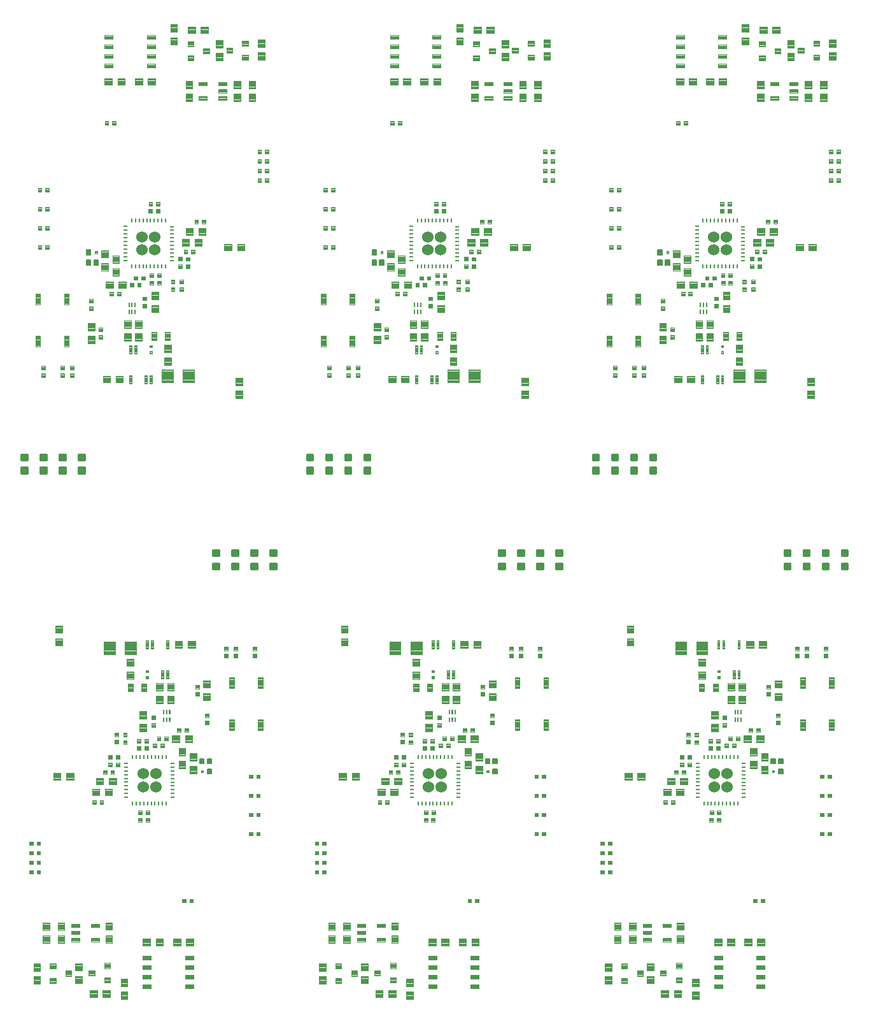
<source format=gtp>
G04 EAGLE Gerber RS-274X export*
G75*
%MOMM*%
%FSLAX34Y34*%
%LPD*%
%INSolderpaste Top*%
%IPPOS*%
%AMOC8*
5,1,8,0,0,1.08239X$1,22.5*%
G01*
%ADD10C,0.100000*%
%ADD11C,0.104000*%
%ADD12C,0.102000*%
%ADD13C,0.102869*%
%ADD14C,0.140000*%
%ADD15C,0.099000*%
%ADD16C,0.300000*%
%ADD17C,1.524000*%
%ADD18R,0.228600X0.546100*%
%ADD19R,0.546100X0.228600*%
%ADD20C,0.099059*%
%ADD21C,0.102500*%
%ADD22C,0.096000*%


D10*
X45970Y138800D02*
X45970Y148800D01*
X54970Y148800D01*
X54970Y138800D01*
X45970Y138800D01*
X45970Y139750D02*
X54970Y139750D01*
X54970Y140700D02*
X45970Y140700D01*
X45970Y141650D02*
X54970Y141650D01*
X54970Y142600D02*
X45970Y142600D01*
X45970Y143550D02*
X54970Y143550D01*
X54970Y144500D02*
X45970Y144500D01*
X45970Y145450D02*
X54970Y145450D01*
X54970Y146400D02*
X45970Y146400D01*
X45970Y147350D02*
X54970Y147350D01*
X54970Y148300D02*
X45970Y148300D01*
X45970Y131800D02*
X45970Y121800D01*
X45970Y131800D02*
X54970Y131800D01*
X54970Y121800D01*
X45970Y121800D01*
X45970Y122750D02*
X54970Y122750D01*
X54970Y123700D02*
X45970Y123700D01*
X45970Y124650D02*
X54970Y124650D01*
X54970Y125600D02*
X45970Y125600D01*
X45970Y126550D02*
X54970Y126550D01*
X54970Y127500D02*
X45970Y127500D01*
X45970Y128450D02*
X54970Y128450D01*
X54970Y129400D02*
X45970Y129400D01*
X45970Y130350D02*
X54970Y130350D01*
X54970Y131300D02*
X45970Y131300D01*
X108562Y49457D02*
X118562Y49457D01*
X108562Y49457D02*
X108562Y58457D01*
X118562Y58457D01*
X118562Y49457D01*
X118562Y50407D02*
X108562Y50407D01*
X108562Y51357D02*
X118562Y51357D01*
X118562Y52307D02*
X108562Y52307D01*
X108562Y53257D02*
X118562Y53257D01*
X118562Y54207D02*
X108562Y54207D01*
X108562Y55157D02*
X118562Y55157D01*
X118562Y56107D02*
X108562Y56107D01*
X108562Y57057D02*
X118562Y57057D01*
X118562Y58007D02*
X108562Y58007D01*
X125562Y49457D02*
X135562Y49457D01*
X125562Y49457D02*
X125562Y58457D01*
X135562Y58457D01*
X135562Y49457D01*
X135562Y50407D02*
X125562Y50407D01*
X125562Y51357D02*
X135562Y51357D01*
X135562Y52307D02*
X125562Y52307D01*
X125562Y53257D02*
X135562Y53257D01*
X135562Y54207D02*
X125562Y54207D01*
X125562Y55157D02*
X135562Y55157D01*
X135562Y56107D02*
X125562Y56107D01*
X125562Y57057D02*
X135562Y57057D01*
X135562Y58007D02*
X125562Y58007D01*
D11*
X55596Y87244D02*
X55596Y94204D01*
X63556Y94204D01*
X63556Y87244D01*
X55596Y87244D01*
X55596Y88232D02*
X63556Y88232D01*
X63556Y89220D02*
X55596Y89220D01*
X55596Y90208D02*
X63556Y90208D01*
X63556Y91196D02*
X55596Y91196D01*
X55596Y92184D02*
X63556Y92184D01*
X63556Y93172D02*
X55596Y93172D01*
X55596Y94160D02*
X63556Y94160D01*
X55596Y75204D02*
X55596Y68244D01*
X55596Y75204D02*
X63556Y75204D01*
X63556Y68244D01*
X55596Y68244D01*
X55596Y69232D02*
X63556Y69232D01*
X63556Y70220D02*
X55596Y70220D01*
X55596Y71208D02*
X63556Y71208D01*
X63556Y72196D02*
X55596Y72196D01*
X55596Y73184D02*
X63556Y73184D01*
X63556Y74172D02*
X55596Y74172D01*
X55596Y75160D02*
X63556Y75160D01*
X76596Y77744D02*
X76596Y84704D01*
X84556Y84704D01*
X84556Y77744D01*
X76596Y77744D01*
X76596Y78732D02*
X84556Y78732D01*
X84556Y79720D02*
X76596Y79720D01*
X76596Y80708D02*
X84556Y80708D01*
X84556Y81696D02*
X76596Y81696D01*
X76596Y82684D02*
X84556Y82684D01*
X84556Y83672D02*
X76596Y83672D01*
X76596Y84660D02*
X84556Y84660D01*
D10*
X33786Y84150D02*
X33786Y94150D01*
X42786Y94150D01*
X42786Y84150D01*
X33786Y84150D01*
X33786Y85100D02*
X42786Y85100D01*
X42786Y86050D02*
X33786Y86050D01*
X33786Y87000D02*
X42786Y87000D01*
X42786Y87950D02*
X33786Y87950D01*
X33786Y88900D02*
X42786Y88900D01*
X42786Y89850D02*
X33786Y89850D01*
X33786Y90800D02*
X42786Y90800D01*
X42786Y91750D02*
X33786Y91750D01*
X33786Y92700D02*
X42786Y92700D01*
X42786Y93650D02*
X33786Y93650D01*
X33786Y77150D02*
X33786Y67150D01*
X33786Y77150D02*
X42786Y77150D01*
X42786Y67150D01*
X33786Y67150D01*
X33786Y68100D02*
X42786Y68100D01*
X42786Y69050D02*
X33786Y69050D01*
X33786Y70000D02*
X42786Y70000D01*
X42786Y70950D02*
X33786Y70950D01*
X33786Y71900D02*
X42786Y71900D01*
X42786Y72850D02*
X33786Y72850D01*
X33786Y73800D02*
X42786Y73800D01*
X42786Y74750D02*
X33786Y74750D01*
X33786Y75700D02*
X42786Y75700D01*
X42786Y76650D02*
X33786Y76650D01*
X65970Y138800D02*
X65970Y148800D01*
X74970Y148800D01*
X74970Y138800D01*
X65970Y138800D01*
X65970Y139750D02*
X74970Y139750D01*
X74970Y140700D02*
X65970Y140700D01*
X65970Y141650D02*
X74970Y141650D01*
X74970Y142600D02*
X65970Y142600D01*
X65970Y143550D02*
X74970Y143550D01*
X74970Y144500D02*
X65970Y144500D01*
X65970Y145450D02*
X74970Y145450D01*
X74970Y146400D02*
X65970Y146400D01*
X65970Y147350D02*
X74970Y147350D01*
X74970Y148300D02*
X65970Y148300D01*
X65970Y131800D02*
X65970Y121800D01*
X65970Y131800D02*
X74970Y131800D01*
X74970Y121800D01*
X65970Y121800D01*
X65970Y122750D02*
X74970Y122750D01*
X74970Y123700D02*
X65970Y123700D01*
X65970Y124650D02*
X74970Y124650D01*
X74970Y125600D02*
X65970Y125600D01*
X65970Y126550D02*
X74970Y126550D01*
X74970Y127500D02*
X65970Y127500D01*
X65970Y128450D02*
X74970Y128450D01*
X74970Y129400D02*
X65970Y129400D01*
X65970Y130350D02*
X74970Y130350D01*
X74970Y131300D02*
X65970Y131300D01*
D12*
X179370Y104240D02*
X179370Y99260D01*
X179370Y104240D02*
X190350Y104240D01*
X190350Y99260D01*
X179370Y99260D01*
X179370Y100229D02*
X190350Y100229D01*
X190350Y101198D02*
X179370Y101198D01*
X179370Y102167D02*
X190350Y102167D01*
X190350Y103136D02*
X179370Y103136D01*
X179370Y104105D02*
X190350Y104105D01*
X179370Y91540D02*
X179370Y86560D01*
X179370Y91540D02*
X190350Y91540D01*
X190350Y86560D01*
X179370Y86560D01*
X179370Y87529D02*
X190350Y87529D01*
X190350Y88498D02*
X179370Y88498D01*
X179370Y89467D02*
X190350Y89467D01*
X190350Y90436D02*
X179370Y90436D01*
X179370Y91405D02*
X190350Y91405D01*
X179370Y78840D02*
X179370Y73860D01*
X179370Y78840D02*
X190350Y78840D01*
X190350Y73860D01*
X179370Y73860D01*
X179370Y74829D02*
X190350Y74829D01*
X190350Y75798D02*
X179370Y75798D01*
X179370Y76767D02*
X190350Y76767D01*
X190350Y77736D02*
X179370Y77736D01*
X179370Y78705D02*
X190350Y78705D01*
X179370Y66140D02*
X179370Y61160D01*
X179370Y66140D02*
X190350Y66140D01*
X190350Y61160D01*
X179370Y61160D01*
X179370Y62129D02*
X190350Y62129D01*
X190350Y63098D02*
X179370Y63098D01*
X179370Y64067D02*
X190350Y64067D01*
X190350Y65036D02*
X179370Y65036D01*
X179370Y66005D02*
X190350Y66005D01*
X235370Y66140D02*
X235370Y61160D01*
X235370Y66140D02*
X246350Y66140D01*
X246350Y61160D01*
X235370Y61160D01*
X235370Y62129D02*
X246350Y62129D01*
X246350Y63098D02*
X235370Y63098D01*
X235370Y64067D02*
X246350Y64067D01*
X246350Y65036D02*
X235370Y65036D01*
X235370Y66005D02*
X246350Y66005D01*
X235370Y73860D02*
X235370Y78840D01*
X246350Y78840D01*
X246350Y73860D01*
X235370Y73860D01*
X235370Y74829D02*
X246350Y74829D01*
X246350Y75798D02*
X235370Y75798D01*
X235370Y76767D02*
X246350Y76767D01*
X246350Y77736D02*
X235370Y77736D01*
X235370Y78705D02*
X246350Y78705D01*
X235370Y86560D02*
X235370Y91540D01*
X246350Y91540D01*
X246350Y86560D01*
X235370Y86560D01*
X235370Y87529D02*
X246350Y87529D01*
X246350Y88498D02*
X235370Y88498D01*
X235370Y89467D02*
X246350Y89467D01*
X246350Y90436D02*
X235370Y90436D01*
X235370Y91405D02*
X246350Y91405D01*
X235370Y99260D02*
X235370Y104240D01*
X246350Y104240D01*
X246350Y99260D01*
X235370Y99260D01*
X235370Y100229D02*
X246350Y100229D01*
X246350Y101198D02*
X235370Y101198D01*
X235370Y102167D02*
X246350Y102167D01*
X246350Y103136D02*
X235370Y103136D01*
X235370Y104105D02*
X246350Y104105D01*
D10*
X206360Y127200D02*
X196360Y127200D01*
X206360Y127200D02*
X206360Y118200D01*
X196360Y118200D01*
X196360Y127200D01*
X196360Y119150D02*
X206360Y119150D01*
X206360Y120100D02*
X196360Y120100D01*
X196360Y121050D02*
X206360Y121050D01*
X206360Y122000D02*
X196360Y122000D01*
X196360Y122950D02*
X206360Y122950D01*
X206360Y123900D02*
X196360Y123900D01*
X196360Y124850D02*
X206360Y124850D01*
X206360Y125800D02*
X196360Y125800D01*
X196360Y126750D02*
X206360Y126750D01*
X189360Y127200D02*
X179360Y127200D01*
X189360Y127200D02*
X189360Y118200D01*
X179360Y118200D01*
X179360Y127200D01*
X179360Y119150D02*
X189360Y119150D01*
X189360Y120100D02*
X179360Y120100D01*
X179360Y121050D02*
X189360Y121050D01*
X189360Y122000D02*
X179360Y122000D01*
X179360Y122950D02*
X189360Y122950D01*
X189360Y123900D02*
X179360Y123900D01*
X179360Y124850D02*
X189360Y124850D01*
X189360Y125800D02*
X179360Y125800D01*
X179360Y126750D02*
X189360Y126750D01*
D13*
X259251Y348179D02*
X259251Y350961D01*
X259251Y348179D02*
X256469Y348179D01*
X256469Y350961D01*
X259251Y350961D01*
X259251Y349157D02*
X256469Y349157D01*
X256469Y350135D02*
X259251Y350135D01*
D14*
X255060Y360020D02*
X255060Y366120D01*
X260660Y366120D01*
X260660Y360020D01*
X255060Y360020D01*
X255060Y361350D02*
X260660Y361350D01*
X260660Y362680D02*
X255060Y362680D01*
X255060Y364010D02*
X260660Y364010D01*
X260660Y365340D02*
X255060Y365340D01*
X265060Y366120D02*
X265060Y360020D01*
X265060Y366120D02*
X270660Y366120D01*
X270660Y360020D01*
X265060Y360020D01*
X265060Y361350D02*
X270660Y361350D01*
X270660Y362680D02*
X265060Y362680D01*
X265060Y364010D02*
X270660Y364010D01*
X270660Y365340D02*
X265060Y365340D01*
X270660Y352620D02*
X270660Y346520D01*
X265060Y346520D01*
X265060Y352620D01*
X270660Y352620D01*
X270660Y347850D02*
X265060Y347850D01*
X265060Y349180D02*
X270660Y349180D01*
X270660Y350510D02*
X265060Y350510D01*
X265060Y351840D02*
X270660Y351840D01*
D10*
X250714Y356786D02*
X250714Y346786D01*
X241714Y346786D01*
X241714Y356786D01*
X250714Y356786D01*
X250714Y347736D02*
X241714Y347736D01*
X241714Y348686D02*
X250714Y348686D01*
X250714Y349636D02*
X241714Y349636D01*
X241714Y350586D02*
X250714Y350586D01*
X250714Y351536D02*
X241714Y351536D01*
X241714Y352486D02*
X250714Y352486D01*
X250714Y353436D02*
X241714Y353436D01*
X241714Y354386D02*
X250714Y354386D01*
X250714Y355336D02*
X241714Y355336D01*
X241714Y356286D02*
X250714Y356286D01*
X250714Y363786D02*
X250714Y373786D01*
X250714Y363786D02*
X241714Y363786D01*
X241714Y373786D01*
X250714Y373786D01*
X250714Y364736D02*
X241714Y364736D01*
X241714Y365686D02*
X250714Y365686D01*
X250714Y366636D02*
X241714Y366636D01*
X241714Y367586D02*
X250714Y367586D01*
X250714Y368536D02*
X241714Y368536D01*
X241714Y369486D02*
X250714Y369486D01*
X250714Y370436D02*
X241714Y370436D01*
X241714Y371386D02*
X250714Y371386D01*
X250714Y372336D02*
X241714Y372336D01*
X241714Y373286D02*
X250714Y373286D01*
X236027Y363669D02*
X236027Y353669D01*
X227027Y353669D01*
X227027Y363669D01*
X236027Y363669D01*
X236027Y354619D02*
X227027Y354619D01*
X227027Y355569D02*
X236027Y355569D01*
X236027Y356519D02*
X227027Y356519D01*
X227027Y357469D02*
X236027Y357469D01*
X236027Y358419D02*
X227027Y358419D01*
X227027Y359369D02*
X236027Y359369D01*
X236027Y360319D02*
X227027Y360319D01*
X227027Y361269D02*
X236027Y361269D01*
X236027Y362219D02*
X227027Y362219D01*
X227027Y363169D02*
X236027Y363169D01*
X236027Y370669D02*
X236027Y380669D01*
X236027Y370669D02*
X227027Y370669D01*
X227027Y380669D01*
X236027Y380669D01*
X236027Y371619D02*
X227027Y371619D01*
X227027Y372569D02*
X236027Y372569D01*
X236027Y373519D02*
X227027Y373519D01*
X227027Y374469D02*
X236027Y374469D01*
X236027Y375419D02*
X227027Y375419D01*
X227027Y376369D02*
X236027Y376369D01*
X236027Y377319D02*
X227027Y377319D01*
X227027Y378269D02*
X236027Y378269D01*
X236027Y379219D02*
X227027Y379219D01*
X227027Y380169D02*
X236027Y380169D01*
D15*
X84504Y147055D02*
X84504Y142545D01*
X84504Y147055D02*
X95514Y147055D01*
X95514Y142545D01*
X84504Y142545D01*
X84504Y143485D02*
X95514Y143485D01*
X95514Y144425D02*
X84504Y144425D01*
X84504Y145365D02*
X95514Y145365D01*
X95514Y146305D02*
X84504Y146305D01*
X84504Y137555D02*
X84504Y133045D01*
X84504Y137555D02*
X95514Y137555D01*
X95514Y133045D01*
X84504Y133045D01*
X84504Y133985D02*
X95514Y133985D01*
X95514Y134925D02*
X84504Y134925D01*
X84504Y135865D02*
X95514Y135865D01*
X95514Y136805D02*
X84504Y136805D01*
X84504Y128055D02*
X84504Y123545D01*
X84504Y128055D02*
X95514Y128055D01*
X95514Y123545D01*
X84504Y123545D01*
X84504Y124485D02*
X95514Y124485D01*
X95514Y125425D02*
X84504Y125425D01*
X84504Y126365D02*
X95514Y126365D01*
X95514Y127305D02*
X84504Y127305D01*
X110506Y128055D02*
X110506Y123545D01*
X110506Y128055D02*
X121516Y128055D01*
X121516Y123545D01*
X110506Y123545D01*
X110506Y124485D02*
X121516Y124485D01*
X121516Y125425D02*
X110506Y125425D01*
X110506Y126365D02*
X121516Y126365D01*
X121516Y127305D02*
X110506Y127305D01*
X110506Y142545D02*
X110506Y147055D01*
X121516Y147055D01*
X121516Y142545D01*
X110506Y142545D01*
X110506Y143485D02*
X121516Y143485D01*
X121516Y144425D02*
X110506Y144425D01*
X110506Y145365D02*
X121516Y145365D01*
X121516Y146305D02*
X110506Y146305D01*
D10*
X129640Y148900D02*
X129640Y138900D01*
X129640Y148900D02*
X138640Y148900D01*
X138640Y138900D01*
X129640Y138900D01*
X129640Y139850D02*
X138640Y139850D01*
X138640Y140800D02*
X129640Y140800D01*
X129640Y141750D02*
X138640Y141750D01*
X138640Y142700D02*
X129640Y142700D01*
X129640Y143650D02*
X138640Y143650D01*
X138640Y144600D02*
X129640Y144600D01*
X129640Y145550D02*
X138640Y145550D01*
X138640Y146500D02*
X129640Y146500D01*
X129640Y147450D02*
X138640Y147450D01*
X138640Y148400D02*
X129640Y148400D01*
X129640Y131900D02*
X129640Y121900D01*
X129640Y131900D02*
X138640Y131900D01*
X138640Y121900D01*
X129640Y121900D01*
X129640Y122850D02*
X138640Y122850D01*
X138640Y123800D02*
X129640Y123800D01*
X129640Y124750D02*
X138640Y124750D01*
X138640Y125700D02*
X129640Y125700D01*
X129640Y126650D02*
X138640Y126650D01*
X138640Y127600D02*
X129640Y127600D01*
X129640Y128550D02*
X138640Y128550D01*
X138640Y129500D02*
X129640Y129500D01*
X129640Y130450D02*
X138640Y130450D01*
X138640Y131400D02*
X129640Y131400D01*
X219360Y118200D02*
X229360Y118200D01*
X219360Y118200D02*
X219360Y127200D01*
X229360Y127200D01*
X229360Y118200D01*
X229360Y119150D02*
X219360Y119150D01*
X219360Y120100D02*
X229360Y120100D01*
X229360Y121050D02*
X219360Y121050D01*
X219360Y122000D02*
X229360Y122000D01*
X229360Y122950D02*
X219360Y122950D01*
X219360Y123900D02*
X229360Y123900D01*
X229360Y124850D02*
X219360Y124850D01*
X219360Y125800D02*
X229360Y125800D01*
X229360Y126750D02*
X219360Y126750D01*
X236360Y118200D02*
X246360Y118200D01*
X236360Y118200D02*
X236360Y127200D01*
X246360Y127200D01*
X246360Y118200D01*
X246360Y119150D02*
X236360Y119150D01*
X236360Y120100D02*
X246360Y120100D01*
X246360Y121050D02*
X236360Y121050D01*
X236360Y122000D02*
X246360Y122000D01*
X246360Y122950D02*
X236360Y122950D01*
X236360Y123900D02*
X246360Y123900D01*
X246360Y124850D02*
X236360Y124850D01*
X236360Y125800D02*
X246360Y125800D01*
X246360Y126750D02*
X236360Y126750D01*
D11*
X136093Y75951D02*
X136093Y68991D01*
X128133Y68991D01*
X128133Y75951D01*
X136093Y75951D01*
X136093Y69979D02*
X128133Y69979D01*
X128133Y70967D02*
X136093Y70967D01*
X136093Y71955D02*
X128133Y71955D01*
X128133Y72943D02*
X136093Y72943D01*
X136093Y73931D02*
X128133Y73931D01*
X128133Y74919D02*
X136093Y74919D01*
X136093Y75907D02*
X128133Y75907D01*
X136093Y87991D02*
X136093Y94951D01*
X136093Y87991D02*
X128133Y87991D01*
X128133Y94951D01*
X136093Y94951D01*
X136093Y88979D02*
X128133Y88979D01*
X128133Y89967D02*
X136093Y89967D01*
X136093Y90955D02*
X128133Y90955D01*
X128133Y91943D02*
X136093Y91943D01*
X136093Y92931D02*
X128133Y92931D01*
X128133Y93919D02*
X136093Y93919D01*
X136093Y94907D02*
X128133Y94907D01*
X115093Y85451D02*
X115093Y78491D01*
X107133Y78491D01*
X107133Y85451D01*
X115093Y85451D01*
X115093Y79479D02*
X107133Y79479D01*
X107133Y80467D02*
X115093Y80467D01*
X115093Y81455D02*
X107133Y81455D01*
X107133Y82443D02*
X115093Y82443D01*
X115093Y83431D02*
X107133Y83431D01*
X107133Y84419D02*
X115093Y84419D01*
X115093Y85407D02*
X107133Y85407D01*
D12*
X330170Y269190D02*
X335150Y269190D01*
X335150Y264210D01*
X330170Y264210D01*
X330170Y269190D01*
X330170Y265179D02*
X335150Y265179D01*
X335150Y266148D02*
X330170Y266148D01*
X330170Y267117D02*
X335150Y267117D01*
X335150Y268086D02*
X330170Y268086D01*
X330170Y269055D02*
X335150Y269055D01*
X325150Y269190D02*
X320170Y269190D01*
X325150Y269190D02*
X325150Y264210D01*
X320170Y264210D01*
X320170Y269190D01*
X320170Y265179D02*
X325150Y265179D01*
X325150Y266148D02*
X320170Y266148D01*
X320170Y267117D02*
X325150Y267117D01*
X325150Y268086D02*
X320170Y268086D01*
X320170Y269055D02*
X325150Y269055D01*
D16*
X349560Y636034D02*
X356560Y636034D01*
X349560Y636034D02*
X349560Y643034D01*
X356560Y643034D01*
X356560Y636034D01*
X356560Y638884D02*
X349560Y638884D01*
X349560Y641734D02*
X356560Y641734D01*
X356560Y618494D02*
X349560Y618494D01*
X349560Y625494D01*
X356560Y625494D01*
X356560Y618494D01*
X356560Y621344D02*
X349560Y621344D01*
X349560Y624194D02*
X356560Y624194D01*
D17*
X179460Y329320D03*
X196460Y329320D03*
X196460Y346320D03*
X179460Y346320D03*
D18*
X210492Y368505D03*
X205492Y368505D03*
X200492Y368505D03*
X195492Y368505D03*
X190492Y368505D03*
X185492Y368505D03*
X180492Y368505D03*
X175492Y368505D03*
X170492Y368505D03*
X165492Y368505D03*
D19*
X157276Y360352D03*
X157276Y355352D03*
X157276Y350352D03*
X157276Y345352D03*
X157276Y340352D03*
X157276Y335352D03*
X157276Y330352D03*
X157276Y325352D03*
X157276Y320352D03*
X157276Y315352D03*
D18*
X165428Y307136D03*
X170428Y307136D03*
X175428Y307136D03*
X180428Y307136D03*
X185428Y307136D03*
X190428Y307136D03*
X195428Y307136D03*
X200428Y307136D03*
X205428Y307136D03*
X210428Y307136D03*
D19*
X218645Y315288D03*
X218645Y320288D03*
X218645Y325288D03*
X218645Y330288D03*
X218645Y335288D03*
X218645Y340288D03*
X218645Y345288D03*
X218645Y350288D03*
X218645Y355288D03*
X218645Y360288D03*
D10*
X235300Y397336D02*
X245300Y397336D01*
X245300Y388336D01*
X235300Y388336D01*
X235300Y397336D01*
X235300Y389286D02*
X245300Y389286D01*
X245300Y390236D02*
X235300Y390236D01*
X235300Y391186D02*
X245300Y391186D01*
X245300Y392136D02*
X235300Y392136D01*
X235300Y393086D02*
X245300Y393086D01*
X245300Y394036D02*
X235300Y394036D01*
X235300Y394986D02*
X245300Y394986D01*
X245300Y395936D02*
X235300Y395936D01*
X235300Y396886D02*
X245300Y396886D01*
X228300Y397336D02*
X218300Y397336D01*
X228300Y397336D02*
X228300Y388336D01*
X218300Y388336D01*
X218300Y397336D01*
X218300Y389286D02*
X228300Y389286D01*
X228300Y390236D02*
X218300Y390236D01*
X218300Y391186D02*
X228300Y391186D01*
X228300Y392136D02*
X218300Y392136D01*
X218300Y393086D02*
X228300Y393086D01*
X228300Y394036D02*
X218300Y394036D01*
X218300Y394986D02*
X228300Y394986D01*
X228300Y395936D02*
X218300Y395936D01*
X218300Y396886D02*
X228300Y396886D01*
X175027Y419501D02*
X175027Y429501D01*
X184027Y429501D01*
X184027Y419501D01*
X175027Y419501D01*
X175027Y420451D02*
X184027Y420451D01*
X184027Y421401D02*
X175027Y421401D01*
X175027Y422351D02*
X184027Y422351D01*
X184027Y423301D02*
X175027Y423301D01*
X175027Y424251D02*
X184027Y424251D01*
X184027Y425201D02*
X175027Y425201D01*
X175027Y426151D02*
X184027Y426151D01*
X184027Y427101D02*
X175027Y427101D01*
X175027Y428051D02*
X184027Y428051D01*
X184027Y429001D02*
X175027Y429001D01*
X175027Y412501D02*
X175027Y402501D01*
X175027Y412501D02*
X184027Y412501D01*
X184027Y402501D01*
X175027Y402501D01*
X175027Y403451D02*
X184027Y403451D01*
X184027Y404401D02*
X175027Y404401D01*
X175027Y405351D02*
X184027Y405351D01*
X184027Y406301D02*
X175027Y406301D01*
X175027Y407251D02*
X184027Y407251D01*
X184027Y408201D02*
X175027Y408201D01*
X175027Y409151D02*
X184027Y409151D01*
X184027Y410101D02*
X175027Y410101D01*
X175027Y411051D02*
X184027Y411051D01*
X184027Y412001D02*
X175027Y412001D01*
D20*
X331965Y460235D02*
X338595Y460235D01*
X331965Y460235D02*
X331965Y474485D01*
X338595Y474485D01*
X338595Y460235D01*
X338595Y461176D02*
X331965Y461176D01*
X331965Y462117D02*
X338595Y462117D01*
X338595Y463058D02*
X331965Y463058D01*
X331965Y463999D02*
X338595Y463999D01*
X338595Y464940D02*
X331965Y464940D01*
X331965Y465881D02*
X338595Y465881D01*
X338595Y466822D02*
X331965Y466822D01*
X331965Y467763D02*
X338595Y467763D01*
X338595Y468704D02*
X331965Y468704D01*
X331965Y469645D02*
X338595Y469645D01*
X338595Y470586D02*
X331965Y470586D01*
X331965Y471527D02*
X338595Y471527D01*
X338595Y472468D02*
X331965Y472468D01*
X331965Y473409D02*
X338595Y473409D01*
X338595Y474350D02*
X331965Y474350D01*
X331965Y404355D02*
X338595Y404355D01*
X331965Y404355D02*
X331965Y418605D01*
X338595Y418605D01*
X338595Y404355D01*
X338595Y405296D02*
X331965Y405296D01*
X331965Y406237D02*
X338595Y406237D01*
X338595Y407178D02*
X331965Y407178D01*
X331965Y408119D02*
X338595Y408119D01*
X338595Y409060D02*
X331965Y409060D01*
X331965Y410001D02*
X338595Y410001D01*
X338595Y410942D02*
X331965Y410942D01*
X331965Y411883D02*
X338595Y411883D01*
X338595Y412824D02*
X331965Y412824D01*
X331965Y413765D02*
X338595Y413765D01*
X338595Y414706D02*
X331965Y414706D01*
X331965Y415647D02*
X338595Y415647D01*
X338595Y416588D02*
X331965Y416588D01*
X331965Y417529D02*
X338595Y417529D01*
X338595Y418470D02*
X331965Y418470D01*
X300495Y460235D02*
X293865Y460235D01*
X293865Y474485D01*
X300495Y474485D01*
X300495Y460235D01*
X300495Y461176D02*
X293865Y461176D01*
X293865Y462117D02*
X300495Y462117D01*
X300495Y463058D02*
X293865Y463058D01*
X293865Y463999D02*
X300495Y463999D01*
X300495Y464940D02*
X293865Y464940D01*
X293865Y465881D02*
X300495Y465881D01*
X300495Y466822D02*
X293865Y466822D01*
X293865Y467763D02*
X300495Y467763D01*
X300495Y468704D02*
X293865Y468704D01*
X293865Y469645D02*
X300495Y469645D01*
X300495Y470586D02*
X293865Y470586D01*
X293865Y471527D02*
X300495Y471527D01*
X300495Y472468D02*
X293865Y472468D01*
X293865Y473409D02*
X300495Y473409D01*
X300495Y474350D02*
X293865Y474350D01*
X293865Y404355D02*
X300495Y404355D01*
X293865Y404355D02*
X293865Y418605D01*
X300495Y418605D01*
X300495Y404355D01*
X300495Y405296D02*
X293865Y405296D01*
X293865Y406237D02*
X300495Y406237D01*
X300495Y407178D02*
X293865Y407178D01*
X293865Y408119D02*
X300495Y408119D01*
X300495Y409060D02*
X293865Y409060D01*
X293865Y410001D02*
X300495Y410001D01*
X300495Y410942D02*
X293865Y410942D01*
X293865Y411883D02*
X300495Y411883D01*
X300495Y412824D02*
X293865Y412824D01*
X293865Y413765D02*
X300495Y413765D01*
X300495Y414706D02*
X293865Y414706D01*
X293865Y415647D02*
X300495Y415647D01*
X300495Y416588D02*
X293865Y416588D01*
X293865Y417529D02*
X300495Y417529D01*
X300495Y418470D02*
X293865Y418470D01*
D12*
X138278Y360968D02*
X138278Y355988D01*
X133298Y355988D01*
X133298Y360968D01*
X138278Y360968D01*
X138278Y356957D02*
X133298Y356957D01*
X133298Y357926D02*
X138278Y357926D01*
X138278Y358895D02*
X133298Y358895D01*
X133298Y359864D02*
X138278Y359864D01*
X138278Y360833D02*
X133298Y360833D01*
X138278Y365988D02*
X138278Y370968D01*
X138278Y365988D02*
X133298Y365988D01*
X133298Y370968D01*
X138278Y370968D01*
X138278Y366957D02*
X133298Y366957D01*
X133298Y367926D02*
X138278Y367926D01*
X138278Y368895D02*
X133298Y368895D01*
X133298Y369864D02*
X138278Y369864D01*
X138278Y370833D02*
X133298Y370833D01*
D10*
X133827Y341202D02*
X143827Y341202D01*
X143827Y332202D01*
X133827Y332202D01*
X133827Y341202D01*
X133827Y333152D02*
X143827Y333152D01*
X143827Y334102D02*
X133827Y334102D01*
X133827Y335052D02*
X143827Y335052D01*
X143827Y336002D02*
X133827Y336002D01*
X133827Y336952D02*
X143827Y336952D01*
X143827Y337902D02*
X133827Y337902D01*
X133827Y338852D02*
X143827Y338852D01*
X143827Y339802D02*
X133827Y339802D01*
X133827Y340752D02*
X143827Y340752D01*
X126827Y341202D02*
X116827Y341202D01*
X126827Y341202D02*
X126827Y332202D01*
X116827Y332202D01*
X116827Y341202D01*
X116827Y333152D02*
X126827Y333152D01*
X126827Y334102D02*
X116827Y334102D01*
X116827Y335052D02*
X126827Y335052D01*
X126827Y336002D02*
X116827Y336002D01*
X116827Y336952D02*
X126827Y336952D01*
X126827Y337902D02*
X116827Y337902D01*
X116827Y338852D02*
X126827Y338852D01*
X126827Y339802D02*
X116827Y339802D01*
X116827Y340752D02*
X126827Y340752D01*
D12*
X148438Y355908D02*
X148438Y360888D01*
X148438Y355908D02*
X143458Y355908D01*
X143458Y360888D01*
X148438Y360888D01*
X148438Y356877D02*
X143458Y356877D01*
X143458Y357846D02*
X148438Y357846D01*
X148438Y358815D02*
X143458Y358815D01*
X143458Y359784D02*
X148438Y359784D01*
X148438Y360753D02*
X143458Y360753D01*
X148438Y365908D02*
X148438Y370888D01*
X148438Y365908D02*
X143458Y365908D01*
X143458Y370888D01*
X148438Y370888D01*
X148438Y366877D02*
X143458Y366877D01*
X143458Y367846D02*
X148438Y367846D01*
X148438Y368815D02*
X143458Y368815D01*
X143458Y369784D02*
X148438Y369784D01*
X148438Y370753D02*
X143458Y370753D01*
X181580Y392355D02*
X186560Y392355D01*
X186560Y387375D01*
X181580Y387375D01*
X181580Y392355D01*
X181580Y388344D02*
X186560Y388344D01*
X186560Y389313D02*
X181580Y389313D01*
X181580Y390282D02*
X186560Y390282D01*
X186560Y391251D02*
X181580Y391251D01*
X181580Y392220D02*
X186560Y392220D01*
X176560Y392355D02*
X171580Y392355D01*
X176560Y392355D02*
X176560Y387375D01*
X171580Y387375D01*
X171580Y392355D01*
X171580Y388344D02*
X176560Y388344D01*
X176560Y389313D02*
X171580Y389313D01*
X171580Y390282D02*
X176560Y390282D01*
X176560Y391251D02*
X171580Y391251D01*
X171580Y392220D02*
X176560Y392220D01*
X181682Y382779D02*
X186662Y382779D01*
X186662Y377799D01*
X181682Y377799D01*
X181682Y382779D01*
X181682Y378768D02*
X186662Y378768D01*
X186662Y379737D02*
X181682Y379737D01*
X181682Y380706D02*
X186662Y380706D01*
X186662Y381675D02*
X181682Y381675D01*
X181682Y382644D02*
X186662Y382644D01*
X176662Y382779D02*
X171682Y382779D01*
X176662Y382779D02*
X176662Y377799D01*
X171682Y377799D01*
X171682Y382779D01*
X171682Y378768D02*
X176662Y378768D01*
X176662Y379737D02*
X171682Y379737D01*
X171682Y380706D02*
X176662Y380706D01*
X176662Y381675D02*
X171682Y381675D01*
X171682Y382644D02*
X176662Y382644D01*
X141246Y351232D02*
X136266Y351232D01*
X141246Y351232D02*
X141246Y346252D01*
X136266Y346252D01*
X136266Y351232D01*
X136266Y347221D02*
X141246Y347221D01*
X141246Y348190D02*
X136266Y348190D01*
X136266Y349159D02*
X141246Y349159D01*
X141246Y350128D02*
X136266Y350128D01*
X136266Y351097D02*
X141246Y351097D01*
X131246Y351232D02*
X126266Y351232D01*
X131246Y351232D02*
X131246Y346252D01*
X126266Y346252D01*
X126266Y351232D01*
X126266Y347221D02*
X131246Y347221D01*
X131246Y348190D02*
X126266Y348190D01*
X126266Y349159D02*
X131246Y349159D01*
X131246Y350128D02*
X126266Y350128D01*
X126266Y351097D02*
X131246Y351097D01*
X182901Y287783D02*
X187881Y287783D01*
X187881Y282803D01*
X182901Y282803D01*
X182901Y287783D01*
X182901Y283772D02*
X187881Y283772D01*
X187881Y284741D02*
X182901Y284741D01*
X182901Y285710D02*
X187881Y285710D01*
X187881Y286679D02*
X182901Y286679D01*
X182901Y287648D02*
X187881Y287648D01*
X177881Y287783D02*
X172901Y287783D01*
X177881Y287783D02*
X177881Y282803D01*
X172901Y282803D01*
X172901Y287783D01*
X172901Y283772D02*
X177881Y283772D01*
X177881Y284741D02*
X172901Y284741D01*
X172901Y285710D02*
X177881Y285710D01*
X177881Y286679D02*
X172901Y286679D01*
X172901Y287648D02*
X177881Y287648D01*
X183053Y297359D02*
X188033Y297359D01*
X188033Y292379D01*
X183053Y292379D01*
X183053Y297359D01*
X183053Y293348D02*
X188033Y293348D01*
X188033Y294317D02*
X183053Y294317D01*
X183053Y295286D02*
X188033Y295286D01*
X188033Y296255D02*
X183053Y296255D01*
X183053Y297224D02*
X188033Y297224D01*
X178033Y297359D02*
X173053Y297359D01*
X178033Y297359D02*
X178033Y292379D01*
X173053Y292379D01*
X173053Y297359D01*
X173053Y293348D02*
X178033Y293348D01*
X178033Y294317D02*
X173053Y294317D01*
X173053Y295286D02*
X178033Y295286D01*
X178033Y296255D02*
X173053Y296255D01*
X173053Y297224D02*
X178033Y297224D01*
D10*
X138722Y326547D02*
X128722Y326547D01*
X138722Y326547D02*
X138722Y317547D01*
X128722Y317547D01*
X128722Y326547D01*
X128722Y318497D02*
X138722Y318497D01*
X138722Y319447D02*
X128722Y319447D01*
X128722Y320397D02*
X138722Y320397D01*
X138722Y321347D02*
X128722Y321347D01*
X128722Y322297D02*
X138722Y322297D01*
X138722Y323247D02*
X128722Y323247D01*
X128722Y324197D02*
X138722Y324197D01*
X138722Y325147D02*
X128722Y325147D01*
X128722Y326097D02*
X138722Y326097D01*
X121722Y326547D02*
X111722Y326547D01*
X121722Y326547D02*
X121722Y317547D01*
X111722Y317547D01*
X111722Y326547D01*
X111722Y318497D02*
X121722Y318497D01*
X121722Y319447D02*
X111722Y319447D01*
X111722Y320397D02*
X121722Y320397D01*
X121722Y321347D02*
X111722Y321347D01*
X111722Y322297D02*
X121722Y322297D01*
X121722Y323247D02*
X111722Y323247D01*
X111722Y324197D02*
X121722Y324197D01*
X121722Y325147D02*
X111722Y325147D01*
X111722Y326097D02*
X121722Y326097D01*
D12*
X158167Y385981D02*
X158167Y390961D01*
X158167Y385981D02*
X153187Y385981D01*
X153187Y390961D01*
X158167Y390961D01*
X158167Y386950D02*
X153187Y386950D01*
X153187Y387919D02*
X158167Y387919D01*
X158167Y388888D02*
X153187Y388888D01*
X153187Y389857D02*
X158167Y389857D01*
X158167Y390826D02*
X153187Y390826D01*
X158167Y395981D02*
X158167Y400961D01*
X158167Y395981D02*
X153187Y395981D01*
X153187Y400961D01*
X158167Y400961D01*
X158167Y396950D02*
X153187Y396950D01*
X153187Y397919D02*
X158167Y397919D01*
X158167Y398888D02*
X153187Y398888D01*
X153187Y399857D02*
X158167Y399857D01*
X158167Y400826D02*
X153187Y400826D01*
X146737Y391190D02*
X146737Y386210D01*
X141757Y386210D01*
X141757Y391190D01*
X146737Y391190D01*
X146737Y387179D02*
X141757Y387179D01*
X141757Y388148D02*
X146737Y388148D01*
X146737Y389117D02*
X141757Y389117D01*
X141757Y390086D02*
X146737Y390086D01*
X146737Y391055D02*
X141757Y391055D01*
X146737Y396210D02*
X146737Y401190D01*
X146737Y396210D02*
X141757Y396210D01*
X141757Y401190D01*
X146737Y401190D01*
X146737Y397179D02*
X141757Y397179D01*
X141757Y398148D02*
X146737Y398148D01*
X146737Y399117D02*
X141757Y399117D01*
X141757Y400086D02*
X146737Y400086D01*
X146737Y401055D02*
X141757Y401055D01*
D16*
X324160Y636034D02*
X331160Y636034D01*
X324160Y636034D02*
X324160Y643034D01*
X331160Y643034D01*
X331160Y636034D01*
X331160Y638884D02*
X324160Y638884D01*
X324160Y641734D02*
X331160Y641734D01*
X331160Y618494D02*
X324160Y618494D01*
X324160Y625494D01*
X331160Y625494D01*
X331160Y618494D01*
X331160Y621344D02*
X324160Y621344D01*
X324160Y624194D02*
X331160Y624194D01*
D12*
X330150Y505490D02*
X330150Y500510D01*
X325170Y500510D01*
X325170Y505490D01*
X330150Y505490D01*
X330150Y501479D02*
X325170Y501479D01*
X325170Y502448D02*
X330150Y502448D01*
X330150Y503417D02*
X325170Y503417D01*
X325170Y504386D02*
X330150Y504386D01*
X330150Y505355D02*
X325170Y505355D01*
X330150Y510510D02*
X330150Y515490D01*
X330150Y510510D02*
X325170Y510510D01*
X325170Y515490D01*
X330150Y515490D01*
X330150Y511479D02*
X325170Y511479D01*
X325170Y512448D02*
X330150Y512448D01*
X330150Y513417D02*
X325170Y513417D01*
X325170Y514386D02*
X330150Y514386D01*
X330150Y515355D02*
X325170Y515355D01*
X43050Y256490D02*
X38070Y256490D01*
X43050Y256490D02*
X43050Y251510D01*
X38070Y251510D01*
X38070Y256490D01*
X38070Y252479D02*
X43050Y252479D01*
X43050Y253448D02*
X38070Y253448D01*
X38070Y254417D02*
X43050Y254417D01*
X43050Y255386D02*
X38070Y255386D01*
X38070Y256355D02*
X43050Y256355D01*
X33050Y256490D02*
X28070Y256490D01*
X33050Y256490D02*
X33050Y251510D01*
X28070Y251510D01*
X28070Y256490D01*
X28070Y252479D02*
X33050Y252479D01*
X33050Y253448D02*
X28070Y253448D01*
X28070Y254417D02*
X33050Y254417D01*
X33050Y255386D02*
X28070Y255386D01*
X28070Y256355D02*
X33050Y256355D01*
X38070Y243790D02*
X43050Y243790D01*
X43050Y238810D01*
X38070Y238810D01*
X38070Y243790D01*
X38070Y239779D02*
X43050Y239779D01*
X43050Y240748D02*
X38070Y240748D01*
X38070Y241717D02*
X43050Y241717D01*
X43050Y242686D02*
X38070Y242686D01*
X38070Y243655D02*
X43050Y243655D01*
X33050Y243790D02*
X28070Y243790D01*
X33050Y243790D02*
X33050Y238810D01*
X28070Y238810D01*
X28070Y243790D01*
X28070Y239779D02*
X33050Y239779D01*
X33050Y240748D02*
X28070Y240748D01*
X28070Y241717D02*
X33050Y241717D01*
X33050Y242686D02*
X28070Y242686D01*
X28070Y243655D02*
X33050Y243655D01*
X38070Y231090D02*
X43050Y231090D01*
X43050Y226110D01*
X38070Y226110D01*
X38070Y231090D01*
X38070Y227079D02*
X43050Y227079D01*
X43050Y228048D02*
X38070Y228048D01*
X38070Y229017D02*
X43050Y229017D01*
X43050Y229986D02*
X38070Y229986D01*
X38070Y230955D02*
X43050Y230955D01*
X33050Y231090D02*
X28070Y231090D01*
X33050Y231090D02*
X33050Y226110D01*
X28070Y226110D01*
X28070Y231090D01*
X28070Y227079D02*
X33050Y227079D01*
X33050Y228048D02*
X28070Y228048D01*
X28070Y229017D02*
X33050Y229017D01*
X33050Y229986D02*
X28070Y229986D01*
X28070Y230955D02*
X33050Y230955D01*
X38070Y218390D02*
X43050Y218390D01*
X43050Y213410D01*
X38070Y213410D01*
X38070Y218390D01*
X38070Y214379D02*
X43050Y214379D01*
X43050Y215348D02*
X38070Y215348D01*
X38070Y216317D02*
X43050Y216317D01*
X43050Y217286D02*
X38070Y217286D01*
X38070Y218255D02*
X43050Y218255D01*
X33050Y218390D02*
X28070Y218390D01*
X33050Y218390D02*
X33050Y213410D01*
X28070Y213410D01*
X28070Y218390D01*
X28070Y214379D02*
X33050Y214379D01*
X33050Y215348D02*
X28070Y215348D01*
X28070Y216317D02*
X33050Y216317D01*
X33050Y217286D02*
X28070Y217286D01*
X28070Y218255D02*
X33050Y218255D01*
X241270Y180290D02*
X246250Y180290D01*
X246250Y175310D01*
X241270Y175310D01*
X241270Y180290D01*
X241270Y176279D02*
X246250Y176279D01*
X246250Y177248D02*
X241270Y177248D01*
X241270Y178217D02*
X246250Y178217D01*
X246250Y179186D02*
X241270Y179186D01*
X241270Y180155D02*
X246250Y180155D01*
X236250Y180290D02*
X231270Y180290D01*
X236250Y180290D02*
X236250Y175310D01*
X231270Y175310D01*
X231270Y180290D01*
X231270Y176279D02*
X236250Y176279D01*
X236250Y177248D02*
X231270Y177248D01*
X231270Y178217D02*
X236250Y178217D01*
X236250Y179186D02*
X231270Y179186D01*
X231270Y180155D02*
X236250Y180155D01*
X320170Y289610D02*
X325150Y289610D01*
X320170Y289610D02*
X320170Y294590D01*
X325150Y294590D01*
X325150Y289610D01*
X325150Y290579D02*
X320170Y290579D01*
X320170Y291548D02*
X325150Y291548D01*
X325150Y292517D02*
X320170Y292517D01*
X320170Y293486D02*
X325150Y293486D01*
X325150Y294455D02*
X320170Y294455D01*
X330170Y289610D02*
X335150Y289610D01*
X330170Y289610D02*
X330170Y294590D01*
X335150Y294590D01*
X335150Y289610D01*
X335150Y290579D02*
X330170Y290579D01*
X330170Y291548D02*
X335150Y291548D01*
X335150Y292517D02*
X330170Y292517D01*
X330170Y293486D02*
X335150Y293486D01*
X335150Y294455D02*
X330170Y294455D01*
X304750Y500510D02*
X304750Y505490D01*
X304750Y500510D02*
X299770Y500510D01*
X299770Y505490D01*
X304750Y505490D01*
X304750Y501479D02*
X299770Y501479D01*
X299770Y502448D02*
X304750Y502448D01*
X304750Y503417D02*
X299770Y503417D01*
X299770Y504386D02*
X304750Y504386D01*
X304750Y505355D02*
X299770Y505355D01*
X304750Y510510D02*
X304750Y515490D01*
X304750Y510510D02*
X299770Y510510D01*
X299770Y515490D01*
X304750Y515490D01*
X304750Y511479D02*
X299770Y511479D01*
X299770Y512448D02*
X304750Y512448D01*
X304750Y513417D02*
X299770Y513417D01*
X299770Y514386D02*
X304750Y514386D01*
X304750Y515355D02*
X299770Y515355D01*
X320170Y340410D02*
X325150Y340410D01*
X320170Y340410D02*
X320170Y345390D01*
X325150Y345390D01*
X325150Y340410D01*
X325150Y341379D02*
X320170Y341379D01*
X320170Y342348D02*
X325150Y342348D01*
X325150Y343317D02*
X320170Y343317D01*
X320170Y344286D02*
X325150Y344286D01*
X325150Y345255D02*
X320170Y345255D01*
X330170Y340410D02*
X335150Y340410D01*
X330170Y340410D02*
X330170Y345390D01*
X335150Y345390D01*
X335150Y340410D01*
X335150Y341379D02*
X330170Y341379D01*
X330170Y342348D02*
X335150Y342348D01*
X335150Y343317D02*
X330170Y343317D01*
X330170Y344286D02*
X335150Y344286D01*
X335150Y345255D02*
X330170Y345255D01*
D16*
X305760Y636034D02*
X298760Y636034D01*
X298760Y643034D01*
X305760Y643034D01*
X305760Y636034D01*
X305760Y638884D02*
X298760Y638884D01*
X298760Y641734D02*
X305760Y641734D01*
X305760Y618494D02*
X298760Y618494D01*
X298760Y625494D01*
X305760Y625494D01*
X305760Y618494D01*
X305760Y621344D02*
X298760Y621344D01*
X298760Y624194D02*
X305760Y624194D01*
D12*
X292050Y505490D02*
X292050Y500510D01*
X287070Y500510D01*
X287070Y505490D01*
X292050Y505490D01*
X292050Y501479D02*
X287070Y501479D01*
X287070Y502448D02*
X292050Y502448D01*
X292050Y503417D02*
X287070Y503417D01*
X287070Y504386D02*
X292050Y504386D01*
X292050Y505355D02*
X287070Y505355D01*
X292050Y510510D02*
X292050Y515490D01*
X292050Y510510D02*
X287070Y510510D01*
X287070Y515490D01*
X292050Y515490D01*
X292050Y511479D02*
X287070Y511479D01*
X287070Y512448D02*
X292050Y512448D01*
X292050Y513417D02*
X287070Y513417D01*
X287070Y514386D02*
X292050Y514386D01*
X292050Y515355D02*
X287070Y515355D01*
X320170Y315010D02*
X325150Y315010D01*
X320170Y315010D02*
X320170Y319990D01*
X325150Y319990D01*
X325150Y315010D01*
X325150Y315979D02*
X320170Y315979D01*
X320170Y316948D02*
X325150Y316948D01*
X325150Y317917D02*
X320170Y317917D01*
X320170Y318886D02*
X325150Y318886D01*
X325150Y319855D02*
X320170Y319855D01*
X330170Y315010D02*
X335150Y315010D01*
X330170Y315010D02*
X330170Y319990D01*
X335150Y319990D01*
X335150Y315010D01*
X335150Y315979D02*
X330170Y315979D01*
X330170Y316948D02*
X335150Y316948D01*
X335150Y317917D02*
X330170Y317917D01*
X330170Y318886D02*
X335150Y318886D01*
X335150Y319855D02*
X330170Y319855D01*
D16*
X280360Y636034D02*
X273360Y636034D01*
X273360Y643034D01*
X280360Y643034D01*
X280360Y636034D01*
X280360Y638884D02*
X273360Y638884D01*
X273360Y641734D02*
X280360Y641734D01*
X280360Y618494D02*
X273360Y618494D01*
X273360Y625494D01*
X280360Y625494D01*
X280360Y618494D01*
X280360Y621344D02*
X273360Y621344D01*
X273360Y624194D02*
X280360Y624194D01*
D12*
X203078Y390575D02*
X198098Y390575D01*
X198098Y395555D01*
X203078Y395555D01*
X203078Y390575D01*
X203078Y391544D02*
X198098Y391544D01*
X198098Y392513D02*
X203078Y392513D01*
X203078Y393482D02*
X198098Y393482D01*
X198098Y394451D02*
X203078Y394451D01*
X203078Y395420D02*
X198098Y395420D01*
X208098Y390575D02*
X213078Y390575D01*
X208098Y390575D02*
X208098Y395555D01*
X213078Y395555D01*
X213078Y390575D01*
X213078Y391544D02*
X208098Y391544D01*
X208098Y392513D02*
X213078Y392513D01*
X213078Y393482D02*
X208098Y393482D01*
X208098Y394451D02*
X213078Y394451D01*
X213078Y395420D02*
X208098Y395420D01*
X197845Y381380D02*
X192865Y381380D01*
X192865Y386360D01*
X197845Y386360D01*
X197845Y381380D01*
X197845Y382349D02*
X192865Y382349D01*
X192865Y383318D02*
X197845Y383318D01*
X197845Y384287D02*
X192865Y384287D01*
X192865Y385256D02*
X197845Y385256D01*
X197845Y386225D02*
X192865Y386225D01*
X202865Y381380D02*
X207845Y381380D01*
X202865Y381380D02*
X202865Y386360D01*
X207845Y386360D01*
X207845Y381380D01*
X207845Y382349D02*
X202865Y382349D01*
X202865Y383318D02*
X207845Y383318D01*
X207845Y384287D02*
X202865Y384287D01*
X202865Y385256D02*
X207845Y385256D01*
X207845Y386225D02*
X202865Y386225D01*
X234971Y407137D02*
X239951Y407137D01*
X239951Y402157D01*
X234971Y402157D01*
X234971Y407137D01*
X234971Y403126D02*
X239951Y403126D01*
X239951Y404095D02*
X234971Y404095D01*
X234971Y405064D02*
X239951Y405064D01*
X239951Y406033D02*
X234971Y406033D01*
X234971Y407002D02*
X239951Y407002D01*
X229951Y407137D02*
X224971Y407137D01*
X229951Y407137D02*
X229951Y402157D01*
X224971Y402157D01*
X224971Y407137D01*
X224971Y403126D02*
X229951Y403126D01*
X229951Y404095D02*
X224971Y404095D01*
X224971Y405064D02*
X229951Y405064D01*
X229951Y406033D02*
X224971Y406033D01*
X224971Y407002D02*
X229951Y407002D01*
X195682Y408486D02*
X195682Y413466D01*
X195682Y408486D02*
X190702Y408486D01*
X190702Y413466D01*
X195682Y413466D01*
X195682Y409455D02*
X190702Y409455D01*
X190702Y410424D02*
X195682Y410424D01*
X195682Y411393D02*
X190702Y411393D01*
X190702Y412362D02*
X195682Y412362D01*
X195682Y413331D02*
X190702Y413331D01*
X195682Y418486D02*
X195682Y423466D01*
X195682Y418486D02*
X190702Y418486D01*
X190702Y423466D01*
X195682Y423466D01*
X195682Y419455D02*
X190702Y419455D01*
X190702Y420424D02*
X195682Y420424D01*
X195682Y421393D02*
X190702Y421393D01*
X190702Y422362D02*
X195682Y422362D01*
X195682Y423331D02*
X190702Y423331D01*
D10*
X205998Y440068D02*
X205998Y450068D01*
X205998Y440068D02*
X196998Y440068D01*
X196998Y450068D01*
X205998Y450068D01*
X205998Y441018D02*
X196998Y441018D01*
X196998Y441968D02*
X205998Y441968D01*
X205998Y442918D02*
X196998Y442918D01*
X196998Y443868D02*
X205998Y443868D01*
X205998Y444818D02*
X196998Y444818D01*
X196998Y445768D02*
X205998Y445768D01*
X205998Y446718D02*
X196998Y446718D01*
X196998Y447668D02*
X205998Y447668D01*
X205998Y448618D02*
X196998Y448618D01*
X196998Y449568D02*
X205998Y449568D01*
X205998Y457068D02*
X205998Y467068D01*
X205998Y457068D02*
X196998Y457068D01*
X196998Y467068D01*
X205998Y467068D01*
X205998Y458018D02*
X196998Y458018D01*
X196998Y458968D02*
X205998Y458968D01*
X205998Y459918D02*
X196998Y459918D01*
X196998Y460868D02*
X205998Y460868D01*
X205998Y461818D02*
X196998Y461818D01*
X196998Y462768D02*
X205998Y462768D01*
X205998Y463718D02*
X196998Y463718D01*
X196998Y464668D02*
X205998Y464668D01*
X205998Y465618D02*
X196998Y465618D01*
X196998Y466568D02*
X205998Y466568D01*
X220578Y450068D02*
X220578Y440068D01*
X211578Y440068D01*
X211578Y450068D01*
X220578Y450068D01*
X220578Y441018D02*
X211578Y441018D01*
X211578Y441968D02*
X220578Y441968D01*
X220578Y442918D02*
X211578Y442918D01*
X211578Y443868D02*
X220578Y443868D01*
X220578Y444818D02*
X211578Y444818D01*
X211578Y445768D02*
X220578Y445768D01*
X220578Y446718D02*
X211578Y446718D01*
X211578Y447668D02*
X220578Y447668D01*
X220578Y448618D02*
X211578Y448618D01*
X211578Y449568D02*
X220578Y449568D01*
X220578Y457068D02*
X220578Y467068D01*
X220578Y457068D02*
X211578Y457068D01*
X211578Y467068D01*
X220578Y467068D01*
X220578Y458018D02*
X211578Y458018D01*
X211578Y458968D02*
X220578Y458968D01*
X220578Y459918D02*
X211578Y459918D01*
X211578Y460868D02*
X220578Y460868D01*
X220578Y461818D02*
X211578Y461818D01*
X211578Y462768D02*
X220578Y462768D01*
X220578Y463718D02*
X211578Y463718D01*
X211578Y464668D02*
X220578Y464668D01*
X220578Y465618D02*
X211578Y465618D01*
X211578Y466568D02*
X220578Y466568D01*
X62960Y533500D02*
X62960Y543500D01*
X71960Y543500D01*
X71960Y533500D01*
X62960Y533500D01*
X62960Y534450D02*
X71960Y534450D01*
X71960Y535400D02*
X62960Y535400D01*
X62960Y536350D02*
X71960Y536350D01*
X71960Y537300D02*
X62960Y537300D01*
X62960Y538250D02*
X71960Y538250D01*
X71960Y539200D02*
X62960Y539200D01*
X62960Y540150D02*
X71960Y540150D01*
X71960Y541100D02*
X62960Y541100D01*
X62960Y542050D02*
X71960Y542050D01*
X71960Y543000D02*
X62960Y543000D01*
X62960Y526500D02*
X62960Y516500D01*
X62960Y526500D02*
X71960Y526500D01*
X71960Y516500D01*
X62960Y516500D01*
X62960Y517450D02*
X71960Y517450D01*
X71960Y518400D02*
X62960Y518400D01*
X62960Y519350D02*
X71960Y519350D01*
X71960Y520300D02*
X62960Y520300D01*
X62960Y521250D02*
X71960Y521250D01*
X71960Y522200D02*
X62960Y522200D01*
X62960Y523150D02*
X71960Y523150D01*
X71960Y524100D02*
X62960Y524100D01*
X62960Y525050D02*
X71960Y525050D01*
X71960Y526000D02*
X62960Y526000D01*
D21*
X206988Y483961D02*
X206988Y472985D01*
X203912Y472985D01*
X203912Y483961D01*
X206988Y483961D01*
X206988Y473959D02*
X203912Y473959D01*
X203912Y474933D02*
X206988Y474933D01*
X206988Y475907D02*
X203912Y475907D01*
X203912Y476881D02*
X206988Y476881D01*
X206988Y477855D02*
X203912Y477855D01*
X203912Y478829D02*
X206988Y478829D01*
X206988Y479803D02*
X203912Y479803D01*
X203912Y480777D02*
X206988Y480777D01*
X206988Y481751D02*
X203912Y481751D01*
X203912Y482725D02*
X206988Y482725D01*
X206988Y483699D02*
X203912Y483699D01*
X213488Y483961D02*
X213488Y472985D01*
X210412Y472985D01*
X210412Y483961D01*
X213488Y483961D01*
X213488Y473959D02*
X210412Y473959D01*
X210412Y474933D02*
X213488Y474933D01*
X213488Y475907D02*
X210412Y475907D01*
X210412Y476881D02*
X213488Y476881D01*
X213488Y477855D02*
X210412Y477855D01*
X210412Y478829D02*
X213488Y478829D01*
X213488Y479803D02*
X210412Y479803D01*
X210412Y480777D02*
X213488Y480777D01*
X213488Y481751D02*
X210412Y481751D01*
X210412Y482725D02*
X213488Y482725D01*
X213488Y483699D02*
X210412Y483699D01*
X186488Y512785D02*
X186488Y523761D01*
X186488Y512785D02*
X183412Y512785D01*
X183412Y523761D01*
X186488Y523761D01*
X186488Y513759D02*
X183412Y513759D01*
X183412Y514733D02*
X186488Y514733D01*
X186488Y515707D02*
X183412Y515707D01*
X183412Y516681D02*
X186488Y516681D01*
X186488Y517655D02*
X183412Y517655D01*
X183412Y518629D02*
X186488Y518629D01*
X186488Y519603D02*
X183412Y519603D01*
X183412Y520577D02*
X186488Y520577D01*
X186488Y521551D02*
X183412Y521551D01*
X183412Y522525D02*
X186488Y522525D01*
X186488Y523499D02*
X183412Y523499D01*
X192988Y523761D02*
X192988Y512785D01*
X189912Y512785D01*
X189912Y523761D01*
X192988Y523761D01*
X192988Y513759D02*
X189912Y513759D01*
X189912Y514733D02*
X192988Y514733D01*
X192988Y515707D02*
X189912Y515707D01*
X189912Y516681D02*
X192988Y516681D01*
X192988Y517655D02*
X189912Y517655D01*
X189912Y518629D02*
X192988Y518629D01*
X192988Y519603D02*
X189912Y519603D01*
X189912Y520577D02*
X192988Y520577D01*
X192988Y521551D02*
X189912Y521551D01*
X189912Y522525D02*
X192988Y522525D01*
X192988Y523499D02*
X189912Y523499D01*
X213488Y523761D02*
X213488Y512785D01*
X210412Y512785D01*
X210412Y523761D01*
X213488Y523761D01*
X213488Y513759D02*
X210412Y513759D01*
X210412Y514733D02*
X213488Y514733D01*
X213488Y515707D02*
X210412Y515707D01*
X210412Y516681D02*
X213488Y516681D01*
X213488Y517655D02*
X210412Y517655D01*
X210412Y518629D02*
X213488Y518629D01*
X213488Y519603D02*
X210412Y519603D01*
X210412Y520577D02*
X213488Y520577D01*
X213488Y521551D02*
X210412Y521551D01*
X210412Y522525D02*
X213488Y522525D01*
X213488Y523499D02*
X210412Y523499D01*
D10*
X186500Y475973D02*
X186500Y472973D01*
X183400Y472973D01*
X183400Y475973D01*
X186500Y475973D01*
X186500Y473923D02*
X183400Y473923D01*
X183400Y474873D02*
X186500Y474873D01*
X186500Y475823D02*
X183400Y475823D01*
X186500Y480973D02*
X186500Y483973D01*
X186500Y480973D02*
X183400Y480973D01*
X183400Y483973D01*
X186500Y483973D01*
X186500Y481923D02*
X183400Y481923D01*
X183400Y482873D02*
X186500Y482873D01*
X186500Y483823D02*
X183400Y483823D01*
D12*
X210000Y426008D02*
X210980Y426008D01*
X210000Y426008D02*
X210000Y430988D01*
X210980Y430988D01*
X210980Y426008D01*
X210980Y426977D02*
X210000Y426977D01*
X210000Y427946D02*
X210980Y427946D01*
X210980Y428915D02*
X210000Y428915D01*
X210000Y429884D02*
X210980Y429884D01*
X210980Y430853D02*
X210000Y430853D01*
X214000Y426008D02*
X214980Y426008D01*
X214000Y426008D02*
X214000Y430988D01*
X214980Y430988D01*
X214980Y426008D01*
X214980Y426977D02*
X214000Y426977D01*
X214000Y427946D02*
X214980Y427946D01*
X214980Y428915D02*
X214000Y428915D01*
X214000Y429884D02*
X214980Y429884D01*
X214980Y430853D02*
X214000Y430853D01*
X206980Y426008D02*
X206000Y426008D01*
X206000Y430988D01*
X206980Y430988D01*
X206980Y426008D01*
X206980Y426977D02*
X206000Y426977D01*
X206000Y427946D02*
X206980Y427946D01*
X206980Y428915D02*
X206000Y428915D01*
X206000Y429884D02*
X206980Y429884D01*
X206980Y430853D02*
X206000Y430853D01*
X210000Y416508D02*
X210980Y416508D01*
X210000Y416508D02*
X210000Y421488D01*
X210980Y421488D01*
X210980Y416508D01*
X210980Y417477D02*
X210000Y417477D01*
X210000Y418446D02*
X210980Y418446D01*
X210980Y419415D02*
X210000Y419415D01*
X210000Y420384D02*
X210980Y420384D01*
X210980Y421353D02*
X210000Y421353D01*
X214000Y416508D02*
X214980Y416508D01*
X214000Y416508D02*
X214000Y421488D01*
X214980Y421488D01*
X214980Y416508D01*
X214980Y417477D02*
X214000Y417477D01*
X214000Y418446D02*
X214980Y418446D01*
X214980Y419415D02*
X214000Y419415D01*
X214000Y420384D02*
X214980Y420384D01*
X214980Y421353D02*
X214000Y421353D01*
X206980Y416508D02*
X206000Y416508D01*
X206000Y421488D01*
X206980Y421488D01*
X206980Y416508D01*
X206980Y417477D02*
X206000Y417477D01*
X206000Y418446D02*
X206980Y418446D01*
X206980Y419415D02*
X206000Y419415D01*
X206000Y420384D02*
X206980Y420384D01*
X206980Y421353D02*
X206000Y421353D01*
D22*
X170288Y522133D02*
X155248Y522133D01*
X170288Y522133D02*
X170288Y505093D01*
X155248Y505093D01*
X155248Y522133D01*
X155248Y506005D02*
X170288Y506005D01*
X170288Y506917D02*
X155248Y506917D01*
X155248Y507829D02*
X170288Y507829D01*
X170288Y508741D02*
X155248Y508741D01*
X155248Y509653D02*
X170288Y509653D01*
X170288Y510565D02*
X155248Y510565D01*
X155248Y511477D02*
X170288Y511477D01*
X170288Y512389D02*
X155248Y512389D01*
X155248Y513301D02*
X170288Y513301D01*
X170288Y514213D02*
X155248Y514213D01*
X155248Y515125D02*
X170288Y515125D01*
X170288Y516037D02*
X155248Y516037D01*
X155248Y516949D02*
X170288Y516949D01*
X170288Y517861D02*
X155248Y517861D01*
X155248Y518773D02*
X170288Y518773D01*
X170288Y519685D02*
X155248Y519685D01*
X155248Y520597D02*
X170288Y520597D01*
X170288Y521509D02*
X155248Y521509D01*
X142288Y522133D02*
X127248Y522133D01*
X142288Y522133D02*
X142288Y505093D01*
X127248Y505093D01*
X127248Y522133D01*
X127248Y506005D02*
X142288Y506005D01*
X142288Y506917D02*
X127248Y506917D01*
X127248Y507829D02*
X142288Y507829D01*
X142288Y508741D02*
X127248Y508741D01*
X127248Y509653D02*
X142288Y509653D01*
X142288Y510565D02*
X127248Y510565D01*
X127248Y511477D02*
X142288Y511477D01*
X142288Y512389D02*
X127248Y512389D01*
X127248Y513301D02*
X142288Y513301D01*
X142288Y514213D02*
X127248Y514213D01*
X127248Y515125D02*
X142288Y515125D01*
X142288Y516037D02*
X127248Y516037D01*
X127248Y516949D02*
X142288Y516949D01*
X142288Y517861D02*
X127248Y517861D01*
X127248Y518773D02*
X142288Y518773D01*
X142288Y519685D02*
X127248Y519685D01*
X127248Y520597D02*
X142288Y520597D01*
X142288Y521509D02*
X127248Y521509D01*
D10*
X167187Y482453D02*
X167187Y472453D01*
X158187Y472453D01*
X158187Y482453D01*
X167187Y482453D01*
X167187Y473403D02*
X158187Y473403D01*
X158187Y474353D02*
X167187Y474353D01*
X167187Y475303D02*
X158187Y475303D01*
X158187Y476253D02*
X167187Y476253D01*
X167187Y477203D02*
X158187Y477203D01*
X158187Y478153D02*
X167187Y478153D01*
X167187Y479103D02*
X158187Y479103D01*
X158187Y480053D02*
X167187Y480053D01*
X167187Y481003D02*
X158187Y481003D01*
X158187Y481953D02*
X167187Y481953D01*
X167187Y489453D02*
X167187Y499453D01*
X167187Y489453D02*
X158187Y489453D01*
X158187Y499453D01*
X167187Y499453D01*
X167187Y490403D02*
X158187Y490403D01*
X158187Y491353D02*
X167187Y491353D01*
X167187Y492303D02*
X158187Y492303D01*
X158187Y493253D02*
X167187Y493253D01*
X167187Y494203D02*
X158187Y494203D01*
X158187Y495153D02*
X167187Y495153D01*
X167187Y496103D02*
X158187Y496103D01*
X158187Y497053D02*
X167187Y497053D01*
X167187Y498003D02*
X158187Y498003D01*
X158187Y498953D02*
X167187Y498953D01*
X221856Y513711D02*
X231856Y513711D01*
X221856Y513711D02*
X221856Y522711D01*
X231856Y522711D01*
X231856Y513711D01*
X231856Y514661D02*
X221856Y514661D01*
X221856Y515611D02*
X231856Y515611D01*
X231856Y516561D02*
X221856Y516561D01*
X221856Y517511D02*
X231856Y517511D01*
X231856Y518461D02*
X221856Y518461D01*
X221856Y519411D02*
X231856Y519411D01*
X231856Y520361D02*
X221856Y520361D01*
X221856Y521311D02*
X231856Y521311D01*
X231856Y522261D02*
X221856Y522261D01*
X238856Y513711D02*
X248856Y513711D01*
X238856Y513711D02*
X238856Y522711D01*
X248856Y522711D01*
X248856Y513711D01*
X248856Y514661D02*
X238856Y514661D01*
X238856Y515611D02*
X248856Y515611D01*
X248856Y516561D02*
X238856Y516561D01*
X238856Y517511D02*
X248856Y517511D01*
X248856Y518461D02*
X238856Y518461D01*
X238856Y519411D02*
X248856Y519411D01*
X248856Y520361D02*
X238856Y520361D01*
X238856Y521311D02*
X248856Y521311D01*
X248856Y522261D02*
X238856Y522261D01*
D11*
X184159Y466515D02*
X177199Y466515D01*
X184159Y466515D02*
X184159Y455555D01*
X177199Y455555D01*
X177199Y466515D01*
X177199Y456543D02*
X184159Y456543D01*
X184159Y457531D02*
X177199Y457531D01*
X177199Y458519D02*
X184159Y458519D01*
X184159Y459507D02*
X177199Y459507D01*
X177199Y460495D02*
X184159Y460495D01*
X184159Y461483D02*
X177199Y461483D01*
X177199Y462471D02*
X184159Y462471D01*
X184159Y463459D02*
X177199Y463459D01*
X177199Y464447D02*
X184159Y464447D01*
X184159Y465435D02*
X177199Y465435D01*
X177199Y466423D02*
X184159Y466423D01*
X166159Y466515D02*
X159199Y466515D01*
X166159Y466515D02*
X166159Y455555D01*
X159199Y455555D01*
X159199Y466515D01*
X159199Y456543D02*
X166159Y456543D01*
X166159Y457531D02*
X159199Y457531D01*
X159199Y458519D02*
X166159Y458519D01*
X166159Y459507D02*
X159199Y459507D01*
X159199Y460495D02*
X166159Y460495D01*
X166159Y461483D02*
X159199Y461483D01*
X159199Y462471D02*
X166159Y462471D01*
X166159Y463459D02*
X159199Y463459D01*
X159199Y464447D02*
X166159Y464447D01*
X166159Y465435D02*
X159199Y465435D01*
X159199Y466423D02*
X166159Y466423D01*
D10*
X87160Y347400D02*
X77160Y347400D01*
X87160Y347400D02*
X87160Y338400D01*
X77160Y338400D01*
X77160Y347400D01*
X77160Y339350D02*
X87160Y339350D01*
X87160Y340300D02*
X77160Y340300D01*
X77160Y341250D02*
X87160Y341250D01*
X87160Y342200D02*
X77160Y342200D01*
X77160Y343150D02*
X87160Y343150D01*
X87160Y344100D02*
X77160Y344100D01*
X77160Y345050D02*
X87160Y345050D01*
X87160Y346000D02*
X77160Y346000D01*
X77160Y346950D02*
X87160Y346950D01*
X70160Y347400D02*
X60160Y347400D01*
X70160Y347400D02*
X70160Y338400D01*
X60160Y338400D01*
X60160Y347400D01*
X60160Y339350D02*
X70160Y339350D01*
X70160Y340300D02*
X60160Y340300D01*
X60160Y341250D02*
X70160Y341250D01*
X70160Y342200D02*
X60160Y342200D01*
X60160Y343150D02*
X70160Y343150D01*
X70160Y344100D02*
X60160Y344100D01*
X60160Y345050D02*
X70160Y345050D01*
X70160Y346000D02*
X60160Y346000D01*
X60160Y346950D02*
X70160Y346950D01*
D12*
X121890Y311100D02*
X126870Y311100D01*
X126870Y306120D01*
X121890Y306120D01*
X121890Y311100D01*
X121890Y307089D02*
X126870Y307089D01*
X126870Y308058D02*
X121890Y308058D01*
X121890Y309027D02*
X126870Y309027D01*
X126870Y309996D02*
X121890Y309996D01*
X121890Y310965D02*
X126870Y310965D01*
X116870Y311100D02*
X111890Y311100D01*
X116870Y311100D02*
X116870Y306120D01*
X111890Y306120D01*
X111890Y311100D01*
X111890Y307089D02*
X116870Y307089D01*
X116870Y308058D02*
X111890Y308058D01*
X111890Y309027D02*
X116870Y309027D01*
X116870Y309996D02*
X111890Y309996D01*
X111890Y310965D02*
X116870Y310965D01*
D10*
X89480Y94780D02*
X89480Y84780D01*
X89480Y94780D02*
X98480Y94780D01*
X98480Y84780D01*
X89480Y84780D01*
X89480Y85730D02*
X98480Y85730D01*
X98480Y86680D02*
X89480Y86680D01*
X89480Y87630D02*
X98480Y87630D01*
X98480Y88580D02*
X89480Y88580D01*
X89480Y89530D02*
X98480Y89530D01*
X98480Y90480D02*
X89480Y90480D01*
X89480Y91430D02*
X98480Y91430D01*
X98480Y92380D02*
X89480Y92380D01*
X89480Y93330D02*
X98480Y93330D01*
X98480Y94280D02*
X89480Y94280D01*
X89480Y77780D02*
X89480Y67780D01*
X89480Y77780D02*
X98480Y77780D01*
X98480Y67780D01*
X89480Y67780D01*
X89480Y68730D02*
X98480Y68730D01*
X98480Y69680D02*
X89480Y69680D01*
X89480Y70630D02*
X98480Y70630D01*
X98480Y71580D02*
X89480Y71580D01*
X89480Y72530D02*
X98480Y72530D01*
X98480Y73480D02*
X89480Y73480D01*
X89480Y74430D02*
X98480Y74430D01*
X98480Y75380D02*
X89480Y75380D01*
X89480Y76330D02*
X98480Y76330D01*
X98480Y77280D02*
X89480Y77280D01*
X268660Y443700D02*
X268660Y453700D01*
X268660Y443700D02*
X259660Y443700D01*
X259660Y453700D01*
X268660Y453700D01*
X268660Y444650D02*
X259660Y444650D01*
X259660Y445600D02*
X268660Y445600D01*
X268660Y446550D02*
X259660Y446550D01*
X259660Y447500D02*
X268660Y447500D01*
X268660Y448450D02*
X259660Y448450D01*
X259660Y449400D02*
X268660Y449400D01*
X268660Y450350D02*
X259660Y450350D01*
X259660Y451300D02*
X268660Y451300D01*
X268660Y452250D02*
X259660Y452250D01*
X259660Y453200D02*
X268660Y453200D01*
X268660Y460700D02*
X268660Y470700D01*
X268660Y460700D02*
X259660Y460700D01*
X259660Y470700D01*
X268660Y470700D01*
X268660Y461650D02*
X259660Y461650D01*
X259660Y462600D02*
X268660Y462600D01*
X268660Y463550D02*
X259660Y463550D01*
X259660Y464500D02*
X268660Y464500D01*
X268660Y465450D02*
X259660Y465450D01*
X259660Y466400D02*
X268660Y466400D01*
X268660Y467350D02*
X259660Y467350D01*
X259660Y468300D02*
X268660Y468300D01*
X268660Y469250D02*
X259660Y469250D01*
X259660Y470200D02*
X268660Y470200D01*
D12*
X248970Y464690D02*
X248970Y459710D01*
X248970Y464690D02*
X253950Y464690D01*
X253950Y459710D01*
X248970Y459710D01*
X248970Y460679D02*
X253950Y460679D01*
X253950Y461648D02*
X248970Y461648D01*
X248970Y462617D02*
X253950Y462617D01*
X253950Y463586D02*
X248970Y463586D01*
X248970Y464555D02*
X253950Y464555D01*
X248970Y454690D02*
X248970Y449710D01*
X248970Y454690D02*
X253950Y454690D01*
X253950Y449710D01*
X248970Y449710D01*
X248970Y450679D02*
X253950Y450679D01*
X253950Y451648D02*
X248970Y451648D01*
X248970Y452617D02*
X253950Y452617D01*
X253950Y453586D02*
X248970Y453586D01*
X248970Y454555D02*
X253950Y454555D01*
X261670Y426590D02*
X261670Y421610D01*
X261670Y426590D02*
X266650Y426590D01*
X266650Y421610D01*
X261670Y421610D01*
X261670Y422579D02*
X266650Y422579D01*
X266650Y423548D02*
X261670Y423548D01*
X261670Y424517D02*
X266650Y424517D01*
X266650Y425486D02*
X261670Y425486D01*
X261670Y426455D02*
X266650Y426455D01*
X261670Y416590D02*
X261670Y411610D01*
X261670Y416590D02*
X266650Y416590D01*
X266650Y411610D01*
X261670Y411610D01*
X261670Y412579D02*
X266650Y412579D01*
X266650Y413548D02*
X261670Y413548D01*
X261670Y414517D02*
X266650Y414517D01*
X266650Y415486D02*
X261670Y415486D01*
X261670Y416455D02*
X266650Y416455D01*
D10*
X158881Y56901D02*
X158881Y46901D01*
X149881Y46901D01*
X149881Y56901D01*
X158881Y56901D01*
X158881Y47851D02*
X149881Y47851D01*
X149881Y48801D02*
X158881Y48801D01*
X158881Y49751D02*
X149881Y49751D01*
X149881Y50701D02*
X158881Y50701D01*
X158881Y51651D02*
X149881Y51651D01*
X149881Y52601D02*
X158881Y52601D01*
X158881Y53551D02*
X149881Y53551D01*
X149881Y54501D02*
X158881Y54501D01*
X158881Y55451D02*
X149881Y55451D01*
X149881Y56401D02*
X158881Y56401D01*
X158881Y63901D02*
X158881Y73901D01*
X158881Y63901D02*
X149881Y63901D01*
X149881Y73901D01*
X158881Y73901D01*
X158881Y64851D02*
X149881Y64851D01*
X149881Y65801D02*
X158881Y65801D01*
X158881Y66751D02*
X149881Y66751D01*
X149881Y67701D02*
X158881Y67701D01*
X158881Y68651D02*
X149881Y68651D01*
X149881Y69601D02*
X158881Y69601D01*
X158881Y70551D02*
X149881Y70551D01*
X149881Y71501D02*
X158881Y71501D01*
X158881Y72451D02*
X149881Y72451D01*
X149881Y73401D02*
X158881Y73401D01*
X425954Y138800D02*
X425954Y148800D01*
X434954Y148800D01*
X434954Y138800D01*
X425954Y138800D01*
X425954Y139750D02*
X434954Y139750D01*
X434954Y140700D02*
X425954Y140700D01*
X425954Y141650D02*
X434954Y141650D01*
X434954Y142600D02*
X425954Y142600D01*
X425954Y143550D02*
X434954Y143550D01*
X434954Y144500D02*
X425954Y144500D01*
X425954Y145450D02*
X434954Y145450D01*
X434954Y146400D02*
X425954Y146400D01*
X425954Y147350D02*
X434954Y147350D01*
X434954Y148300D02*
X425954Y148300D01*
X425954Y131800D02*
X425954Y121800D01*
X425954Y131800D02*
X434954Y131800D01*
X434954Y121800D01*
X425954Y121800D01*
X425954Y122750D02*
X434954Y122750D01*
X434954Y123700D02*
X425954Y123700D01*
X425954Y124650D02*
X434954Y124650D01*
X434954Y125600D02*
X425954Y125600D01*
X425954Y126550D02*
X434954Y126550D01*
X434954Y127500D02*
X425954Y127500D01*
X425954Y128450D02*
X434954Y128450D01*
X434954Y129400D02*
X425954Y129400D01*
X425954Y130350D02*
X434954Y130350D01*
X434954Y131300D02*
X425954Y131300D01*
X488546Y49457D02*
X498546Y49457D01*
X488546Y49457D02*
X488546Y58457D01*
X498546Y58457D01*
X498546Y49457D01*
X498546Y50407D02*
X488546Y50407D01*
X488546Y51357D02*
X498546Y51357D01*
X498546Y52307D02*
X488546Y52307D01*
X488546Y53257D02*
X498546Y53257D01*
X498546Y54207D02*
X488546Y54207D01*
X488546Y55157D02*
X498546Y55157D01*
X498546Y56107D02*
X488546Y56107D01*
X488546Y57057D02*
X498546Y57057D01*
X498546Y58007D02*
X488546Y58007D01*
X505546Y49457D02*
X515546Y49457D01*
X505546Y49457D02*
X505546Y58457D01*
X515546Y58457D01*
X515546Y49457D01*
X515546Y50407D02*
X505546Y50407D01*
X505546Y51357D02*
X515546Y51357D01*
X515546Y52307D02*
X505546Y52307D01*
X505546Y53257D02*
X515546Y53257D01*
X515546Y54207D02*
X505546Y54207D01*
X505546Y55157D02*
X515546Y55157D01*
X515546Y56107D02*
X505546Y56107D01*
X505546Y57057D02*
X515546Y57057D01*
X515546Y58007D02*
X505546Y58007D01*
D11*
X435580Y87244D02*
X435580Y94204D01*
X443540Y94204D01*
X443540Y87244D01*
X435580Y87244D01*
X435580Y88232D02*
X443540Y88232D01*
X443540Y89220D02*
X435580Y89220D01*
X435580Y90208D02*
X443540Y90208D01*
X443540Y91196D02*
X435580Y91196D01*
X435580Y92184D02*
X443540Y92184D01*
X443540Y93172D02*
X435580Y93172D01*
X435580Y94160D02*
X443540Y94160D01*
X435580Y75204D02*
X435580Y68244D01*
X435580Y75204D02*
X443540Y75204D01*
X443540Y68244D01*
X435580Y68244D01*
X435580Y69232D02*
X443540Y69232D01*
X443540Y70220D02*
X435580Y70220D01*
X435580Y71208D02*
X443540Y71208D01*
X443540Y72196D02*
X435580Y72196D01*
X435580Y73184D02*
X443540Y73184D01*
X443540Y74172D02*
X435580Y74172D01*
X435580Y75160D02*
X443540Y75160D01*
X456580Y77744D02*
X456580Y84704D01*
X464540Y84704D01*
X464540Y77744D01*
X456580Y77744D01*
X456580Y78732D02*
X464540Y78732D01*
X464540Y79720D02*
X456580Y79720D01*
X456580Y80708D02*
X464540Y80708D01*
X464540Y81696D02*
X456580Y81696D01*
X456580Y82684D02*
X464540Y82684D01*
X464540Y83672D02*
X456580Y83672D01*
X456580Y84660D02*
X464540Y84660D01*
D10*
X413770Y84150D02*
X413770Y94150D01*
X422770Y94150D01*
X422770Y84150D01*
X413770Y84150D01*
X413770Y85100D02*
X422770Y85100D01*
X422770Y86050D02*
X413770Y86050D01*
X413770Y87000D02*
X422770Y87000D01*
X422770Y87950D02*
X413770Y87950D01*
X413770Y88900D02*
X422770Y88900D01*
X422770Y89850D02*
X413770Y89850D01*
X413770Y90800D02*
X422770Y90800D01*
X422770Y91750D02*
X413770Y91750D01*
X413770Y92700D02*
X422770Y92700D01*
X422770Y93650D02*
X413770Y93650D01*
X413770Y77150D02*
X413770Y67150D01*
X413770Y77150D02*
X422770Y77150D01*
X422770Y67150D01*
X413770Y67150D01*
X413770Y68100D02*
X422770Y68100D01*
X422770Y69050D02*
X413770Y69050D01*
X413770Y70000D02*
X422770Y70000D01*
X422770Y70950D02*
X413770Y70950D01*
X413770Y71900D02*
X422770Y71900D01*
X422770Y72850D02*
X413770Y72850D01*
X413770Y73800D02*
X422770Y73800D01*
X422770Y74750D02*
X413770Y74750D01*
X413770Y75700D02*
X422770Y75700D01*
X422770Y76650D02*
X413770Y76650D01*
X445954Y138800D02*
X445954Y148800D01*
X454954Y148800D01*
X454954Y138800D01*
X445954Y138800D01*
X445954Y139750D02*
X454954Y139750D01*
X454954Y140700D02*
X445954Y140700D01*
X445954Y141650D02*
X454954Y141650D01*
X454954Y142600D02*
X445954Y142600D01*
X445954Y143550D02*
X454954Y143550D01*
X454954Y144500D02*
X445954Y144500D01*
X445954Y145450D02*
X454954Y145450D01*
X454954Y146400D02*
X445954Y146400D01*
X445954Y147350D02*
X454954Y147350D01*
X454954Y148300D02*
X445954Y148300D01*
X445954Y131800D02*
X445954Y121800D01*
X445954Y131800D02*
X454954Y131800D01*
X454954Y121800D01*
X445954Y121800D01*
X445954Y122750D02*
X454954Y122750D01*
X454954Y123700D02*
X445954Y123700D01*
X445954Y124650D02*
X454954Y124650D01*
X454954Y125600D02*
X445954Y125600D01*
X445954Y126550D02*
X454954Y126550D01*
X454954Y127500D02*
X445954Y127500D01*
X445954Y128450D02*
X454954Y128450D01*
X454954Y129400D02*
X445954Y129400D01*
X445954Y130350D02*
X454954Y130350D01*
X454954Y131300D02*
X445954Y131300D01*
D12*
X559354Y104240D02*
X559354Y99260D01*
X559354Y104240D02*
X570334Y104240D01*
X570334Y99260D01*
X559354Y99260D01*
X559354Y100229D02*
X570334Y100229D01*
X570334Y101198D02*
X559354Y101198D01*
X559354Y102167D02*
X570334Y102167D01*
X570334Y103136D02*
X559354Y103136D01*
X559354Y104105D02*
X570334Y104105D01*
X559354Y91540D02*
X559354Y86560D01*
X559354Y91540D02*
X570334Y91540D01*
X570334Y86560D01*
X559354Y86560D01*
X559354Y87529D02*
X570334Y87529D01*
X570334Y88498D02*
X559354Y88498D01*
X559354Y89467D02*
X570334Y89467D01*
X570334Y90436D02*
X559354Y90436D01*
X559354Y91405D02*
X570334Y91405D01*
X559354Y78840D02*
X559354Y73860D01*
X559354Y78840D02*
X570334Y78840D01*
X570334Y73860D01*
X559354Y73860D01*
X559354Y74829D02*
X570334Y74829D01*
X570334Y75798D02*
X559354Y75798D01*
X559354Y76767D02*
X570334Y76767D01*
X570334Y77736D02*
X559354Y77736D01*
X559354Y78705D02*
X570334Y78705D01*
X559354Y66140D02*
X559354Y61160D01*
X559354Y66140D02*
X570334Y66140D01*
X570334Y61160D01*
X559354Y61160D01*
X559354Y62129D02*
X570334Y62129D01*
X570334Y63098D02*
X559354Y63098D01*
X559354Y64067D02*
X570334Y64067D01*
X570334Y65036D02*
X559354Y65036D01*
X559354Y66005D02*
X570334Y66005D01*
X615354Y66140D02*
X615354Y61160D01*
X615354Y66140D02*
X626334Y66140D01*
X626334Y61160D01*
X615354Y61160D01*
X615354Y62129D02*
X626334Y62129D01*
X626334Y63098D02*
X615354Y63098D01*
X615354Y64067D02*
X626334Y64067D01*
X626334Y65036D02*
X615354Y65036D01*
X615354Y66005D02*
X626334Y66005D01*
X615354Y73860D02*
X615354Y78840D01*
X626334Y78840D01*
X626334Y73860D01*
X615354Y73860D01*
X615354Y74829D02*
X626334Y74829D01*
X626334Y75798D02*
X615354Y75798D01*
X615354Y76767D02*
X626334Y76767D01*
X626334Y77736D02*
X615354Y77736D01*
X615354Y78705D02*
X626334Y78705D01*
X615354Y86560D02*
X615354Y91540D01*
X626334Y91540D01*
X626334Y86560D01*
X615354Y86560D01*
X615354Y87529D02*
X626334Y87529D01*
X626334Y88498D02*
X615354Y88498D01*
X615354Y89467D02*
X626334Y89467D01*
X626334Y90436D02*
X615354Y90436D01*
X615354Y91405D02*
X626334Y91405D01*
X615354Y99260D02*
X615354Y104240D01*
X626334Y104240D01*
X626334Y99260D01*
X615354Y99260D01*
X615354Y100229D02*
X626334Y100229D01*
X626334Y101198D02*
X615354Y101198D01*
X615354Y102167D02*
X626334Y102167D01*
X626334Y103136D02*
X615354Y103136D01*
X615354Y104105D02*
X626334Y104105D01*
D10*
X586344Y127200D02*
X576344Y127200D01*
X586344Y127200D02*
X586344Y118200D01*
X576344Y118200D01*
X576344Y127200D01*
X576344Y119150D02*
X586344Y119150D01*
X586344Y120100D02*
X576344Y120100D01*
X576344Y121050D02*
X586344Y121050D01*
X586344Y122000D02*
X576344Y122000D01*
X576344Y122950D02*
X586344Y122950D01*
X586344Y123900D02*
X576344Y123900D01*
X576344Y124850D02*
X586344Y124850D01*
X586344Y125800D02*
X576344Y125800D01*
X576344Y126750D02*
X586344Y126750D01*
X569344Y127200D02*
X559344Y127200D01*
X569344Y127200D02*
X569344Y118200D01*
X559344Y118200D01*
X559344Y127200D01*
X559344Y119150D02*
X569344Y119150D01*
X569344Y120100D02*
X559344Y120100D01*
X559344Y121050D02*
X569344Y121050D01*
X569344Y122000D02*
X559344Y122000D01*
X559344Y122950D02*
X569344Y122950D01*
X569344Y123900D02*
X559344Y123900D01*
X559344Y124850D02*
X569344Y124850D01*
X569344Y125800D02*
X559344Y125800D01*
X559344Y126750D02*
X569344Y126750D01*
D13*
X639235Y348179D02*
X639235Y350961D01*
X639235Y348179D02*
X636453Y348179D01*
X636453Y350961D01*
X639235Y350961D01*
X639235Y349157D02*
X636453Y349157D01*
X636453Y350135D02*
X639235Y350135D01*
D14*
X635044Y360020D02*
X635044Y366120D01*
X640644Y366120D01*
X640644Y360020D01*
X635044Y360020D01*
X635044Y361350D02*
X640644Y361350D01*
X640644Y362680D02*
X635044Y362680D01*
X635044Y364010D02*
X640644Y364010D01*
X640644Y365340D02*
X635044Y365340D01*
X645044Y366120D02*
X645044Y360020D01*
X645044Y366120D02*
X650644Y366120D01*
X650644Y360020D01*
X645044Y360020D01*
X645044Y361350D02*
X650644Y361350D01*
X650644Y362680D02*
X645044Y362680D01*
X645044Y364010D02*
X650644Y364010D01*
X650644Y365340D02*
X645044Y365340D01*
X650644Y352620D02*
X650644Y346520D01*
X645044Y346520D01*
X645044Y352620D01*
X650644Y352620D01*
X650644Y347850D02*
X645044Y347850D01*
X645044Y349180D02*
X650644Y349180D01*
X650644Y350510D02*
X645044Y350510D01*
X645044Y351840D02*
X650644Y351840D01*
D10*
X630698Y356786D02*
X630698Y346786D01*
X621698Y346786D01*
X621698Y356786D01*
X630698Y356786D01*
X630698Y347736D02*
X621698Y347736D01*
X621698Y348686D02*
X630698Y348686D01*
X630698Y349636D02*
X621698Y349636D01*
X621698Y350586D02*
X630698Y350586D01*
X630698Y351536D02*
X621698Y351536D01*
X621698Y352486D02*
X630698Y352486D01*
X630698Y353436D02*
X621698Y353436D01*
X621698Y354386D02*
X630698Y354386D01*
X630698Y355336D02*
X621698Y355336D01*
X621698Y356286D02*
X630698Y356286D01*
X630698Y363786D02*
X630698Y373786D01*
X630698Y363786D02*
X621698Y363786D01*
X621698Y373786D01*
X630698Y373786D01*
X630698Y364736D02*
X621698Y364736D01*
X621698Y365686D02*
X630698Y365686D01*
X630698Y366636D02*
X621698Y366636D01*
X621698Y367586D02*
X630698Y367586D01*
X630698Y368536D02*
X621698Y368536D01*
X621698Y369486D02*
X630698Y369486D01*
X630698Y370436D02*
X621698Y370436D01*
X621698Y371386D02*
X630698Y371386D01*
X630698Y372336D02*
X621698Y372336D01*
X621698Y373286D02*
X630698Y373286D01*
X616011Y363669D02*
X616011Y353669D01*
X607011Y353669D01*
X607011Y363669D01*
X616011Y363669D01*
X616011Y354619D02*
X607011Y354619D01*
X607011Y355569D02*
X616011Y355569D01*
X616011Y356519D02*
X607011Y356519D01*
X607011Y357469D02*
X616011Y357469D01*
X616011Y358419D02*
X607011Y358419D01*
X607011Y359369D02*
X616011Y359369D01*
X616011Y360319D02*
X607011Y360319D01*
X607011Y361269D02*
X616011Y361269D01*
X616011Y362219D02*
X607011Y362219D01*
X607011Y363169D02*
X616011Y363169D01*
X616011Y370669D02*
X616011Y380669D01*
X616011Y370669D02*
X607011Y370669D01*
X607011Y380669D01*
X616011Y380669D01*
X616011Y371619D02*
X607011Y371619D01*
X607011Y372569D02*
X616011Y372569D01*
X616011Y373519D02*
X607011Y373519D01*
X607011Y374469D02*
X616011Y374469D01*
X616011Y375419D02*
X607011Y375419D01*
X607011Y376369D02*
X616011Y376369D01*
X616011Y377319D02*
X607011Y377319D01*
X607011Y378269D02*
X616011Y378269D01*
X616011Y379219D02*
X607011Y379219D01*
X607011Y380169D02*
X616011Y380169D01*
D15*
X464488Y147055D02*
X464488Y142545D01*
X464488Y147055D02*
X475498Y147055D01*
X475498Y142545D01*
X464488Y142545D01*
X464488Y143485D02*
X475498Y143485D01*
X475498Y144425D02*
X464488Y144425D01*
X464488Y145365D02*
X475498Y145365D01*
X475498Y146305D02*
X464488Y146305D01*
X464488Y137555D02*
X464488Y133045D01*
X464488Y137555D02*
X475498Y137555D01*
X475498Y133045D01*
X464488Y133045D01*
X464488Y133985D02*
X475498Y133985D01*
X475498Y134925D02*
X464488Y134925D01*
X464488Y135865D02*
X475498Y135865D01*
X475498Y136805D02*
X464488Y136805D01*
X464488Y128055D02*
X464488Y123545D01*
X464488Y128055D02*
X475498Y128055D01*
X475498Y123545D01*
X464488Y123545D01*
X464488Y124485D02*
X475498Y124485D01*
X475498Y125425D02*
X464488Y125425D01*
X464488Y126365D02*
X475498Y126365D01*
X475498Y127305D02*
X464488Y127305D01*
X490490Y128055D02*
X490490Y123545D01*
X490490Y128055D02*
X501500Y128055D01*
X501500Y123545D01*
X490490Y123545D01*
X490490Y124485D02*
X501500Y124485D01*
X501500Y125425D02*
X490490Y125425D01*
X490490Y126365D02*
X501500Y126365D01*
X501500Y127305D02*
X490490Y127305D01*
X490490Y142545D02*
X490490Y147055D01*
X501500Y147055D01*
X501500Y142545D01*
X490490Y142545D01*
X490490Y143485D02*
X501500Y143485D01*
X501500Y144425D02*
X490490Y144425D01*
X490490Y145365D02*
X501500Y145365D01*
X501500Y146305D02*
X490490Y146305D01*
D10*
X509624Y148900D02*
X509624Y138900D01*
X509624Y148900D02*
X518624Y148900D01*
X518624Y138900D01*
X509624Y138900D01*
X509624Y139850D02*
X518624Y139850D01*
X518624Y140800D02*
X509624Y140800D01*
X509624Y141750D02*
X518624Y141750D01*
X518624Y142700D02*
X509624Y142700D01*
X509624Y143650D02*
X518624Y143650D01*
X518624Y144600D02*
X509624Y144600D01*
X509624Y145550D02*
X518624Y145550D01*
X518624Y146500D02*
X509624Y146500D01*
X509624Y147450D02*
X518624Y147450D01*
X518624Y148400D02*
X509624Y148400D01*
X509624Y131900D02*
X509624Y121900D01*
X509624Y131900D02*
X518624Y131900D01*
X518624Y121900D01*
X509624Y121900D01*
X509624Y122850D02*
X518624Y122850D01*
X518624Y123800D02*
X509624Y123800D01*
X509624Y124750D02*
X518624Y124750D01*
X518624Y125700D02*
X509624Y125700D01*
X509624Y126650D02*
X518624Y126650D01*
X518624Y127600D02*
X509624Y127600D01*
X509624Y128550D02*
X518624Y128550D01*
X518624Y129500D02*
X509624Y129500D01*
X509624Y130450D02*
X518624Y130450D01*
X518624Y131400D02*
X509624Y131400D01*
X599344Y118200D02*
X609344Y118200D01*
X599344Y118200D02*
X599344Y127200D01*
X609344Y127200D01*
X609344Y118200D01*
X609344Y119150D02*
X599344Y119150D01*
X599344Y120100D02*
X609344Y120100D01*
X609344Y121050D02*
X599344Y121050D01*
X599344Y122000D02*
X609344Y122000D01*
X609344Y122950D02*
X599344Y122950D01*
X599344Y123900D02*
X609344Y123900D01*
X609344Y124850D02*
X599344Y124850D01*
X599344Y125800D02*
X609344Y125800D01*
X609344Y126750D02*
X599344Y126750D01*
X616344Y118200D02*
X626344Y118200D01*
X616344Y118200D02*
X616344Y127200D01*
X626344Y127200D01*
X626344Y118200D01*
X626344Y119150D02*
X616344Y119150D01*
X616344Y120100D02*
X626344Y120100D01*
X626344Y121050D02*
X616344Y121050D01*
X616344Y122000D02*
X626344Y122000D01*
X626344Y122950D02*
X616344Y122950D01*
X616344Y123900D02*
X626344Y123900D01*
X626344Y124850D02*
X616344Y124850D01*
X616344Y125800D02*
X626344Y125800D01*
X626344Y126750D02*
X616344Y126750D01*
D11*
X516077Y75951D02*
X516077Y68991D01*
X508117Y68991D01*
X508117Y75951D01*
X516077Y75951D01*
X516077Y69979D02*
X508117Y69979D01*
X508117Y70967D02*
X516077Y70967D01*
X516077Y71955D02*
X508117Y71955D01*
X508117Y72943D02*
X516077Y72943D01*
X516077Y73931D02*
X508117Y73931D01*
X508117Y74919D02*
X516077Y74919D01*
X516077Y75907D02*
X508117Y75907D01*
X516077Y87991D02*
X516077Y94951D01*
X516077Y87991D02*
X508117Y87991D01*
X508117Y94951D01*
X516077Y94951D01*
X516077Y88979D02*
X508117Y88979D01*
X508117Y89967D02*
X516077Y89967D01*
X516077Y90955D02*
X508117Y90955D01*
X508117Y91943D02*
X516077Y91943D01*
X516077Y92931D02*
X508117Y92931D01*
X508117Y93919D02*
X516077Y93919D01*
X516077Y94907D02*
X508117Y94907D01*
X495077Y85451D02*
X495077Y78491D01*
X487117Y78491D01*
X487117Y85451D01*
X495077Y85451D01*
X495077Y79479D02*
X487117Y79479D01*
X487117Y80467D02*
X495077Y80467D01*
X495077Y81455D02*
X487117Y81455D01*
X487117Y82443D02*
X495077Y82443D01*
X495077Y83431D02*
X487117Y83431D01*
X487117Y84419D02*
X495077Y84419D01*
X495077Y85407D02*
X487117Y85407D01*
D12*
X710154Y269190D02*
X715134Y269190D01*
X715134Y264210D01*
X710154Y264210D01*
X710154Y269190D01*
X710154Y265179D02*
X715134Y265179D01*
X715134Y266148D02*
X710154Y266148D01*
X710154Y267117D02*
X715134Y267117D01*
X715134Y268086D02*
X710154Y268086D01*
X710154Y269055D02*
X715134Y269055D01*
X705134Y269190D02*
X700154Y269190D01*
X705134Y269190D02*
X705134Y264210D01*
X700154Y264210D01*
X700154Y269190D01*
X700154Y265179D02*
X705134Y265179D01*
X705134Y266148D02*
X700154Y266148D01*
X700154Y267117D02*
X705134Y267117D01*
X705134Y268086D02*
X700154Y268086D01*
X700154Y269055D02*
X705134Y269055D01*
D16*
X729544Y636034D02*
X736544Y636034D01*
X729544Y636034D02*
X729544Y643034D01*
X736544Y643034D01*
X736544Y636034D01*
X736544Y638884D02*
X729544Y638884D01*
X729544Y641734D02*
X736544Y641734D01*
X736544Y618494D02*
X729544Y618494D01*
X729544Y625494D01*
X736544Y625494D01*
X736544Y618494D01*
X736544Y621344D02*
X729544Y621344D01*
X729544Y624194D02*
X736544Y624194D01*
D17*
X559444Y329320D03*
X576444Y329320D03*
X576444Y346320D03*
X559444Y346320D03*
D18*
X590476Y368505D03*
X585476Y368505D03*
X580476Y368505D03*
X575476Y368505D03*
X570476Y368505D03*
X565476Y368505D03*
X560476Y368505D03*
X555476Y368505D03*
X550476Y368505D03*
X545476Y368505D03*
D19*
X537260Y360352D03*
X537260Y355352D03*
X537260Y350352D03*
X537260Y345352D03*
X537260Y340352D03*
X537260Y335352D03*
X537260Y330352D03*
X537260Y325352D03*
X537260Y320352D03*
X537260Y315352D03*
D18*
X545412Y307136D03*
X550412Y307136D03*
X555412Y307136D03*
X560412Y307136D03*
X565412Y307136D03*
X570412Y307136D03*
X575412Y307136D03*
X580412Y307136D03*
X585412Y307136D03*
X590412Y307136D03*
D19*
X598629Y315288D03*
X598629Y320288D03*
X598629Y325288D03*
X598629Y330288D03*
X598629Y335288D03*
X598629Y340288D03*
X598629Y345288D03*
X598629Y350288D03*
X598629Y355288D03*
X598629Y360288D03*
D10*
X615284Y397336D02*
X625284Y397336D01*
X625284Y388336D01*
X615284Y388336D01*
X615284Y397336D01*
X615284Y389286D02*
X625284Y389286D01*
X625284Y390236D02*
X615284Y390236D01*
X615284Y391186D02*
X625284Y391186D01*
X625284Y392136D02*
X615284Y392136D01*
X615284Y393086D02*
X625284Y393086D01*
X625284Y394036D02*
X615284Y394036D01*
X615284Y394986D02*
X625284Y394986D01*
X625284Y395936D02*
X615284Y395936D01*
X615284Y396886D02*
X625284Y396886D01*
X608284Y397336D02*
X598284Y397336D01*
X608284Y397336D02*
X608284Y388336D01*
X598284Y388336D01*
X598284Y397336D01*
X598284Y389286D02*
X608284Y389286D01*
X608284Y390236D02*
X598284Y390236D01*
X598284Y391186D02*
X608284Y391186D01*
X608284Y392136D02*
X598284Y392136D01*
X598284Y393086D02*
X608284Y393086D01*
X608284Y394036D02*
X598284Y394036D01*
X598284Y394986D02*
X608284Y394986D01*
X608284Y395936D02*
X598284Y395936D01*
X598284Y396886D02*
X608284Y396886D01*
X555011Y419501D02*
X555011Y429501D01*
X564011Y429501D01*
X564011Y419501D01*
X555011Y419501D01*
X555011Y420451D02*
X564011Y420451D01*
X564011Y421401D02*
X555011Y421401D01*
X555011Y422351D02*
X564011Y422351D01*
X564011Y423301D02*
X555011Y423301D01*
X555011Y424251D02*
X564011Y424251D01*
X564011Y425201D02*
X555011Y425201D01*
X555011Y426151D02*
X564011Y426151D01*
X564011Y427101D02*
X555011Y427101D01*
X555011Y428051D02*
X564011Y428051D01*
X564011Y429001D02*
X555011Y429001D01*
X555011Y412501D02*
X555011Y402501D01*
X555011Y412501D02*
X564011Y412501D01*
X564011Y402501D01*
X555011Y402501D01*
X555011Y403451D02*
X564011Y403451D01*
X564011Y404401D02*
X555011Y404401D01*
X555011Y405351D02*
X564011Y405351D01*
X564011Y406301D02*
X555011Y406301D01*
X555011Y407251D02*
X564011Y407251D01*
X564011Y408201D02*
X555011Y408201D01*
X555011Y409151D02*
X564011Y409151D01*
X564011Y410101D02*
X555011Y410101D01*
X555011Y411051D02*
X564011Y411051D01*
X564011Y412001D02*
X555011Y412001D01*
D20*
X711949Y460235D02*
X718579Y460235D01*
X711949Y460235D02*
X711949Y474485D01*
X718579Y474485D01*
X718579Y460235D01*
X718579Y461176D02*
X711949Y461176D01*
X711949Y462117D02*
X718579Y462117D01*
X718579Y463058D02*
X711949Y463058D01*
X711949Y463999D02*
X718579Y463999D01*
X718579Y464940D02*
X711949Y464940D01*
X711949Y465881D02*
X718579Y465881D01*
X718579Y466822D02*
X711949Y466822D01*
X711949Y467763D02*
X718579Y467763D01*
X718579Y468704D02*
X711949Y468704D01*
X711949Y469645D02*
X718579Y469645D01*
X718579Y470586D02*
X711949Y470586D01*
X711949Y471527D02*
X718579Y471527D01*
X718579Y472468D02*
X711949Y472468D01*
X711949Y473409D02*
X718579Y473409D01*
X718579Y474350D02*
X711949Y474350D01*
X711949Y404355D02*
X718579Y404355D01*
X711949Y404355D02*
X711949Y418605D01*
X718579Y418605D01*
X718579Y404355D01*
X718579Y405296D02*
X711949Y405296D01*
X711949Y406237D02*
X718579Y406237D01*
X718579Y407178D02*
X711949Y407178D01*
X711949Y408119D02*
X718579Y408119D01*
X718579Y409060D02*
X711949Y409060D01*
X711949Y410001D02*
X718579Y410001D01*
X718579Y410942D02*
X711949Y410942D01*
X711949Y411883D02*
X718579Y411883D01*
X718579Y412824D02*
X711949Y412824D01*
X711949Y413765D02*
X718579Y413765D01*
X718579Y414706D02*
X711949Y414706D01*
X711949Y415647D02*
X718579Y415647D01*
X718579Y416588D02*
X711949Y416588D01*
X711949Y417529D02*
X718579Y417529D01*
X718579Y418470D02*
X711949Y418470D01*
X680479Y460235D02*
X673849Y460235D01*
X673849Y474485D01*
X680479Y474485D01*
X680479Y460235D01*
X680479Y461176D02*
X673849Y461176D01*
X673849Y462117D02*
X680479Y462117D01*
X680479Y463058D02*
X673849Y463058D01*
X673849Y463999D02*
X680479Y463999D01*
X680479Y464940D02*
X673849Y464940D01*
X673849Y465881D02*
X680479Y465881D01*
X680479Y466822D02*
X673849Y466822D01*
X673849Y467763D02*
X680479Y467763D01*
X680479Y468704D02*
X673849Y468704D01*
X673849Y469645D02*
X680479Y469645D01*
X680479Y470586D02*
X673849Y470586D01*
X673849Y471527D02*
X680479Y471527D01*
X680479Y472468D02*
X673849Y472468D01*
X673849Y473409D02*
X680479Y473409D01*
X680479Y474350D02*
X673849Y474350D01*
X673849Y404355D02*
X680479Y404355D01*
X673849Y404355D02*
X673849Y418605D01*
X680479Y418605D01*
X680479Y404355D01*
X680479Y405296D02*
X673849Y405296D01*
X673849Y406237D02*
X680479Y406237D01*
X680479Y407178D02*
X673849Y407178D01*
X673849Y408119D02*
X680479Y408119D01*
X680479Y409060D02*
X673849Y409060D01*
X673849Y410001D02*
X680479Y410001D01*
X680479Y410942D02*
X673849Y410942D01*
X673849Y411883D02*
X680479Y411883D01*
X680479Y412824D02*
X673849Y412824D01*
X673849Y413765D02*
X680479Y413765D01*
X680479Y414706D02*
X673849Y414706D01*
X673849Y415647D02*
X680479Y415647D01*
X680479Y416588D02*
X673849Y416588D01*
X673849Y417529D02*
X680479Y417529D01*
X680479Y418470D02*
X673849Y418470D01*
D12*
X518262Y360968D02*
X518262Y355988D01*
X513282Y355988D01*
X513282Y360968D01*
X518262Y360968D01*
X518262Y356957D02*
X513282Y356957D01*
X513282Y357926D02*
X518262Y357926D01*
X518262Y358895D02*
X513282Y358895D01*
X513282Y359864D02*
X518262Y359864D01*
X518262Y360833D02*
X513282Y360833D01*
X518262Y365988D02*
X518262Y370968D01*
X518262Y365988D02*
X513282Y365988D01*
X513282Y370968D01*
X518262Y370968D01*
X518262Y366957D02*
X513282Y366957D01*
X513282Y367926D02*
X518262Y367926D01*
X518262Y368895D02*
X513282Y368895D01*
X513282Y369864D02*
X518262Y369864D01*
X518262Y370833D02*
X513282Y370833D01*
D10*
X513811Y341202D02*
X523811Y341202D01*
X523811Y332202D01*
X513811Y332202D01*
X513811Y341202D01*
X513811Y333152D02*
X523811Y333152D01*
X523811Y334102D02*
X513811Y334102D01*
X513811Y335052D02*
X523811Y335052D01*
X523811Y336002D02*
X513811Y336002D01*
X513811Y336952D02*
X523811Y336952D01*
X523811Y337902D02*
X513811Y337902D01*
X513811Y338852D02*
X523811Y338852D01*
X523811Y339802D02*
X513811Y339802D01*
X513811Y340752D02*
X523811Y340752D01*
X506811Y341202D02*
X496811Y341202D01*
X506811Y341202D02*
X506811Y332202D01*
X496811Y332202D01*
X496811Y341202D01*
X496811Y333152D02*
X506811Y333152D01*
X506811Y334102D02*
X496811Y334102D01*
X496811Y335052D02*
X506811Y335052D01*
X506811Y336002D02*
X496811Y336002D01*
X496811Y336952D02*
X506811Y336952D01*
X506811Y337902D02*
X496811Y337902D01*
X496811Y338852D02*
X506811Y338852D01*
X506811Y339802D02*
X496811Y339802D01*
X496811Y340752D02*
X506811Y340752D01*
D12*
X528422Y355908D02*
X528422Y360888D01*
X528422Y355908D02*
X523442Y355908D01*
X523442Y360888D01*
X528422Y360888D01*
X528422Y356877D02*
X523442Y356877D01*
X523442Y357846D02*
X528422Y357846D01*
X528422Y358815D02*
X523442Y358815D01*
X523442Y359784D02*
X528422Y359784D01*
X528422Y360753D02*
X523442Y360753D01*
X528422Y365908D02*
X528422Y370888D01*
X528422Y365908D02*
X523442Y365908D01*
X523442Y370888D01*
X528422Y370888D01*
X528422Y366877D02*
X523442Y366877D01*
X523442Y367846D02*
X528422Y367846D01*
X528422Y368815D02*
X523442Y368815D01*
X523442Y369784D02*
X528422Y369784D01*
X528422Y370753D02*
X523442Y370753D01*
X561564Y392355D02*
X566544Y392355D01*
X566544Y387375D01*
X561564Y387375D01*
X561564Y392355D01*
X561564Y388344D02*
X566544Y388344D01*
X566544Y389313D02*
X561564Y389313D01*
X561564Y390282D02*
X566544Y390282D01*
X566544Y391251D02*
X561564Y391251D01*
X561564Y392220D02*
X566544Y392220D01*
X556544Y392355D02*
X551564Y392355D01*
X556544Y392355D02*
X556544Y387375D01*
X551564Y387375D01*
X551564Y392355D01*
X551564Y388344D02*
X556544Y388344D01*
X556544Y389313D02*
X551564Y389313D01*
X551564Y390282D02*
X556544Y390282D01*
X556544Y391251D02*
X551564Y391251D01*
X551564Y392220D02*
X556544Y392220D01*
X561666Y382779D02*
X566646Y382779D01*
X566646Y377799D01*
X561666Y377799D01*
X561666Y382779D01*
X561666Y378768D02*
X566646Y378768D01*
X566646Y379737D02*
X561666Y379737D01*
X561666Y380706D02*
X566646Y380706D01*
X566646Y381675D02*
X561666Y381675D01*
X561666Y382644D02*
X566646Y382644D01*
X556646Y382779D02*
X551666Y382779D01*
X556646Y382779D02*
X556646Y377799D01*
X551666Y377799D01*
X551666Y382779D01*
X551666Y378768D02*
X556646Y378768D01*
X556646Y379737D02*
X551666Y379737D01*
X551666Y380706D02*
X556646Y380706D01*
X556646Y381675D02*
X551666Y381675D01*
X551666Y382644D02*
X556646Y382644D01*
X521230Y351232D02*
X516250Y351232D01*
X521230Y351232D02*
X521230Y346252D01*
X516250Y346252D01*
X516250Y351232D01*
X516250Y347221D02*
X521230Y347221D01*
X521230Y348190D02*
X516250Y348190D01*
X516250Y349159D02*
X521230Y349159D01*
X521230Y350128D02*
X516250Y350128D01*
X516250Y351097D02*
X521230Y351097D01*
X511230Y351232D02*
X506250Y351232D01*
X511230Y351232D02*
X511230Y346252D01*
X506250Y346252D01*
X506250Y351232D01*
X506250Y347221D02*
X511230Y347221D01*
X511230Y348190D02*
X506250Y348190D01*
X506250Y349159D02*
X511230Y349159D01*
X511230Y350128D02*
X506250Y350128D01*
X506250Y351097D02*
X511230Y351097D01*
X562885Y287783D02*
X567865Y287783D01*
X567865Y282803D01*
X562885Y282803D01*
X562885Y287783D01*
X562885Y283772D02*
X567865Y283772D01*
X567865Y284741D02*
X562885Y284741D01*
X562885Y285710D02*
X567865Y285710D01*
X567865Y286679D02*
X562885Y286679D01*
X562885Y287648D02*
X567865Y287648D01*
X557865Y287783D02*
X552885Y287783D01*
X557865Y287783D02*
X557865Y282803D01*
X552885Y282803D01*
X552885Y287783D01*
X552885Y283772D02*
X557865Y283772D01*
X557865Y284741D02*
X552885Y284741D01*
X552885Y285710D02*
X557865Y285710D01*
X557865Y286679D02*
X552885Y286679D01*
X552885Y287648D02*
X557865Y287648D01*
X563037Y297359D02*
X568017Y297359D01*
X568017Y292379D01*
X563037Y292379D01*
X563037Y297359D01*
X563037Y293348D02*
X568017Y293348D01*
X568017Y294317D02*
X563037Y294317D01*
X563037Y295286D02*
X568017Y295286D01*
X568017Y296255D02*
X563037Y296255D01*
X563037Y297224D02*
X568017Y297224D01*
X558017Y297359D02*
X553037Y297359D01*
X558017Y297359D02*
X558017Y292379D01*
X553037Y292379D01*
X553037Y297359D01*
X553037Y293348D02*
X558017Y293348D01*
X558017Y294317D02*
X553037Y294317D01*
X553037Y295286D02*
X558017Y295286D01*
X558017Y296255D02*
X553037Y296255D01*
X553037Y297224D02*
X558017Y297224D01*
D10*
X518706Y326547D02*
X508706Y326547D01*
X518706Y326547D02*
X518706Y317547D01*
X508706Y317547D01*
X508706Y326547D01*
X508706Y318497D02*
X518706Y318497D01*
X518706Y319447D02*
X508706Y319447D01*
X508706Y320397D02*
X518706Y320397D01*
X518706Y321347D02*
X508706Y321347D01*
X508706Y322297D02*
X518706Y322297D01*
X518706Y323247D02*
X508706Y323247D01*
X508706Y324197D02*
X518706Y324197D01*
X518706Y325147D02*
X508706Y325147D01*
X508706Y326097D02*
X518706Y326097D01*
X501706Y326547D02*
X491706Y326547D01*
X501706Y326547D02*
X501706Y317547D01*
X491706Y317547D01*
X491706Y326547D01*
X491706Y318497D02*
X501706Y318497D01*
X501706Y319447D02*
X491706Y319447D01*
X491706Y320397D02*
X501706Y320397D01*
X501706Y321347D02*
X491706Y321347D01*
X491706Y322297D02*
X501706Y322297D01*
X501706Y323247D02*
X491706Y323247D01*
X491706Y324197D02*
X501706Y324197D01*
X501706Y325147D02*
X491706Y325147D01*
X491706Y326097D02*
X501706Y326097D01*
D12*
X538151Y385981D02*
X538151Y390961D01*
X538151Y385981D02*
X533171Y385981D01*
X533171Y390961D01*
X538151Y390961D01*
X538151Y386950D02*
X533171Y386950D01*
X533171Y387919D02*
X538151Y387919D01*
X538151Y388888D02*
X533171Y388888D01*
X533171Y389857D02*
X538151Y389857D01*
X538151Y390826D02*
X533171Y390826D01*
X538151Y395981D02*
X538151Y400961D01*
X538151Y395981D02*
X533171Y395981D01*
X533171Y400961D01*
X538151Y400961D01*
X538151Y396950D02*
X533171Y396950D01*
X533171Y397919D02*
X538151Y397919D01*
X538151Y398888D02*
X533171Y398888D01*
X533171Y399857D02*
X538151Y399857D01*
X538151Y400826D02*
X533171Y400826D01*
X526721Y391190D02*
X526721Y386210D01*
X521741Y386210D01*
X521741Y391190D01*
X526721Y391190D01*
X526721Y387179D02*
X521741Y387179D01*
X521741Y388148D02*
X526721Y388148D01*
X526721Y389117D02*
X521741Y389117D01*
X521741Y390086D02*
X526721Y390086D01*
X526721Y391055D02*
X521741Y391055D01*
X526721Y396210D02*
X526721Y401190D01*
X526721Y396210D02*
X521741Y396210D01*
X521741Y401190D01*
X526721Y401190D01*
X526721Y397179D02*
X521741Y397179D01*
X521741Y398148D02*
X526721Y398148D01*
X526721Y399117D02*
X521741Y399117D01*
X521741Y400086D02*
X526721Y400086D01*
X526721Y401055D02*
X521741Y401055D01*
D16*
X704144Y636034D02*
X711144Y636034D01*
X704144Y636034D02*
X704144Y643034D01*
X711144Y643034D01*
X711144Y636034D01*
X711144Y638884D02*
X704144Y638884D01*
X704144Y641734D02*
X711144Y641734D01*
X711144Y618494D02*
X704144Y618494D01*
X704144Y625494D01*
X711144Y625494D01*
X711144Y618494D01*
X711144Y621344D02*
X704144Y621344D01*
X704144Y624194D02*
X711144Y624194D01*
D12*
X710134Y505490D02*
X710134Y500510D01*
X705154Y500510D01*
X705154Y505490D01*
X710134Y505490D01*
X710134Y501479D02*
X705154Y501479D01*
X705154Y502448D02*
X710134Y502448D01*
X710134Y503417D02*
X705154Y503417D01*
X705154Y504386D02*
X710134Y504386D01*
X710134Y505355D02*
X705154Y505355D01*
X710134Y510510D02*
X710134Y515490D01*
X710134Y510510D02*
X705154Y510510D01*
X705154Y515490D01*
X710134Y515490D01*
X710134Y511479D02*
X705154Y511479D01*
X705154Y512448D02*
X710134Y512448D01*
X710134Y513417D02*
X705154Y513417D01*
X705154Y514386D02*
X710134Y514386D01*
X710134Y515355D02*
X705154Y515355D01*
X423034Y256490D02*
X418054Y256490D01*
X423034Y256490D02*
X423034Y251510D01*
X418054Y251510D01*
X418054Y256490D01*
X418054Y252479D02*
X423034Y252479D01*
X423034Y253448D02*
X418054Y253448D01*
X418054Y254417D02*
X423034Y254417D01*
X423034Y255386D02*
X418054Y255386D01*
X418054Y256355D02*
X423034Y256355D01*
X413034Y256490D02*
X408054Y256490D01*
X413034Y256490D02*
X413034Y251510D01*
X408054Y251510D01*
X408054Y256490D01*
X408054Y252479D02*
X413034Y252479D01*
X413034Y253448D02*
X408054Y253448D01*
X408054Y254417D02*
X413034Y254417D01*
X413034Y255386D02*
X408054Y255386D01*
X408054Y256355D02*
X413034Y256355D01*
X418054Y243790D02*
X423034Y243790D01*
X423034Y238810D01*
X418054Y238810D01*
X418054Y243790D01*
X418054Y239779D02*
X423034Y239779D01*
X423034Y240748D02*
X418054Y240748D01*
X418054Y241717D02*
X423034Y241717D01*
X423034Y242686D02*
X418054Y242686D01*
X418054Y243655D02*
X423034Y243655D01*
X413034Y243790D02*
X408054Y243790D01*
X413034Y243790D02*
X413034Y238810D01*
X408054Y238810D01*
X408054Y243790D01*
X408054Y239779D02*
X413034Y239779D01*
X413034Y240748D02*
X408054Y240748D01*
X408054Y241717D02*
X413034Y241717D01*
X413034Y242686D02*
X408054Y242686D01*
X408054Y243655D02*
X413034Y243655D01*
X418054Y231090D02*
X423034Y231090D01*
X423034Y226110D01*
X418054Y226110D01*
X418054Y231090D01*
X418054Y227079D02*
X423034Y227079D01*
X423034Y228048D02*
X418054Y228048D01*
X418054Y229017D02*
X423034Y229017D01*
X423034Y229986D02*
X418054Y229986D01*
X418054Y230955D02*
X423034Y230955D01*
X413034Y231090D02*
X408054Y231090D01*
X413034Y231090D02*
X413034Y226110D01*
X408054Y226110D01*
X408054Y231090D01*
X408054Y227079D02*
X413034Y227079D01*
X413034Y228048D02*
X408054Y228048D01*
X408054Y229017D02*
X413034Y229017D01*
X413034Y229986D02*
X408054Y229986D01*
X408054Y230955D02*
X413034Y230955D01*
X418054Y218390D02*
X423034Y218390D01*
X423034Y213410D01*
X418054Y213410D01*
X418054Y218390D01*
X418054Y214379D02*
X423034Y214379D01*
X423034Y215348D02*
X418054Y215348D01*
X418054Y216317D02*
X423034Y216317D01*
X423034Y217286D02*
X418054Y217286D01*
X418054Y218255D02*
X423034Y218255D01*
X413034Y218390D02*
X408054Y218390D01*
X413034Y218390D02*
X413034Y213410D01*
X408054Y213410D01*
X408054Y218390D01*
X408054Y214379D02*
X413034Y214379D01*
X413034Y215348D02*
X408054Y215348D01*
X408054Y216317D02*
X413034Y216317D01*
X413034Y217286D02*
X408054Y217286D01*
X408054Y218255D02*
X413034Y218255D01*
X621254Y180290D02*
X626234Y180290D01*
X626234Y175310D01*
X621254Y175310D01*
X621254Y180290D01*
X621254Y176279D02*
X626234Y176279D01*
X626234Y177248D02*
X621254Y177248D01*
X621254Y178217D02*
X626234Y178217D01*
X626234Y179186D02*
X621254Y179186D01*
X621254Y180155D02*
X626234Y180155D01*
X616234Y180290D02*
X611254Y180290D01*
X616234Y180290D02*
X616234Y175310D01*
X611254Y175310D01*
X611254Y180290D01*
X611254Y176279D02*
X616234Y176279D01*
X616234Y177248D02*
X611254Y177248D01*
X611254Y178217D02*
X616234Y178217D01*
X616234Y179186D02*
X611254Y179186D01*
X611254Y180155D02*
X616234Y180155D01*
X700154Y289610D02*
X705134Y289610D01*
X700154Y289610D02*
X700154Y294590D01*
X705134Y294590D01*
X705134Y289610D01*
X705134Y290579D02*
X700154Y290579D01*
X700154Y291548D02*
X705134Y291548D01*
X705134Y292517D02*
X700154Y292517D01*
X700154Y293486D02*
X705134Y293486D01*
X705134Y294455D02*
X700154Y294455D01*
X710154Y289610D02*
X715134Y289610D01*
X710154Y289610D02*
X710154Y294590D01*
X715134Y294590D01*
X715134Y289610D01*
X715134Y290579D02*
X710154Y290579D01*
X710154Y291548D02*
X715134Y291548D01*
X715134Y292517D02*
X710154Y292517D01*
X710154Y293486D02*
X715134Y293486D01*
X715134Y294455D02*
X710154Y294455D01*
X684734Y500510D02*
X684734Y505490D01*
X684734Y500510D02*
X679754Y500510D01*
X679754Y505490D01*
X684734Y505490D01*
X684734Y501479D02*
X679754Y501479D01*
X679754Y502448D02*
X684734Y502448D01*
X684734Y503417D02*
X679754Y503417D01*
X679754Y504386D02*
X684734Y504386D01*
X684734Y505355D02*
X679754Y505355D01*
X684734Y510510D02*
X684734Y515490D01*
X684734Y510510D02*
X679754Y510510D01*
X679754Y515490D01*
X684734Y515490D01*
X684734Y511479D02*
X679754Y511479D01*
X679754Y512448D02*
X684734Y512448D01*
X684734Y513417D02*
X679754Y513417D01*
X679754Y514386D02*
X684734Y514386D01*
X684734Y515355D02*
X679754Y515355D01*
X700154Y340410D02*
X705134Y340410D01*
X700154Y340410D02*
X700154Y345390D01*
X705134Y345390D01*
X705134Y340410D01*
X705134Y341379D02*
X700154Y341379D01*
X700154Y342348D02*
X705134Y342348D01*
X705134Y343317D02*
X700154Y343317D01*
X700154Y344286D02*
X705134Y344286D01*
X705134Y345255D02*
X700154Y345255D01*
X710154Y340410D02*
X715134Y340410D01*
X710154Y340410D02*
X710154Y345390D01*
X715134Y345390D01*
X715134Y340410D01*
X715134Y341379D02*
X710154Y341379D01*
X710154Y342348D02*
X715134Y342348D01*
X715134Y343317D02*
X710154Y343317D01*
X710154Y344286D02*
X715134Y344286D01*
X715134Y345255D02*
X710154Y345255D01*
D16*
X685744Y636034D02*
X678744Y636034D01*
X678744Y643034D01*
X685744Y643034D01*
X685744Y636034D01*
X685744Y638884D02*
X678744Y638884D01*
X678744Y641734D02*
X685744Y641734D01*
X685744Y618494D02*
X678744Y618494D01*
X678744Y625494D01*
X685744Y625494D01*
X685744Y618494D01*
X685744Y621344D02*
X678744Y621344D01*
X678744Y624194D02*
X685744Y624194D01*
D12*
X672034Y505490D02*
X672034Y500510D01*
X667054Y500510D01*
X667054Y505490D01*
X672034Y505490D01*
X672034Y501479D02*
X667054Y501479D01*
X667054Y502448D02*
X672034Y502448D01*
X672034Y503417D02*
X667054Y503417D01*
X667054Y504386D02*
X672034Y504386D01*
X672034Y505355D02*
X667054Y505355D01*
X672034Y510510D02*
X672034Y515490D01*
X672034Y510510D02*
X667054Y510510D01*
X667054Y515490D01*
X672034Y515490D01*
X672034Y511479D02*
X667054Y511479D01*
X667054Y512448D02*
X672034Y512448D01*
X672034Y513417D02*
X667054Y513417D01*
X667054Y514386D02*
X672034Y514386D01*
X672034Y515355D02*
X667054Y515355D01*
X700154Y315010D02*
X705134Y315010D01*
X700154Y315010D02*
X700154Y319990D01*
X705134Y319990D01*
X705134Y315010D01*
X705134Y315979D02*
X700154Y315979D01*
X700154Y316948D02*
X705134Y316948D01*
X705134Y317917D02*
X700154Y317917D01*
X700154Y318886D02*
X705134Y318886D01*
X705134Y319855D02*
X700154Y319855D01*
X710154Y315010D02*
X715134Y315010D01*
X710154Y315010D02*
X710154Y319990D01*
X715134Y319990D01*
X715134Y315010D01*
X715134Y315979D02*
X710154Y315979D01*
X710154Y316948D02*
X715134Y316948D01*
X715134Y317917D02*
X710154Y317917D01*
X710154Y318886D02*
X715134Y318886D01*
X715134Y319855D02*
X710154Y319855D01*
D16*
X660344Y636034D02*
X653344Y636034D01*
X653344Y643034D01*
X660344Y643034D01*
X660344Y636034D01*
X660344Y638884D02*
X653344Y638884D01*
X653344Y641734D02*
X660344Y641734D01*
X660344Y618494D02*
X653344Y618494D01*
X653344Y625494D01*
X660344Y625494D01*
X660344Y618494D01*
X660344Y621344D02*
X653344Y621344D01*
X653344Y624194D02*
X660344Y624194D01*
D12*
X583062Y390575D02*
X578082Y390575D01*
X578082Y395555D01*
X583062Y395555D01*
X583062Y390575D01*
X583062Y391544D02*
X578082Y391544D01*
X578082Y392513D02*
X583062Y392513D01*
X583062Y393482D02*
X578082Y393482D01*
X578082Y394451D02*
X583062Y394451D01*
X583062Y395420D02*
X578082Y395420D01*
X588082Y390575D02*
X593062Y390575D01*
X588082Y390575D02*
X588082Y395555D01*
X593062Y395555D01*
X593062Y390575D01*
X593062Y391544D02*
X588082Y391544D01*
X588082Y392513D02*
X593062Y392513D01*
X593062Y393482D02*
X588082Y393482D01*
X588082Y394451D02*
X593062Y394451D01*
X593062Y395420D02*
X588082Y395420D01*
X577829Y381380D02*
X572849Y381380D01*
X572849Y386360D01*
X577829Y386360D01*
X577829Y381380D01*
X577829Y382349D02*
X572849Y382349D01*
X572849Y383318D02*
X577829Y383318D01*
X577829Y384287D02*
X572849Y384287D01*
X572849Y385256D02*
X577829Y385256D01*
X577829Y386225D02*
X572849Y386225D01*
X582849Y381380D02*
X587829Y381380D01*
X582849Y381380D02*
X582849Y386360D01*
X587829Y386360D01*
X587829Y381380D01*
X587829Y382349D02*
X582849Y382349D01*
X582849Y383318D02*
X587829Y383318D01*
X587829Y384287D02*
X582849Y384287D01*
X582849Y385256D02*
X587829Y385256D01*
X587829Y386225D02*
X582849Y386225D01*
X614955Y407137D02*
X619935Y407137D01*
X619935Y402157D01*
X614955Y402157D01*
X614955Y407137D01*
X614955Y403126D02*
X619935Y403126D01*
X619935Y404095D02*
X614955Y404095D01*
X614955Y405064D02*
X619935Y405064D01*
X619935Y406033D02*
X614955Y406033D01*
X614955Y407002D02*
X619935Y407002D01*
X609935Y407137D02*
X604955Y407137D01*
X609935Y407137D02*
X609935Y402157D01*
X604955Y402157D01*
X604955Y407137D01*
X604955Y403126D02*
X609935Y403126D01*
X609935Y404095D02*
X604955Y404095D01*
X604955Y405064D02*
X609935Y405064D01*
X609935Y406033D02*
X604955Y406033D01*
X604955Y407002D02*
X609935Y407002D01*
X575666Y408486D02*
X575666Y413466D01*
X575666Y408486D02*
X570686Y408486D01*
X570686Y413466D01*
X575666Y413466D01*
X575666Y409455D02*
X570686Y409455D01*
X570686Y410424D02*
X575666Y410424D01*
X575666Y411393D02*
X570686Y411393D01*
X570686Y412362D02*
X575666Y412362D01*
X575666Y413331D02*
X570686Y413331D01*
X575666Y418486D02*
X575666Y423466D01*
X575666Y418486D02*
X570686Y418486D01*
X570686Y423466D01*
X575666Y423466D01*
X575666Y419455D02*
X570686Y419455D01*
X570686Y420424D02*
X575666Y420424D01*
X575666Y421393D02*
X570686Y421393D01*
X570686Y422362D02*
X575666Y422362D01*
X575666Y423331D02*
X570686Y423331D01*
D10*
X585982Y440068D02*
X585982Y450068D01*
X585982Y440068D02*
X576982Y440068D01*
X576982Y450068D01*
X585982Y450068D01*
X585982Y441018D02*
X576982Y441018D01*
X576982Y441968D02*
X585982Y441968D01*
X585982Y442918D02*
X576982Y442918D01*
X576982Y443868D02*
X585982Y443868D01*
X585982Y444818D02*
X576982Y444818D01*
X576982Y445768D02*
X585982Y445768D01*
X585982Y446718D02*
X576982Y446718D01*
X576982Y447668D02*
X585982Y447668D01*
X585982Y448618D02*
X576982Y448618D01*
X576982Y449568D02*
X585982Y449568D01*
X585982Y457068D02*
X585982Y467068D01*
X585982Y457068D02*
X576982Y457068D01*
X576982Y467068D01*
X585982Y467068D01*
X585982Y458018D02*
X576982Y458018D01*
X576982Y458968D02*
X585982Y458968D01*
X585982Y459918D02*
X576982Y459918D01*
X576982Y460868D02*
X585982Y460868D01*
X585982Y461818D02*
X576982Y461818D01*
X576982Y462768D02*
X585982Y462768D01*
X585982Y463718D02*
X576982Y463718D01*
X576982Y464668D02*
X585982Y464668D01*
X585982Y465618D02*
X576982Y465618D01*
X576982Y466568D02*
X585982Y466568D01*
X600562Y450068D02*
X600562Y440068D01*
X591562Y440068D01*
X591562Y450068D01*
X600562Y450068D01*
X600562Y441018D02*
X591562Y441018D01*
X591562Y441968D02*
X600562Y441968D01*
X600562Y442918D02*
X591562Y442918D01*
X591562Y443868D02*
X600562Y443868D01*
X600562Y444818D02*
X591562Y444818D01*
X591562Y445768D02*
X600562Y445768D01*
X600562Y446718D02*
X591562Y446718D01*
X591562Y447668D02*
X600562Y447668D01*
X600562Y448618D02*
X591562Y448618D01*
X591562Y449568D02*
X600562Y449568D01*
X600562Y457068D02*
X600562Y467068D01*
X600562Y457068D02*
X591562Y457068D01*
X591562Y467068D01*
X600562Y467068D01*
X600562Y458018D02*
X591562Y458018D01*
X591562Y458968D02*
X600562Y458968D01*
X600562Y459918D02*
X591562Y459918D01*
X591562Y460868D02*
X600562Y460868D01*
X600562Y461818D02*
X591562Y461818D01*
X591562Y462768D02*
X600562Y462768D01*
X600562Y463718D02*
X591562Y463718D01*
X591562Y464668D02*
X600562Y464668D01*
X600562Y465618D02*
X591562Y465618D01*
X591562Y466568D02*
X600562Y466568D01*
X442944Y533500D02*
X442944Y543500D01*
X451944Y543500D01*
X451944Y533500D01*
X442944Y533500D01*
X442944Y534450D02*
X451944Y534450D01*
X451944Y535400D02*
X442944Y535400D01*
X442944Y536350D02*
X451944Y536350D01*
X451944Y537300D02*
X442944Y537300D01*
X442944Y538250D02*
X451944Y538250D01*
X451944Y539200D02*
X442944Y539200D01*
X442944Y540150D02*
X451944Y540150D01*
X451944Y541100D02*
X442944Y541100D01*
X442944Y542050D02*
X451944Y542050D01*
X451944Y543000D02*
X442944Y543000D01*
X442944Y526500D02*
X442944Y516500D01*
X442944Y526500D02*
X451944Y526500D01*
X451944Y516500D01*
X442944Y516500D01*
X442944Y517450D02*
X451944Y517450D01*
X451944Y518400D02*
X442944Y518400D01*
X442944Y519350D02*
X451944Y519350D01*
X451944Y520300D02*
X442944Y520300D01*
X442944Y521250D02*
X451944Y521250D01*
X451944Y522200D02*
X442944Y522200D01*
X442944Y523150D02*
X451944Y523150D01*
X451944Y524100D02*
X442944Y524100D01*
X442944Y525050D02*
X451944Y525050D01*
X451944Y526000D02*
X442944Y526000D01*
D21*
X586972Y483961D02*
X586972Y472985D01*
X583896Y472985D01*
X583896Y483961D01*
X586972Y483961D01*
X586972Y473959D02*
X583896Y473959D01*
X583896Y474933D02*
X586972Y474933D01*
X586972Y475907D02*
X583896Y475907D01*
X583896Y476881D02*
X586972Y476881D01*
X586972Y477855D02*
X583896Y477855D01*
X583896Y478829D02*
X586972Y478829D01*
X586972Y479803D02*
X583896Y479803D01*
X583896Y480777D02*
X586972Y480777D01*
X586972Y481751D02*
X583896Y481751D01*
X583896Y482725D02*
X586972Y482725D01*
X586972Y483699D02*
X583896Y483699D01*
X593472Y483961D02*
X593472Y472985D01*
X590396Y472985D01*
X590396Y483961D01*
X593472Y483961D01*
X593472Y473959D02*
X590396Y473959D01*
X590396Y474933D02*
X593472Y474933D01*
X593472Y475907D02*
X590396Y475907D01*
X590396Y476881D02*
X593472Y476881D01*
X593472Y477855D02*
X590396Y477855D01*
X590396Y478829D02*
X593472Y478829D01*
X593472Y479803D02*
X590396Y479803D01*
X590396Y480777D02*
X593472Y480777D01*
X593472Y481751D02*
X590396Y481751D01*
X590396Y482725D02*
X593472Y482725D01*
X593472Y483699D02*
X590396Y483699D01*
X566472Y512785D02*
X566472Y523761D01*
X566472Y512785D02*
X563396Y512785D01*
X563396Y523761D01*
X566472Y523761D01*
X566472Y513759D02*
X563396Y513759D01*
X563396Y514733D02*
X566472Y514733D01*
X566472Y515707D02*
X563396Y515707D01*
X563396Y516681D02*
X566472Y516681D01*
X566472Y517655D02*
X563396Y517655D01*
X563396Y518629D02*
X566472Y518629D01*
X566472Y519603D02*
X563396Y519603D01*
X563396Y520577D02*
X566472Y520577D01*
X566472Y521551D02*
X563396Y521551D01*
X563396Y522525D02*
X566472Y522525D01*
X566472Y523499D02*
X563396Y523499D01*
X572972Y523761D02*
X572972Y512785D01*
X569896Y512785D01*
X569896Y523761D01*
X572972Y523761D01*
X572972Y513759D02*
X569896Y513759D01*
X569896Y514733D02*
X572972Y514733D01*
X572972Y515707D02*
X569896Y515707D01*
X569896Y516681D02*
X572972Y516681D01*
X572972Y517655D02*
X569896Y517655D01*
X569896Y518629D02*
X572972Y518629D01*
X572972Y519603D02*
X569896Y519603D01*
X569896Y520577D02*
X572972Y520577D01*
X572972Y521551D02*
X569896Y521551D01*
X569896Y522525D02*
X572972Y522525D01*
X572972Y523499D02*
X569896Y523499D01*
X593472Y523761D02*
X593472Y512785D01*
X590396Y512785D01*
X590396Y523761D01*
X593472Y523761D01*
X593472Y513759D02*
X590396Y513759D01*
X590396Y514733D02*
X593472Y514733D01*
X593472Y515707D02*
X590396Y515707D01*
X590396Y516681D02*
X593472Y516681D01*
X593472Y517655D02*
X590396Y517655D01*
X590396Y518629D02*
X593472Y518629D01*
X593472Y519603D02*
X590396Y519603D01*
X590396Y520577D02*
X593472Y520577D01*
X593472Y521551D02*
X590396Y521551D01*
X590396Y522525D02*
X593472Y522525D01*
X593472Y523499D02*
X590396Y523499D01*
D10*
X566484Y475973D02*
X566484Y472973D01*
X563384Y472973D01*
X563384Y475973D01*
X566484Y475973D01*
X566484Y473923D02*
X563384Y473923D01*
X563384Y474873D02*
X566484Y474873D01*
X566484Y475823D02*
X563384Y475823D01*
X566484Y480973D02*
X566484Y483973D01*
X566484Y480973D02*
X563384Y480973D01*
X563384Y483973D01*
X566484Y483973D01*
X566484Y481923D02*
X563384Y481923D01*
X563384Y482873D02*
X566484Y482873D01*
X566484Y483823D02*
X563384Y483823D01*
D12*
X589984Y426008D02*
X590964Y426008D01*
X589984Y426008D02*
X589984Y430988D01*
X590964Y430988D01*
X590964Y426008D01*
X590964Y426977D02*
X589984Y426977D01*
X589984Y427946D02*
X590964Y427946D01*
X590964Y428915D02*
X589984Y428915D01*
X589984Y429884D02*
X590964Y429884D01*
X590964Y430853D02*
X589984Y430853D01*
X593984Y426008D02*
X594964Y426008D01*
X593984Y426008D02*
X593984Y430988D01*
X594964Y430988D01*
X594964Y426008D01*
X594964Y426977D02*
X593984Y426977D01*
X593984Y427946D02*
X594964Y427946D01*
X594964Y428915D02*
X593984Y428915D01*
X593984Y429884D02*
X594964Y429884D01*
X594964Y430853D02*
X593984Y430853D01*
X586964Y426008D02*
X585984Y426008D01*
X585984Y430988D01*
X586964Y430988D01*
X586964Y426008D01*
X586964Y426977D02*
X585984Y426977D01*
X585984Y427946D02*
X586964Y427946D01*
X586964Y428915D02*
X585984Y428915D01*
X585984Y429884D02*
X586964Y429884D01*
X586964Y430853D02*
X585984Y430853D01*
X589984Y416508D02*
X590964Y416508D01*
X589984Y416508D02*
X589984Y421488D01*
X590964Y421488D01*
X590964Y416508D01*
X590964Y417477D02*
X589984Y417477D01*
X589984Y418446D02*
X590964Y418446D01*
X590964Y419415D02*
X589984Y419415D01*
X589984Y420384D02*
X590964Y420384D01*
X590964Y421353D02*
X589984Y421353D01*
X593984Y416508D02*
X594964Y416508D01*
X593984Y416508D02*
X593984Y421488D01*
X594964Y421488D01*
X594964Y416508D01*
X594964Y417477D02*
X593984Y417477D01*
X593984Y418446D02*
X594964Y418446D01*
X594964Y419415D02*
X593984Y419415D01*
X593984Y420384D02*
X594964Y420384D01*
X594964Y421353D02*
X593984Y421353D01*
X586964Y416508D02*
X585984Y416508D01*
X585984Y421488D01*
X586964Y421488D01*
X586964Y416508D01*
X586964Y417477D02*
X585984Y417477D01*
X585984Y418446D02*
X586964Y418446D01*
X586964Y419415D02*
X585984Y419415D01*
X585984Y420384D02*
X586964Y420384D01*
X586964Y421353D02*
X585984Y421353D01*
D22*
X550272Y522133D02*
X535232Y522133D01*
X550272Y522133D02*
X550272Y505093D01*
X535232Y505093D01*
X535232Y522133D01*
X535232Y506005D02*
X550272Y506005D01*
X550272Y506917D02*
X535232Y506917D01*
X535232Y507829D02*
X550272Y507829D01*
X550272Y508741D02*
X535232Y508741D01*
X535232Y509653D02*
X550272Y509653D01*
X550272Y510565D02*
X535232Y510565D01*
X535232Y511477D02*
X550272Y511477D01*
X550272Y512389D02*
X535232Y512389D01*
X535232Y513301D02*
X550272Y513301D01*
X550272Y514213D02*
X535232Y514213D01*
X535232Y515125D02*
X550272Y515125D01*
X550272Y516037D02*
X535232Y516037D01*
X535232Y516949D02*
X550272Y516949D01*
X550272Y517861D02*
X535232Y517861D01*
X535232Y518773D02*
X550272Y518773D01*
X550272Y519685D02*
X535232Y519685D01*
X535232Y520597D02*
X550272Y520597D01*
X550272Y521509D02*
X535232Y521509D01*
X522272Y522133D02*
X507232Y522133D01*
X522272Y522133D02*
X522272Y505093D01*
X507232Y505093D01*
X507232Y522133D01*
X507232Y506005D02*
X522272Y506005D01*
X522272Y506917D02*
X507232Y506917D01*
X507232Y507829D02*
X522272Y507829D01*
X522272Y508741D02*
X507232Y508741D01*
X507232Y509653D02*
X522272Y509653D01*
X522272Y510565D02*
X507232Y510565D01*
X507232Y511477D02*
X522272Y511477D01*
X522272Y512389D02*
X507232Y512389D01*
X507232Y513301D02*
X522272Y513301D01*
X522272Y514213D02*
X507232Y514213D01*
X507232Y515125D02*
X522272Y515125D01*
X522272Y516037D02*
X507232Y516037D01*
X507232Y516949D02*
X522272Y516949D01*
X522272Y517861D02*
X507232Y517861D01*
X507232Y518773D02*
X522272Y518773D01*
X522272Y519685D02*
X507232Y519685D01*
X507232Y520597D02*
X522272Y520597D01*
X522272Y521509D02*
X507232Y521509D01*
D10*
X547171Y482453D02*
X547171Y472453D01*
X538171Y472453D01*
X538171Y482453D01*
X547171Y482453D01*
X547171Y473403D02*
X538171Y473403D01*
X538171Y474353D02*
X547171Y474353D01*
X547171Y475303D02*
X538171Y475303D01*
X538171Y476253D02*
X547171Y476253D01*
X547171Y477203D02*
X538171Y477203D01*
X538171Y478153D02*
X547171Y478153D01*
X547171Y479103D02*
X538171Y479103D01*
X538171Y480053D02*
X547171Y480053D01*
X547171Y481003D02*
X538171Y481003D01*
X538171Y481953D02*
X547171Y481953D01*
X547171Y489453D02*
X547171Y499453D01*
X547171Y489453D02*
X538171Y489453D01*
X538171Y499453D01*
X547171Y499453D01*
X547171Y490403D02*
X538171Y490403D01*
X538171Y491353D02*
X547171Y491353D01*
X547171Y492303D02*
X538171Y492303D01*
X538171Y493253D02*
X547171Y493253D01*
X547171Y494203D02*
X538171Y494203D01*
X538171Y495153D02*
X547171Y495153D01*
X547171Y496103D02*
X538171Y496103D01*
X538171Y497053D02*
X547171Y497053D01*
X547171Y498003D02*
X538171Y498003D01*
X538171Y498953D02*
X547171Y498953D01*
X601840Y513711D02*
X611840Y513711D01*
X601840Y513711D02*
X601840Y522711D01*
X611840Y522711D01*
X611840Y513711D01*
X611840Y514661D02*
X601840Y514661D01*
X601840Y515611D02*
X611840Y515611D01*
X611840Y516561D02*
X601840Y516561D01*
X601840Y517511D02*
X611840Y517511D01*
X611840Y518461D02*
X601840Y518461D01*
X601840Y519411D02*
X611840Y519411D01*
X611840Y520361D02*
X601840Y520361D01*
X601840Y521311D02*
X611840Y521311D01*
X611840Y522261D02*
X601840Y522261D01*
X618840Y513711D02*
X628840Y513711D01*
X618840Y513711D02*
X618840Y522711D01*
X628840Y522711D01*
X628840Y513711D01*
X628840Y514661D02*
X618840Y514661D01*
X618840Y515611D02*
X628840Y515611D01*
X628840Y516561D02*
X618840Y516561D01*
X618840Y517511D02*
X628840Y517511D01*
X628840Y518461D02*
X618840Y518461D01*
X618840Y519411D02*
X628840Y519411D01*
X628840Y520361D02*
X618840Y520361D01*
X618840Y521311D02*
X628840Y521311D01*
X628840Y522261D02*
X618840Y522261D01*
D11*
X564143Y466515D02*
X557183Y466515D01*
X564143Y466515D02*
X564143Y455555D01*
X557183Y455555D01*
X557183Y466515D01*
X557183Y456543D02*
X564143Y456543D01*
X564143Y457531D02*
X557183Y457531D01*
X557183Y458519D02*
X564143Y458519D01*
X564143Y459507D02*
X557183Y459507D01*
X557183Y460495D02*
X564143Y460495D01*
X564143Y461483D02*
X557183Y461483D01*
X557183Y462471D02*
X564143Y462471D01*
X564143Y463459D02*
X557183Y463459D01*
X557183Y464447D02*
X564143Y464447D01*
X564143Y465435D02*
X557183Y465435D01*
X557183Y466423D02*
X564143Y466423D01*
X546143Y466515D02*
X539183Y466515D01*
X546143Y466515D02*
X546143Y455555D01*
X539183Y455555D01*
X539183Y466515D01*
X539183Y456543D02*
X546143Y456543D01*
X546143Y457531D02*
X539183Y457531D01*
X539183Y458519D02*
X546143Y458519D01*
X546143Y459507D02*
X539183Y459507D01*
X539183Y460495D02*
X546143Y460495D01*
X546143Y461483D02*
X539183Y461483D01*
X539183Y462471D02*
X546143Y462471D01*
X546143Y463459D02*
X539183Y463459D01*
X539183Y464447D02*
X546143Y464447D01*
X546143Y465435D02*
X539183Y465435D01*
X539183Y466423D02*
X546143Y466423D01*
D10*
X467144Y347400D02*
X457144Y347400D01*
X467144Y347400D02*
X467144Y338400D01*
X457144Y338400D01*
X457144Y347400D01*
X457144Y339350D02*
X467144Y339350D01*
X467144Y340300D02*
X457144Y340300D01*
X457144Y341250D02*
X467144Y341250D01*
X467144Y342200D02*
X457144Y342200D01*
X457144Y343150D02*
X467144Y343150D01*
X467144Y344100D02*
X457144Y344100D01*
X457144Y345050D02*
X467144Y345050D01*
X467144Y346000D02*
X457144Y346000D01*
X457144Y346950D02*
X467144Y346950D01*
X450144Y347400D02*
X440144Y347400D01*
X450144Y347400D02*
X450144Y338400D01*
X440144Y338400D01*
X440144Y347400D01*
X440144Y339350D02*
X450144Y339350D01*
X450144Y340300D02*
X440144Y340300D01*
X440144Y341250D02*
X450144Y341250D01*
X450144Y342200D02*
X440144Y342200D01*
X440144Y343150D02*
X450144Y343150D01*
X450144Y344100D02*
X440144Y344100D01*
X440144Y345050D02*
X450144Y345050D01*
X450144Y346000D02*
X440144Y346000D01*
X440144Y346950D02*
X450144Y346950D01*
D12*
X501874Y311100D02*
X506854Y311100D01*
X506854Y306120D01*
X501874Y306120D01*
X501874Y311100D01*
X501874Y307089D02*
X506854Y307089D01*
X506854Y308058D02*
X501874Y308058D01*
X501874Y309027D02*
X506854Y309027D01*
X506854Y309996D02*
X501874Y309996D01*
X501874Y310965D02*
X506854Y310965D01*
X496854Y311100D02*
X491874Y311100D01*
X496854Y311100D02*
X496854Y306120D01*
X491874Y306120D01*
X491874Y311100D01*
X491874Y307089D02*
X496854Y307089D01*
X496854Y308058D02*
X491874Y308058D01*
X491874Y309027D02*
X496854Y309027D01*
X496854Y309996D02*
X491874Y309996D01*
X491874Y310965D02*
X496854Y310965D01*
D10*
X469464Y94780D02*
X469464Y84780D01*
X469464Y94780D02*
X478464Y94780D01*
X478464Y84780D01*
X469464Y84780D01*
X469464Y85730D02*
X478464Y85730D01*
X478464Y86680D02*
X469464Y86680D01*
X469464Y87630D02*
X478464Y87630D01*
X478464Y88580D02*
X469464Y88580D01*
X469464Y89530D02*
X478464Y89530D01*
X478464Y90480D02*
X469464Y90480D01*
X469464Y91430D02*
X478464Y91430D01*
X478464Y92380D02*
X469464Y92380D01*
X469464Y93330D02*
X478464Y93330D01*
X478464Y94280D02*
X469464Y94280D01*
X469464Y77780D02*
X469464Y67780D01*
X469464Y77780D02*
X478464Y77780D01*
X478464Y67780D01*
X469464Y67780D01*
X469464Y68730D02*
X478464Y68730D01*
X478464Y69680D02*
X469464Y69680D01*
X469464Y70630D02*
X478464Y70630D01*
X478464Y71580D02*
X469464Y71580D01*
X469464Y72530D02*
X478464Y72530D01*
X478464Y73480D02*
X469464Y73480D01*
X469464Y74430D02*
X478464Y74430D01*
X478464Y75380D02*
X469464Y75380D01*
X469464Y76330D02*
X478464Y76330D01*
X478464Y77280D02*
X469464Y77280D01*
X648644Y443700D02*
X648644Y453700D01*
X648644Y443700D02*
X639644Y443700D01*
X639644Y453700D01*
X648644Y453700D01*
X648644Y444650D02*
X639644Y444650D01*
X639644Y445600D02*
X648644Y445600D01*
X648644Y446550D02*
X639644Y446550D01*
X639644Y447500D02*
X648644Y447500D01*
X648644Y448450D02*
X639644Y448450D01*
X639644Y449400D02*
X648644Y449400D01*
X648644Y450350D02*
X639644Y450350D01*
X639644Y451300D02*
X648644Y451300D01*
X648644Y452250D02*
X639644Y452250D01*
X639644Y453200D02*
X648644Y453200D01*
X648644Y460700D02*
X648644Y470700D01*
X648644Y460700D02*
X639644Y460700D01*
X639644Y470700D01*
X648644Y470700D01*
X648644Y461650D02*
X639644Y461650D01*
X639644Y462600D02*
X648644Y462600D01*
X648644Y463550D02*
X639644Y463550D01*
X639644Y464500D02*
X648644Y464500D01*
X648644Y465450D02*
X639644Y465450D01*
X639644Y466400D02*
X648644Y466400D01*
X648644Y467350D02*
X639644Y467350D01*
X639644Y468300D02*
X648644Y468300D01*
X648644Y469250D02*
X639644Y469250D01*
X639644Y470200D02*
X648644Y470200D01*
D12*
X628954Y464690D02*
X628954Y459710D01*
X628954Y464690D02*
X633934Y464690D01*
X633934Y459710D01*
X628954Y459710D01*
X628954Y460679D02*
X633934Y460679D01*
X633934Y461648D02*
X628954Y461648D01*
X628954Y462617D02*
X633934Y462617D01*
X633934Y463586D02*
X628954Y463586D01*
X628954Y464555D02*
X633934Y464555D01*
X628954Y454690D02*
X628954Y449710D01*
X628954Y454690D02*
X633934Y454690D01*
X633934Y449710D01*
X628954Y449710D01*
X628954Y450679D02*
X633934Y450679D01*
X633934Y451648D02*
X628954Y451648D01*
X628954Y452617D02*
X633934Y452617D01*
X633934Y453586D02*
X628954Y453586D01*
X628954Y454555D02*
X633934Y454555D01*
X641654Y426590D02*
X641654Y421610D01*
X641654Y426590D02*
X646634Y426590D01*
X646634Y421610D01*
X641654Y421610D01*
X641654Y422579D02*
X646634Y422579D01*
X646634Y423548D02*
X641654Y423548D01*
X641654Y424517D02*
X646634Y424517D01*
X646634Y425486D02*
X641654Y425486D01*
X641654Y426455D02*
X646634Y426455D01*
X641654Y416590D02*
X641654Y411610D01*
X641654Y416590D02*
X646634Y416590D01*
X646634Y411610D01*
X641654Y411610D01*
X641654Y412579D02*
X646634Y412579D01*
X646634Y413548D02*
X641654Y413548D01*
X641654Y414517D02*
X646634Y414517D01*
X646634Y415486D02*
X641654Y415486D01*
X641654Y416455D02*
X646634Y416455D01*
D10*
X538865Y56901D02*
X538865Y46901D01*
X529865Y46901D01*
X529865Y56901D01*
X538865Y56901D01*
X538865Y47851D02*
X529865Y47851D01*
X529865Y48801D02*
X538865Y48801D01*
X538865Y49751D02*
X529865Y49751D01*
X529865Y50701D02*
X538865Y50701D01*
X538865Y51651D02*
X529865Y51651D01*
X529865Y52601D02*
X538865Y52601D01*
X538865Y53551D02*
X529865Y53551D01*
X529865Y54501D02*
X538865Y54501D01*
X538865Y55451D02*
X529865Y55451D01*
X529865Y56401D02*
X538865Y56401D01*
X538865Y63901D02*
X538865Y73901D01*
X538865Y63901D02*
X529865Y63901D01*
X529865Y73901D01*
X538865Y73901D01*
X538865Y64851D02*
X529865Y64851D01*
X529865Y65801D02*
X538865Y65801D01*
X538865Y66751D02*
X529865Y66751D01*
X529865Y67701D02*
X538865Y67701D01*
X538865Y68651D02*
X529865Y68651D01*
X529865Y69601D02*
X538865Y69601D01*
X538865Y70551D02*
X529865Y70551D01*
X529865Y71501D02*
X538865Y71501D01*
X538865Y72451D02*
X529865Y72451D01*
X529865Y73401D02*
X538865Y73401D01*
X805938Y138800D02*
X805938Y148800D01*
X814938Y148800D01*
X814938Y138800D01*
X805938Y138800D01*
X805938Y139750D02*
X814938Y139750D01*
X814938Y140700D02*
X805938Y140700D01*
X805938Y141650D02*
X814938Y141650D01*
X814938Y142600D02*
X805938Y142600D01*
X805938Y143550D02*
X814938Y143550D01*
X814938Y144500D02*
X805938Y144500D01*
X805938Y145450D02*
X814938Y145450D01*
X814938Y146400D02*
X805938Y146400D01*
X805938Y147350D02*
X814938Y147350D01*
X814938Y148300D02*
X805938Y148300D01*
X805938Y131800D02*
X805938Y121800D01*
X805938Y131800D02*
X814938Y131800D01*
X814938Y121800D01*
X805938Y121800D01*
X805938Y122750D02*
X814938Y122750D01*
X814938Y123700D02*
X805938Y123700D01*
X805938Y124650D02*
X814938Y124650D01*
X814938Y125600D02*
X805938Y125600D01*
X805938Y126550D02*
X814938Y126550D01*
X814938Y127500D02*
X805938Y127500D01*
X805938Y128450D02*
X814938Y128450D01*
X814938Y129400D02*
X805938Y129400D01*
X805938Y130350D02*
X814938Y130350D01*
X814938Y131300D02*
X805938Y131300D01*
X868530Y49457D02*
X878530Y49457D01*
X868530Y49457D02*
X868530Y58457D01*
X878530Y58457D01*
X878530Y49457D01*
X878530Y50407D02*
X868530Y50407D01*
X868530Y51357D02*
X878530Y51357D01*
X878530Y52307D02*
X868530Y52307D01*
X868530Y53257D02*
X878530Y53257D01*
X878530Y54207D02*
X868530Y54207D01*
X868530Y55157D02*
X878530Y55157D01*
X878530Y56107D02*
X868530Y56107D01*
X868530Y57057D02*
X878530Y57057D01*
X878530Y58007D02*
X868530Y58007D01*
X885530Y49457D02*
X895530Y49457D01*
X885530Y49457D02*
X885530Y58457D01*
X895530Y58457D01*
X895530Y49457D01*
X895530Y50407D02*
X885530Y50407D01*
X885530Y51357D02*
X895530Y51357D01*
X895530Y52307D02*
X885530Y52307D01*
X885530Y53257D02*
X895530Y53257D01*
X895530Y54207D02*
X885530Y54207D01*
X885530Y55157D02*
X895530Y55157D01*
X895530Y56107D02*
X885530Y56107D01*
X885530Y57057D02*
X895530Y57057D01*
X895530Y58007D02*
X885530Y58007D01*
D11*
X815564Y87244D02*
X815564Y94204D01*
X823524Y94204D01*
X823524Y87244D01*
X815564Y87244D01*
X815564Y88232D02*
X823524Y88232D01*
X823524Y89220D02*
X815564Y89220D01*
X815564Y90208D02*
X823524Y90208D01*
X823524Y91196D02*
X815564Y91196D01*
X815564Y92184D02*
X823524Y92184D01*
X823524Y93172D02*
X815564Y93172D01*
X815564Y94160D02*
X823524Y94160D01*
X815564Y75204D02*
X815564Y68244D01*
X815564Y75204D02*
X823524Y75204D01*
X823524Y68244D01*
X815564Y68244D01*
X815564Y69232D02*
X823524Y69232D01*
X823524Y70220D02*
X815564Y70220D01*
X815564Y71208D02*
X823524Y71208D01*
X823524Y72196D02*
X815564Y72196D01*
X815564Y73184D02*
X823524Y73184D01*
X823524Y74172D02*
X815564Y74172D01*
X815564Y75160D02*
X823524Y75160D01*
X836564Y77744D02*
X836564Y84704D01*
X844524Y84704D01*
X844524Y77744D01*
X836564Y77744D01*
X836564Y78732D02*
X844524Y78732D01*
X844524Y79720D02*
X836564Y79720D01*
X836564Y80708D02*
X844524Y80708D01*
X844524Y81696D02*
X836564Y81696D01*
X836564Y82684D02*
X844524Y82684D01*
X844524Y83672D02*
X836564Y83672D01*
X836564Y84660D02*
X844524Y84660D01*
D10*
X793754Y84150D02*
X793754Y94150D01*
X802754Y94150D01*
X802754Y84150D01*
X793754Y84150D01*
X793754Y85100D02*
X802754Y85100D01*
X802754Y86050D02*
X793754Y86050D01*
X793754Y87000D02*
X802754Y87000D01*
X802754Y87950D02*
X793754Y87950D01*
X793754Y88900D02*
X802754Y88900D01*
X802754Y89850D02*
X793754Y89850D01*
X793754Y90800D02*
X802754Y90800D01*
X802754Y91750D02*
X793754Y91750D01*
X793754Y92700D02*
X802754Y92700D01*
X802754Y93650D02*
X793754Y93650D01*
X793754Y77150D02*
X793754Y67150D01*
X793754Y77150D02*
X802754Y77150D01*
X802754Y67150D01*
X793754Y67150D01*
X793754Y68100D02*
X802754Y68100D01*
X802754Y69050D02*
X793754Y69050D01*
X793754Y70000D02*
X802754Y70000D01*
X802754Y70950D02*
X793754Y70950D01*
X793754Y71900D02*
X802754Y71900D01*
X802754Y72850D02*
X793754Y72850D01*
X793754Y73800D02*
X802754Y73800D01*
X802754Y74750D02*
X793754Y74750D01*
X793754Y75700D02*
X802754Y75700D01*
X802754Y76650D02*
X793754Y76650D01*
X825938Y138800D02*
X825938Y148800D01*
X834938Y148800D01*
X834938Y138800D01*
X825938Y138800D01*
X825938Y139750D02*
X834938Y139750D01*
X834938Y140700D02*
X825938Y140700D01*
X825938Y141650D02*
X834938Y141650D01*
X834938Y142600D02*
X825938Y142600D01*
X825938Y143550D02*
X834938Y143550D01*
X834938Y144500D02*
X825938Y144500D01*
X825938Y145450D02*
X834938Y145450D01*
X834938Y146400D02*
X825938Y146400D01*
X825938Y147350D02*
X834938Y147350D01*
X834938Y148300D02*
X825938Y148300D01*
X825938Y131800D02*
X825938Y121800D01*
X825938Y131800D02*
X834938Y131800D01*
X834938Y121800D01*
X825938Y121800D01*
X825938Y122750D02*
X834938Y122750D01*
X834938Y123700D02*
X825938Y123700D01*
X825938Y124650D02*
X834938Y124650D01*
X834938Y125600D02*
X825938Y125600D01*
X825938Y126550D02*
X834938Y126550D01*
X834938Y127500D02*
X825938Y127500D01*
X825938Y128450D02*
X834938Y128450D01*
X834938Y129400D02*
X825938Y129400D01*
X825938Y130350D02*
X834938Y130350D01*
X834938Y131300D02*
X825938Y131300D01*
D12*
X939338Y104240D02*
X939338Y99260D01*
X939338Y104240D02*
X950318Y104240D01*
X950318Y99260D01*
X939338Y99260D01*
X939338Y100229D02*
X950318Y100229D01*
X950318Y101198D02*
X939338Y101198D01*
X939338Y102167D02*
X950318Y102167D01*
X950318Y103136D02*
X939338Y103136D01*
X939338Y104105D02*
X950318Y104105D01*
X939338Y91540D02*
X939338Y86560D01*
X939338Y91540D02*
X950318Y91540D01*
X950318Y86560D01*
X939338Y86560D01*
X939338Y87529D02*
X950318Y87529D01*
X950318Y88498D02*
X939338Y88498D01*
X939338Y89467D02*
X950318Y89467D01*
X950318Y90436D02*
X939338Y90436D01*
X939338Y91405D02*
X950318Y91405D01*
X939338Y78840D02*
X939338Y73860D01*
X939338Y78840D02*
X950318Y78840D01*
X950318Y73860D01*
X939338Y73860D01*
X939338Y74829D02*
X950318Y74829D01*
X950318Y75798D02*
X939338Y75798D01*
X939338Y76767D02*
X950318Y76767D01*
X950318Y77736D02*
X939338Y77736D01*
X939338Y78705D02*
X950318Y78705D01*
X939338Y66140D02*
X939338Y61160D01*
X939338Y66140D02*
X950318Y66140D01*
X950318Y61160D01*
X939338Y61160D01*
X939338Y62129D02*
X950318Y62129D01*
X950318Y63098D02*
X939338Y63098D01*
X939338Y64067D02*
X950318Y64067D01*
X950318Y65036D02*
X939338Y65036D01*
X939338Y66005D02*
X950318Y66005D01*
X995338Y66140D02*
X995338Y61160D01*
X995338Y66140D02*
X1006318Y66140D01*
X1006318Y61160D01*
X995338Y61160D01*
X995338Y62129D02*
X1006318Y62129D01*
X1006318Y63098D02*
X995338Y63098D01*
X995338Y64067D02*
X1006318Y64067D01*
X1006318Y65036D02*
X995338Y65036D01*
X995338Y66005D02*
X1006318Y66005D01*
X995338Y73860D02*
X995338Y78840D01*
X1006318Y78840D01*
X1006318Y73860D01*
X995338Y73860D01*
X995338Y74829D02*
X1006318Y74829D01*
X1006318Y75798D02*
X995338Y75798D01*
X995338Y76767D02*
X1006318Y76767D01*
X1006318Y77736D02*
X995338Y77736D01*
X995338Y78705D02*
X1006318Y78705D01*
X995338Y86560D02*
X995338Y91540D01*
X1006318Y91540D01*
X1006318Y86560D01*
X995338Y86560D01*
X995338Y87529D02*
X1006318Y87529D01*
X1006318Y88498D02*
X995338Y88498D01*
X995338Y89467D02*
X1006318Y89467D01*
X1006318Y90436D02*
X995338Y90436D01*
X995338Y91405D02*
X1006318Y91405D01*
X995338Y99260D02*
X995338Y104240D01*
X1006318Y104240D01*
X1006318Y99260D01*
X995338Y99260D01*
X995338Y100229D02*
X1006318Y100229D01*
X1006318Y101198D02*
X995338Y101198D01*
X995338Y102167D02*
X1006318Y102167D01*
X1006318Y103136D02*
X995338Y103136D01*
X995338Y104105D02*
X1006318Y104105D01*
D10*
X966328Y127200D02*
X956328Y127200D01*
X966328Y127200D02*
X966328Y118200D01*
X956328Y118200D01*
X956328Y127200D01*
X956328Y119150D02*
X966328Y119150D01*
X966328Y120100D02*
X956328Y120100D01*
X956328Y121050D02*
X966328Y121050D01*
X966328Y122000D02*
X956328Y122000D01*
X956328Y122950D02*
X966328Y122950D01*
X966328Y123900D02*
X956328Y123900D01*
X956328Y124850D02*
X966328Y124850D01*
X966328Y125800D02*
X956328Y125800D01*
X956328Y126750D02*
X966328Y126750D01*
X949328Y127200D02*
X939328Y127200D01*
X949328Y127200D02*
X949328Y118200D01*
X939328Y118200D01*
X939328Y127200D01*
X939328Y119150D02*
X949328Y119150D01*
X949328Y120100D02*
X939328Y120100D01*
X939328Y121050D02*
X949328Y121050D01*
X949328Y122000D02*
X939328Y122000D01*
X939328Y122950D02*
X949328Y122950D01*
X949328Y123900D02*
X939328Y123900D01*
X939328Y124850D02*
X949328Y124850D01*
X949328Y125800D02*
X939328Y125800D01*
X939328Y126750D02*
X949328Y126750D01*
D13*
X1019219Y348179D02*
X1019219Y350961D01*
X1019219Y348179D02*
X1016437Y348179D01*
X1016437Y350961D01*
X1019219Y350961D01*
X1019219Y349157D02*
X1016437Y349157D01*
X1016437Y350135D02*
X1019219Y350135D01*
D14*
X1015028Y360020D02*
X1015028Y366120D01*
X1020628Y366120D01*
X1020628Y360020D01*
X1015028Y360020D01*
X1015028Y361350D02*
X1020628Y361350D01*
X1020628Y362680D02*
X1015028Y362680D01*
X1015028Y364010D02*
X1020628Y364010D01*
X1020628Y365340D02*
X1015028Y365340D01*
X1025028Y366120D02*
X1025028Y360020D01*
X1025028Y366120D02*
X1030628Y366120D01*
X1030628Y360020D01*
X1025028Y360020D01*
X1025028Y361350D02*
X1030628Y361350D01*
X1030628Y362680D02*
X1025028Y362680D01*
X1025028Y364010D02*
X1030628Y364010D01*
X1030628Y365340D02*
X1025028Y365340D01*
X1030628Y352620D02*
X1030628Y346520D01*
X1025028Y346520D01*
X1025028Y352620D01*
X1030628Y352620D01*
X1030628Y347850D02*
X1025028Y347850D01*
X1025028Y349180D02*
X1030628Y349180D01*
X1030628Y350510D02*
X1025028Y350510D01*
X1025028Y351840D02*
X1030628Y351840D01*
D10*
X1010682Y356786D02*
X1010682Y346786D01*
X1001682Y346786D01*
X1001682Y356786D01*
X1010682Y356786D01*
X1010682Y347736D02*
X1001682Y347736D01*
X1001682Y348686D02*
X1010682Y348686D01*
X1010682Y349636D02*
X1001682Y349636D01*
X1001682Y350586D02*
X1010682Y350586D01*
X1010682Y351536D02*
X1001682Y351536D01*
X1001682Y352486D02*
X1010682Y352486D01*
X1010682Y353436D02*
X1001682Y353436D01*
X1001682Y354386D02*
X1010682Y354386D01*
X1010682Y355336D02*
X1001682Y355336D01*
X1001682Y356286D02*
X1010682Y356286D01*
X1010682Y363786D02*
X1010682Y373786D01*
X1010682Y363786D02*
X1001682Y363786D01*
X1001682Y373786D01*
X1010682Y373786D01*
X1010682Y364736D02*
X1001682Y364736D01*
X1001682Y365686D02*
X1010682Y365686D01*
X1010682Y366636D02*
X1001682Y366636D01*
X1001682Y367586D02*
X1010682Y367586D01*
X1010682Y368536D02*
X1001682Y368536D01*
X1001682Y369486D02*
X1010682Y369486D01*
X1010682Y370436D02*
X1001682Y370436D01*
X1001682Y371386D02*
X1010682Y371386D01*
X1010682Y372336D02*
X1001682Y372336D01*
X1001682Y373286D02*
X1010682Y373286D01*
X995995Y363669D02*
X995995Y353669D01*
X986995Y353669D01*
X986995Y363669D01*
X995995Y363669D01*
X995995Y354619D02*
X986995Y354619D01*
X986995Y355569D02*
X995995Y355569D01*
X995995Y356519D02*
X986995Y356519D01*
X986995Y357469D02*
X995995Y357469D01*
X995995Y358419D02*
X986995Y358419D01*
X986995Y359369D02*
X995995Y359369D01*
X995995Y360319D02*
X986995Y360319D01*
X986995Y361269D02*
X995995Y361269D01*
X995995Y362219D02*
X986995Y362219D01*
X986995Y363169D02*
X995995Y363169D01*
X995995Y370669D02*
X995995Y380669D01*
X995995Y370669D02*
X986995Y370669D01*
X986995Y380669D01*
X995995Y380669D01*
X995995Y371619D02*
X986995Y371619D01*
X986995Y372569D02*
X995995Y372569D01*
X995995Y373519D02*
X986995Y373519D01*
X986995Y374469D02*
X995995Y374469D01*
X995995Y375419D02*
X986995Y375419D01*
X986995Y376369D02*
X995995Y376369D01*
X995995Y377319D02*
X986995Y377319D01*
X986995Y378269D02*
X995995Y378269D01*
X995995Y379219D02*
X986995Y379219D01*
X986995Y380169D02*
X995995Y380169D01*
D15*
X844472Y147055D02*
X844472Y142545D01*
X844472Y147055D02*
X855482Y147055D01*
X855482Y142545D01*
X844472Y142545D01*
X844472Y143485D02*
X855482Y143485D01*
X855482Y144425D02*
X844472Y144425D01*
X844472Y145365D02*
X855482Y145365D01*
X855482Y146305D02*
X844472Y146305D01*
X844472Y137555D02*
X844472Y133045D01*
X844472Y137555D02*
X855482Y137555D01*
X855482Y133045D01*
X844472Y133045D01*
X844472Y133985D02*
X855482Y133985D01*
X855482Y134925D02*
X844472Y134925D01*
X844472Y135865D02*
X855482Y135865D01*
X855482Y136805D02*
X844472Y136805D01*
X844472Y128055D02*
X844472Y123545D01*
X844472Y128055D02*
X855482Y128055D01*
X855482Y123545D01*
X844472Y123545D01*
X844472Y124485D02*
X855482Y124485D01*
X855482Y125425D02*
X844472Y125425D01*
X844472Y126365D02*
X855482Y126365D01*
X855482Y127305D02*
X844472Y127305D01*
X870474Y128055D02*
X870474Y123545D01*
X870474Y128055D02*
X881484Y128055D01*
X881484Y123545D01*
X870474Y123545D01*
X870474Y124485D02*
X881484Y124485D01*
X881484Y125425D02*
X870474Y125425D01*
X870474Y126365D02*
X881484Y126365D01*
X881484Y127305D02*
X870474Y127305D01*
X870474Y142545D02*
X870474Y147055D01*
X881484Y147055D01*
X881484Y142545D01*
X870474Y142545D01*
X870474Y143485D02*
X881484Y143485D01*
X881484Y144425D02*
X870474Y144425D01*
X870474Y145365D02*
X881484Y145365D01*
X881484Y146305D02*
X870474Y146305D01*
D10*
X889608Y148900D02*
X889608Y138900D01*
X889608Y148900D02*
X898608Y148900D01*
X898608Y138900D01*
X889608Y138900D01*
X889608Y139850D02*
X898608Y139850D01*
X898608Y140800D02*
X889608Y140800D01*
X889608Y141750D02*
X898608Y141750D01*
X898608Y142700D02*
X889608Y142700D01*
X889608Y143650D02*
X898608Y143650D01*
X898608Y144600D02*
X889608Y144600D01*
X889608Y145550D02*
X898608Y145550D01*
X898608Y146500D02*
X889608Y146500D01*
X889608Y147450D02*
X898608Y147450D01*
X898608Y148400D02*
X889608Y148400D01*
X889608Y131900D02*
X889608Y121900D01*
X889608Y131900D02*
X898608Y131900D01*
X898608Y121900D01*
X889608Y121900D01*
X889608Y122850D02*
X898608Y122850D01*
X898608Y123800D02*
X889608Y123800D01*
X889608Y124750D02*
X898608Y124750D01*
X898608Y125700D02*
X889608Y125700D01*
X889608Y126650D02*
X898608Y126650D01*
X898608Y127600D02*
X889608Y127600D01*
X889608Y128550D02*
X898608Y128550D01*
X898608Y129500D02*
X889608Y129500D01*
X889608Y130450D02*
X898608Y130450D01*
X898608Y131400D02*
X889608Y131400D01*
X979328Y118200D02*
X989328Y118200D01*
X979328Y118200D02*
X979328Y127200D01*
X989328Y127200D01*
X989328Y118200D01*
X989328Y119150D02*
X979328Y119150D01*
X979328Y120100D02*
X989328Y120100D01*
X989328Y121050D02*
X979328Y121050D01*
X979328Y122000D02*
X989328Y122000D01*
X989328Y122950D02*
X979328Y122950D01*
X979328Y123900D02*
X989328Y123900D01*
X989328Y124850D02*
X979328Y124850D01*
X979328Y125800D02*
X989328Y125800D01*
X989328Y126750D02*
X979328Y126750D01*
X996328Y118200D02*
X1006328Y118200D01*
X996328Y118200D02*
X996328Y127200D01*
X1006328Y127200D01*
X1006328Y118200D01*
X1006328Y119150D02*
X996328Y119150D01*
X996328Y120100D02*
X1006328Y120100D01*
X1006328Y121050D02*
X996328Y121050D01*
X996328Y122000D02*
X1006328Y122000D01*
X1006328Y122950D02*
X996328Y122950D01*
X996328Y123900D02*
X1006328Y123900D01*
X1006328Y124850D02*
X996328Y124850D01*
X996328Y125800D02*
X1006328Y125800D01*
X1006328Y126750D02*
X996328Y126750D01*
D11*
X896061Y75951D02*
X896061Y68991D01*
X888101Y68991D01*
X888101Y75951D01*
X896061Y75951D01*
X896061Y69979D02*
X888101Y69979D01*
X888101Y70967D02*
X896061Y70967D01*
X896061Y71955D02*
X888101Y71955D01*
X888101Y72943D02*
X896061Y72943D01*
X896061Y73931D02*
X888101Y73931D01*
X888101Y74919D02*
X896061Y74919D01*
X896061Y75907D02*
X888101Y75907D01*
X896061Y87991D02*
X896061Y94951D01*
X896061Y87991D02*
X888101Y87991D01*
X888101Y94951D01*
X896061Y94951D01*
X896061Y88979D02*
X888101Y88979D01*
X888101Y89967D02*
X896061Y89967D01*
X896061Y90955D02*
X888101Y90955D01*
X888101Y91943D02*
X896061Y91943D01*
X896061Y92931D02*
X888101Y92931D01*
X888101Y93919D02*
X896061Y93919D01*
X896061Y94907D02*
X888101Y94907D01*
X875061Y85451D02*
X875061Y78491D01*
X867101Y78491D01*
X867101Y85451D01*
X875061Y85451D01*
X875061Y79479D02*
X867101Y79479D01*
X867101Y80467D02*
X875061Y80467D01*
X875061Y81455D02*
X867101Y81455D01*
X867101Y82443D02*
X875061Y82443D01*
X875061Y83431D02*
X867101Y83431D01*
X867101Y84419D02*
X875061Y84419D01*
X875061Y85407D02*
X867101Y85407D01*
D12*
X1090138Y269190D02*
X1095118Y269190D01*
X1095118Y264210D01*
X1090138Y264210D01*
X1090138Y269190D01*
X1090138Y265179D02*
X1095118Y265179D01*
X1095118Y266148D02*
X1090138Y266148D01*
X1090138Y267117D02*
X1095118Y267117D01*
X1095118Y268086D02*
X1090138Y268086D01*
X1090138Y269055D02*
X1095118Y269055D01*
X1085118Y269190D02*
X1080138Y269190D01*
X1085118Y269190D02*
X1085118Y264210D01*
X1080138Y264210D01*
X1080138Y269190D01*
X1080138Y265179D02*
X1085118Y265179D01*
X1085118Y266148D02*
X1080138Y266148D01*
X1080138Y267117D02*
X1085118Y267117D01*
X1085118Y268086D02*
X1080138Y268086D01*
X1080138Y269055D02*
X1085118Y269055D01*
D16*
X1109528Y636034D02*
X1116528Y636034D01*
X1109528Y636034D02*
X1109528Y643034D01*
X1116528Y643034D01*
X1116528Y636034D01*
X1116528Y638884D02*
X1109528Y638884D01*
X1109528Y641734D02*
X1116528Y641734D01*
X1116528Y618494D02*
X1109528Y618494D01*
X1109528Y625494D01*
X1116528Y625494D01*
X1116528Y618494D01*
X1116528Y621344D02*
X1109528Y621344D01*
X1109528Y624194D02*
X1116528Y624194D01*
D17*
X939428Y329320D03*
X956428Y329320D03*
X956428Y346320D03*
X939428Y346320D03*
D18*
X970460Y368505D03*
X965460Y368505D03*
X960460Y368505D03*
X955460Y368505D03*
X950460Y368505D03*
X945460Y368505D03*
X940460Y368505D03*
X935460Y368505D03*
X930460Y368505D03*
X925460Y368505D03*
D19*
X917244Y360352D03*
X917244Y355352D03*
X917244Y350352D03*
X917244Y345352D03*
X917244Y340352D03*
X917244Y335352D03*
X917244Y330352D03*
X917244Y325352D03*
X917244Y320352D03*
X917244Y315352D03*
D18*
X925396Y307136D03*
X930396Y307136D03*
X935396Y307136D03*
X940396Y307136D03*
X945396Y307136D03*
X950396Y307136D03*
X955396Y307136D03*
X960396Y307136D03*
X965396Y307136D03*
X970396Y307136D03*
D19*
X978613Y315288D03*
X978613Y320288D03*
X978613Y325288D03*
X978613Y330288D03*
X978613Y335288D03*
X978613Y340288D03*
X978613Y345288D03*
X978613Y350288D03*
X978613Y355288D03*
X978613Y360288D03*
D10*
X995268Y397336D02*
X1005268Y397336D01*
X1005268Y388336D01*
X995268Y388336D01*
X995268Y397336D01*
X995268Y389286D02*
X1005268Y389286D01*
X1005268Y390236D02*
X995268Y390236D01*
X995268Y391186D02*
X1005268Y391186D01*
X1005268Y392136D02*
X995268Y392136D01*
X995268Y393086D02*
X1005268Y393086D01*
X1005268Y394036D02*
X995268Y394036D01*
X995268Y394986D02*
X1005268Y394986D01*
X1005268Y395936D02*
X995268Y395936D01*
X995268Y396886D02*
X1005268Y396886D01*
X988268Y397336D02*
X978268Y397336D01*
X988268Y397336D02*
X988268Y388336D01*
X978268Y388336D01*
X978268Y397336D01*
X978268Y389286D02*
X988268Y389286D01*
X988268Y390236D02*
X978268Y390236D01*
X978268Y391186D02*
X988268Y391186D01*
X988268Y392136D02*
X978268Y392136D01*
X978268Y393086D02*
X988268Y393086D01*
X988268Y394036D02*
X978268Y394036D01*
X978268Y394986D02*
X988268Y394986D01*
X988268Y395936D02*
X978268Y395936D01*
X978268Y396886D02*
X988268Y396886D01*
X934995Y419501D02*
X934995Y429501D01*
X943995Y429501D01*
X943995Y419501D01*
X934995Y419501D01*
X934995Y420451D02*
X943995Y420451D01*
X943995Y421401D02*
X934995Y421401D01*
X934995Y422351D02*
X943995Y422351D01*
X943995Y423301D02*
X934995Y423301D01*
X934995Y424251D02*
X943995Y424251D01*
X943995Y425201D02*
X934995Y425201D01*
X934995Y426151D02*
X943995Y426151D01*
X943995Y427101D02*
X934995Y427101D01*
X934995Y428051D02*
X943995Y428051D01*
X943995Y429001D02*
X934995Y429001D01*
X934995Y412501D02*
X934995Y402501D01*
X934995Y412501D02*
X943995Y412501D01*
X943995Y402501D01*
X934995Y402501D01*
X934995Y403451D02*
X943995Y403451D01*
X943995Y404401D02*
X934995Y404401D01*
X934995Y405351D02*
X943995Y405351D01*
X943995Y406301D02*
X934995Y406301D01*
X934995Y407251D02*
X943995Y407251D01*
X943995Y408201D02*
X934995Y408201D01*
X934995Y409151D02*
X943995Y409151D01*
X943995Y410101D02*
X934995Y410101D01*
X934995Y411051D02*
X943995Y411051D01*
X943995Y412001D02*
X934995Y412001D01*
D20*
X1091933Y460235D02*
X1098563Y460235D01*
X1091933Y460235D02*
X1091933Y474485D01*
X1098563Y474485D01*
X1098563Y460235D01*
X1098563Y461176D02*
X1091933Y461176D01*
X1091933Y462117D02*
X1098563Y462117D01*
X1098563Y463058D02*
X1091933Y463058D01*
X1091933Y463999D02*
X1098563Y463999D01*
X1098563Y464940D02*
X1091933Y464940D01*
X1091933Y465881D02*
X1098563Y465881D01*
X1098563Y466822D02*
X1091933Y466822D01*
X1091933Y467763D02*
X1098563Y467763D01*
X1098563Y468704D02*
X1091933Y468704D01*
X1091933Y469645D02*
X1098563Y469645D01*
X1098563Y470586D02*
X1091933Y470586D01*
X1091933Y471527D02*
X1098563Y471527D01*
X1098563Y472468D02*
X1091933Y472468D01*
X1091933Y473409D02*
X1098563Y473409D01*
X1098563Y474350D02*
X1091933Y474350D01*
X1091933Y404355D02*
X1098563Y404355D01*
X1091933Y404355D02*
X1091933Y418605D01*
X1098563Y418605D01*
X1098563Y404355D01*
X1098563Y405296D02*
X1091933Y405296D01*
X1091933Y406237D02*
X1098563Y406237D01*
X1098563Y407178D02*
X1091933Y407178D01*
X1091933Y408119D02*
X1098563Y408119D01*
X1098563Y409060D02*
X1091933Y409060D01*
X1091933Y410001D02*
X1098563Y410001D01*
X1098563Y410942D02*
X1091933Y410942D01*
X1091933Y411883D02*
X1098563Y411883D01*
X1098563Y412824D02*
X1091933Y412824D01*
X1091933Y413765D02*
X1098563Y413765D01*
X1098563Y414706D02*
X1091933Y414706D01*
X1091933Y415647D02*
X1098563Y415647D01*
X1098563Y416588D02*
X1091933Y416588D01*
X1091933Y417529D02*
X1098563Y417529D01*
X1098563Y418470D02*
X1091933Y418470D01*
X1060463Y460235D02*
X1053833Y460235D01*
X1053833Y474485D01*
X1060463Y474485D01*
X1060463Y460235D01*
X1060463Y461176D02*
X1053833Y461176D01*
X1053833Y462117D02*
X1060463Y462117D01*
X1060463Y463058D02*
X1053833Y463058D01*
X1053833Y463999D02*
X1060463Y463999D01*
X1060463Y464940D02*
X1053833Y464940D01*
X1053833Y465881D02*
X1060463Y465881D01*
X1060463Y466822D02*
X1053833Y466822D01*
X1053833Y467763D02*
X1060463Y467763D01*
X1060463Y468704D02*
X1053833Y468704D01*
X1053833Y469645D02*
X1060463Y469645D01*
X1060463Y470586D02*
X1053833Y470586D01*
X1053833Y471527D02*
X1060463Y471527D01*
X1060463Y472468D02*
X1053833Y472468D01*
X1053833Y473409D02*
X1060463Y473409D01*
X1060463Y474350D02*
X1053833Y474350D01*
X1053833Y404355D02*
X1060463Y404355D01*
X1053833Y404355D02*
X1053833Y418605D01*
X1060463Y418605D01*
X1060463Y404355D01*
X1060463Y405296D02*
X1053833Y405296D01*
X1053833Y406237D02*
X1060463Y406237D01*
X1060463Y407178D02*
X1053833Y407178D01*
X1053833Y408119D02*
X1060463Y408119D01*
X1060463Y409060D02*
X1053833Y409060D01*
X1053833Y410001D02*
X1060463Y410001D01*
X1060463Y410942D02*
X1053833Y410942D01*
X1053833Y411883D02*
X1060463Y411883D01*
X1060463Y412824D02*
X1053833Y412824D01*
X1053833Y413765D02*
X1060463Y413765D01*
X1060463Y414706D02*
X1053833Y414706D01*
X1053833Y415647D02*
X1060463Y415647D01*
X1060463Y416588D02*
X1053833Y416588D01*
X1053833Y417529D02*
X1060463Y417529D01*
X1060463Y418470D02*
X1053833Y418470D01*
D12*
X898246Y360968D02*
X898246Y355988D01*
X893266Y355988D01*
X893266Y360968D01*
X898246Y360968D01*
X898246Y356957D02*
X893266Y356957D01*
X893266Y357926D02*
X898246Y357926D01*
X898246Y358895D02*
X893266Y358895D01*
X893266Y359864D02*
X898246Y359864D01*
X898246Y360833D02*
X893266Y360833D01*
X898246Y365988D02*
X898246Y370968D01*
X898246Y365988D02*
X893266Y365988D01*
X893266Y370968D01*
X898246Y370968D01*
X898246Y366957D02*
X893266Y366957D01*
X893266Y367926D02*
X898246Y367926D01*
X898246Y368895D02*
X893266Y368895D01*
X893266Y369864D02*
X898246Y369864D01*
X898246Y370833D02*
X893266Y370833D01*
D10*
X893795Y341202D02*
X903795Y341202D01*
X903795Y332202D01*
X893795Y332202D01*
X893795Y341202D01*
X893795Y333152D02*
X903795Y333152D01*
X903795Y334102D02*
X893795Y334102D01*
X893795Y335052D02*
X903795Y335052D01*
X903795Y336002D02*
X893795Y336002D01*
X893795Y336952D02*
X903795Y336952D01*
X903795Y337902D02*
X893795Y337902D01*
X893795Y338852D02*
X903795Y338852D01*
X903795Y339802D02*
X893795Y339802D01*
X893795Y340752D02*
X903795Y340752D01*
X886795Y341202D02*
X876795Y341202D01*
X886795Y341202D02*
X886795Y332202D01*
X876795Y332202D01*
X876795Y341202D01*
X876795Y333152D02*
X886795Y333152D01*
X886795Y334102D02*
X876795Y334102D01*
X876795Y335052D02*
X886795Y335052D01*
X886795Y336002D02*
X876795Y336002D01*
X876795Y336952D02*
X886795Y336952D01*
X886795Y337902D02*
X876795Y337902D01*
X876795Y338852D02*
X886795Y338852D01*
X886795Y339802D02*
X876795Y339802D01*
X876795Y340752D02*
X886795Y340752D01*
D12*
X908406Y355908D02*
X908406Y360888D01*
X908406Y355908D02*
X903426Y355908D01*
X903426Y360888D01*
X908406Y360888D01*
X908406Y356877D02*
X903426Y356877D01*
X903426Y357846D02*
X908406Y357846D01*
X908406Y358815D02*
X903426Y358815D01*
X903426Y359784D02*
X908406Y359784D01*
X908406Y360753D02*
X903426Y360753D01*
X908406Y365908D02*
X908406Y370888D01*
X908406Y365908D02*
X903426Y365908D01*
X903426Y370888D01*
X908406Y370888D01*
X908406Y366877D02*
X903426Y366877D01*
X903426Y367846D02*
X908406Y367846D01*
X908406Y368815D02*
X903426Y368815D01*
X903426Y369784D02*
X908406Y369784D01*
X908406Y370753D02*
X903426Y370753D01*
X941548Y392355D02*
X946528Y392355D01*
X946528Y387375D01*
X941548Y387375D01*
X941548Y392355D01*
X941548Y388344D02*
X946528Y388344D01*
X946528Y389313D02*
X941548Y389313D01*
X941548Y390282D02*
X946528Y390282D01*
X946528Y391251D02*
X941548Y391251D01*
X941548Y392220D02*
X946528Y392220D01*
X936528Y392355D02*
X931548Y392355D01*
X936528Y392355D02*
X936528Y387375D01*
X931548Y387375D01*
X931548Y392355D01*
X931548Y388344D02*
X936528Y388344D01*
X936528Y389313D02*
X931548Y389313D01*
X931548Y390282D02*
X936528Y390282D01*
X936528Y391251D02*
X931548Y391251D01*
X931548Y392220D02*
X936528Y392220D01*
X941650Y382779D02*
X946630Y382779D01*
X946630Y377799D01*
X941650Y377799D01*
X941650Y382779D01*
X941650Y378768D02*
X946630Y378768D01*
X946630Y379737D02*
X941650Y379737D01*
X941650Y380706D02*
X946630Y380706D01*
X946630Y381675D02*
X941650Y381675D01*
X941650Y382644D02*
X946630Y382644D01*
X936630Y382779D02*
X931650Y382779D01*
X936630Y382779D02*
X936630Y377799D01*
X931650Y377799D01*
X931650Y382779D01*
X931650Y378768D02*
X936630Y378768D01*
X936630Y379737D02*
X931650Y379737D01*
X931650Y380706D02*
X936630Y380706D01*
X936630Y381675D02*
X931650Y381675D01*
X931650Y382644D02*
X936630Y382644D01*
X901214Y351232D02*
X896234Y351232D01*
X901214Y351232D02*
X901214Y346252D01*
X896234Y346252D01*
X896234Y351232D01*
X896234Y347221D02*
X901214Y347221D01*
X901214Y348190D02*
X896234Y348190D01*
X896234Y349159D02*
X901214Y349159D01*
X901214Y350128D02*
X896234Y350128D01*
X896234Y351097D02*
X901214Y351097D01*
X891214Y351232D02*
X886234Y351232D01*
X891214Y351232D02*
X891214Y346252D01*
X886234Y346252D01*
X886234Y351232D01*
X886234Y347221D02*
X891214Y347221D01*
X891214Y348190D02*
X886234Y348190D01*
X886234Y349159D02*
X891214Y349159D01*
X891214Y350128D02*
X886234Y350128D01*
X886234Y351097D02*
X891214Y351097D01*
X942869Y287783D02*
X947849Y287783D01*
X947849Y282803D01*
X942869Y282803D01*
X942869Y287783D01*
X942869Y283772D02*
X947849Y283772D01*
X947849Y284741D02*
X942869Y284741D01*
X942869Y285710D02*
X947849Y285710D01*
X947849Y286679D02*
X942869Y286679D01*
X942869Y287648D02*
X947849Y287648D01*
X937849Y287783D02*
X932869Y287783D01*
X937849Y287783D02*
X937849Y282803D01*
X932869Y282803D01*
X932869Y287783D01*
X932869Y283772D02*
X937849Y283772D01*
X937849Y284741D02*
X932869Y284741D01*
X932869Y285710D02*
X937849Y285710D01*
X937849Y286679D02*
X932869Y286679D01*
X932869Y287648D02*
X937849Y287648D01*
X943021Y297359D02*
X948001Y297359D01*
X948001Y292379D01*
X943021Y292379D01*
X943021Y297359D01*
X943021Y293348D02*
X948001Y293348D01*
X948001Y294317D02*
X943021Y294317D01*
X943021Y295286D02*
X948001Y295286D01*
X948001Y296255D02*
X943021Y296255D01*
X943021Y297224D02*
X948001Y297224D01*
X938001Y297359D02*
X933021Y297359D01*
X938001Y297359D02*
X938001Y292379D01*
X933021Y292379D01*
X933021Y297359D01*
X933021Y293348D02*
X938001Y293348D01*
X938001Y294317D02*
X933021Y294317D01*
X933021Y295286D02*
X938001Y295286D01*
X938001Y296255D02*
X933021Y296255D01*
X933021Y297224D02*
X938001Y297224D01*
D10*
X898690Y326547D02*
X888690Y326547D01*
X898690Y326547D02*
X898690Y317547D01*
X888690Y317547D01*
X888690Y326547D01*
X888690Y318497D02*
X898690Y318497D01*
X898690Y319447D02*
X888690Y319447D01*
X888690Y320397D02*
X898690Y320397D01*
X898690Y321347D02*
X888690Y321347D01*
X888690Y322297D02*
X898690Y322297D01*
X898690Y323247D02*
X888690Y323247D01*
X888690Y324197D02*
X898690Y324197D01*
X898690Y325147D02*
X888690Y325147D01*
X888690Y326097D02*
X898690Y326097D01*
X881690Y326547D02*
X871690Y326547D01*
X881690Y326547D02*
X881690Y317547D01*
X871690Y317547D01*
X871690Y326547D01*
X871690Y318497D02*
X881690Y318497D01*
X881690Y319447D02*
X871690Y319447D01*
X871690Y320397D02*
X881690Y320397D01*
X881690Y321347D02*
X871690Y321347D01*
X871690Y322297D02*
X881690Y322297D01*
X881690Y323247D02*
X871690Y323247D01*
X871690Y324197D02*
X881690Y324197D01*
X881690Y325147D02*
X871690Y325147D01*
X871690Y326097D02*
X881690Y326097D01*
D12*
X918135Y385981D02*
X918135Y390961D01*
X918135Y385981D02*
X913155Y385981D01*
X913155Y390961D01*
X918135Y390961D01*
X918135Y386950D02*
X913155Y386950D01*
X913155Y387919D02*
X918135Y387919D01*
X918135Y388888D02*
X913155Y388888D01*
X913155Y389857D02*
X918135Y389857D01*
X918135Y390826D02*
X913155Y390826D01*
X918135Y395981D02*
X918135Y400961D01*
X918135Y395981D02*
X913155Y395981D01*
X913155Y400961D01*
X918135Y400961D01*
X918135Y396950D02*
X913155Y396950D01*
X913155Y397919D02*
X918135Y397919D01*
X918135Y398888D02*
X913155Y398888D01*
X913155Y399857D02*
X918135Y399857D01*
X918135Y400826D02*
X913155Y400826D01*
X906705Y391190D02*
X906705Y386210D01*
X901725Y386210D01*
X901725Y391190D01*
X906705Y391190D01*
X906705Y387179D02*
X901725Y387179D01*
X901725Y388148D02*
X906705Y388148D01*
X906705Y389117D02*
X901725Y389117D01*
X901725Y390086D02*
X906705Y390086D01*
X906705Y391055D02*
X901725Y391055D01*
X906705Y396210D02*
X906705Y401190D01*
X906705Y396210D02*
X901725Y396210D01*
X901725Y401190D01*
X906705Y401190D01*
X906705Y397179D02*
X901725Y397179D01*
X901725Y398148D02*
X906705Y398148D01*
X906705Y399117D02*
X901725Y399117D01*
X901725Y400086D02*
X906705Y400086D01*
X906705Y401055D02*
X901725Y401055D01*
D16*
X1084128Y636034D02*
X1091128Y636034D01*
X1084128Y636034D02*
X1084128Y643034D01*
X1091128Y643034D01*
X1091128Y636034D01*
X1091128Y638884D02*
X1084128Y638884D01*
X1084128Y641734D02*
X1091128Y641734D01*
X1091128Y618494D02*
X1084128Y618494D01*
X1084128Y625494D01*
X1091128Y625494D01*
X1091128Y618494D01*
X1091128Y621344D02*
X1084128Y621344D01*
X1084128Y624194D02*
X1091128Y624194D01*
D12*
X1090118Y505490D02*
X1090118Y500510D01*
X1085138Y500510D01*
X1085138Y505490D01*
X1090118Y505490D01*
X1090118Y501479D02*
X1085138Y501479D01*
X1085138Y502448D02*
X1090118Y502448D01*
X1090118Y503417D02*
X1085138Y503417D01*
X1085138Y504386D02*
X1090118Y504386D01*
X1090118Y505355D02*
X1085138Y505355D01*
X1090118Y510510D02*
X1090118Y515490D01*
X1090118Y510510D02*
X1085138Y510510D01*
X1085138Y515490D01*
X1090118Y515490D01*
X1090118Y511479D02*
X1085138Y511479D01*
X1085138Y512448D02*
X1090118Y512448D01*
X1090118Y513417D02*
X1085138Y513417D01*
X1085138Y514386D02*
X1090118Y514386D01*
X1090118Y515355D02*
X1085138Y515355D01*
X803018Y256490D02*
X798038Y256490D01*
X803018Y256490D02*
X803018Y251510D01*
X798038Y251510D01*
X798038Y256490D01*
X798038Y252479D02*
X803018Y252479D01*
X803018Y253448D02*
X798038Y253448D01*
X798038Y254417D02*
X803018Y254417D01*
X803018Y255386D02*
X798038Y255386D01*
X798038Y256355D02*
X803018Y256355D01*
X793018Y256490D02*
X788038Y256490D01*
X793018Y256490D02*
X793018Y251510D01*
X788038Y251510D01*
X788038Y256490D01*
X788038Y252479D02*
X793018Y252479D01*
X793018Y253448D02*
X788038Y253448D01*
X788038Y254417D02*
X793018Y254417D01*
X793018Y255386D02*
X788038Y255386D01*
X788038Y256355D02*
X793018Y256355D01*
X798038Y243790D02*
X803018Y243790D01*
X803018Y238810D01*
X798038Y238810D01*
X798038Y243790D01*
X798038Y239779D02*
X803018Y239779D01*
X803018Y240748D02*
X798038Y240748D01*
X798038Y241717D02*
X803018Y241717D01*
X803018Y242686D02*
X798038Y242686D01*
X798038Y243655D02*
X803018Y243655D01*
X793018Y243790D02*
X788038Y243790D01*
X793018Y243790D02*
X793018Y238810D01*
X788038Y238810D01*
X788038Y243790D01*
X788038Y239779D02*
X793018Y239779D01*
X793018Y240748D02*
X788038Y240748D01*
X788038Y241717D02*
X793018Y241717D01*
X793018Y242686D02*
X788038Y242686D01*
X788038Y243655D02*
X793018Y243655D01*
X798038Y231090D02*
X803018Y231090D01*
X803018Y226110D01*
X798038Y226110D01*
X798038Y231090D01*
X798038Y227079D02*
X803018Y227079D01*
X803018Y228048D02*
X798038Y228048D01*
X798038Y229017D02*
X803018Y229017D01*
X803018Y229986D02*
X798038Y229986D01*
X798038Y230955D02*
X803018Y230955D01*
X793018Y231090D02*
X788038Y231090D01*
X793018Y231090D02*
X793018Y226110D01*
X788038Y226110D01*
X788038Y231090D01*
X788038Y227079D02*
X793018Y227079D01*
X793018Y228048D02*
X788038Y228048D01*
X788038Y229017D02*
X793018Y229017D01*
X793018Y229986D02*
X788038Y229986D01*
X788038Y230955D02*
X793018Y230955D01*
X798038Y218390D02*
X803018Y218390D01*
X803018Y213410D01*
X798038Y213410D01*
X798038Y218390D01*
X798038Y214379D02*
X803018Y214379D01*
X803018Y215348D02*
X798038Y215348D01*
X798038Y216317D02*
X803018Y216317D01*
X803018Y217286D02*
X798038Y217286D01*
X798038Y218255D02*
X803018Y218255D01*
X793018Y218390D02*
X788038Y218390D01*
X793018Y218390D02*
X793018Y213410D01*
X788038Y213410D01*
X788038Y218390D01*
X788038Y214379D02*
X793018Y214379D01*
X793018Y215348D02*
X788038Y215348D01*
X788038Y216317D02*
X793018Y216317D01*
X793018Y217286D02*
X788038Y217286D01*
X788038Y218255D02*
X793018Y218255D01*
X1001238Y180290D02*
X1006218Y180290D01*
X1006218Y175310D01*
X1001238Y175310D01*
X1001238Y180290D01*
X1001238Y176279D02*
X1006218Y176279D01*
X1006218Y177248D02*
X1001238Y177248D01*
X1001238Y178217D02*
X1006218Y178217D01*
X1006218Y179186D02*
X1001238Y179186D01*
X1001238Y180155D02*
X1006218Y180155D01*
X996218Y180290D02*
X991238Y180290D01*
X996218Y180290D02*
X996218Y175310D01*
X991238Y175310D01*
X991238Y180290D01*
X991238Y176279D02*
X996218Y176279D01*
X996218Y177248D02*
X991238Y177248D01*
X991238Y178217D02*
X996218Y178217D01*
X996218Y179186D02*
X991238Y179186D01*
X991238Y180155D02*
X996218Y180155D01*
X1080138Y289610D02*
X1085118Y289610D01*
X1080138Y289610D02*
X1080138Y294590D01*
X1085118Y294590D01*
X1085118Y289610D01*
X1085118Y290579D02*
X1080138Y290579D01*
X1080138Y291548D02*
X1085118Y291548D01*
X1085118Y292517D02*
X1080138Y292517D01*
X1080138Y293486D02*
X1085118Y293486D01*
X1085118Y294455D02*
X1080138Y294455D01*
X1090138Y289610D02*
X1095118Y289610D01*
X1090138Y289610D02*
X1090138Y294590D01*
X1095118Y294590D01*
X1095118Y289610D01*
X1095118Y290579D02*
X1090138Y290579D01*
X1090138Y291548D02*
X1095118Y291548D01*
X1095118Y292517D02*
X1090138Y292517D01*
X1090138Y293486D02*
X1095118Y293486D01*
X1095118Y294455D02*
X1090138Y294455D01*
X1064718Y500510D02*
X1064718Y505490D01*
X1064718Y500510D02*
X1059738Y500510D01*
X1059738Y505490D01*
X1064718Y505490D01*
X1064718Y501479D02*
X1059738Y501479D01*
X1059738Y502448D02*
X1064718Y502448D01*
X1064718Y503417D02*
X1059738Y503417D01*
X1059738Y504386D02*
X1064718Y504386D01*
X1064718Y505355D02*
X1059738Y505355D01*
X1064718Y510510D02*
X1064718Y515490D01*
X1064718Y510510D02*
X1059738Y510510D01*
X1059738Y515490D01*
X1064718Y515490D01*
X1064718Y511479D02*
X1059738Y511479D01*
X1059738Y512448D02*
X1064718Y512448D01*
X1064718Y513417D02*
X1059738Y513417D01*
X1059738Y514386D02*
X1064718Y514386D01*
X1064718Y515355D02*
X1059738Y515355D01*
X1080138Y340410D02*
X1085118Y340410D01*
X1080138Y340410D02*
X1080138Y345390D01*
X1085118Y345390D01*
X1085118Y340410D01*
X1085118Y341379D02*
X1080138Y341379D01*
X1080138Y342348D02*
X1085118Y342348D01*
X1085118Y343317D02*
X1080138Y343317D01*
X1080138Y344286D02*
X1085118Y344286D01*
X1085118Y345255D02*
X1080138Y345255D01*
X1090138Y340410D02*
X1095118Y340410D01*
X1090138Y340410D02*
X1090138Y345390D01*
X1095118Y345390D01*
X1095118Y340410D01*
X1095118Y341379D02*
X1090138Y341379D01*
X1090138Y342348D02*
X1095118Y342348D01*
X1095118Y343317D02*
X1090138Y343317D01*
X1090138Y344286D02*
X1095118Y344286D01*
X1095118Y345255D02*
X1090138Y345255D01*
D16*
X1065728Y636034D02*
X1058728Y636034D01*
X1058728Y643034D01*
X1065728Y643034D01*
X1065728Y636034D01*
X1065728Y638884D02*
X1058728Y638884D01*
X1058728Y641734D02*
X1065728Y641734D01*
X1065728Y618494D02*
X1058728Y618494D01*
X1058728Y625494D01*
X1065728Y625494D01*
X1065728Y618494D01*
X1065728Y621344D02*
X1058728Y621344D01*
X1058728Y624194D02*
X1065728Y624194D01*
D12*
X1052018Y505490D02*
X1052018Y500510D01*
X1047038Y500510D01*
X1047038Y505490D01*
X1052018Y505490D01*
X1052018Y501479D02*
X1047038Y501479D01*
X1047038Y502448D02*
X1052018Y502448D01*
X1052018Y503417D02*
X1047038Y503417D01*
X1047038Y504386D02*
X1052018Y504386D01*
X1052018Y505355D02*
X1047038Y505355D01*
X1052018Y510510D02*
X1052018Y515490D01*
X1052018Y510510D02*
X1047038Y510510D01*
X1047038Y515490D01*
X1052018Y515490D01*
X1052018Y511479D02*
X1047038Y511479D01*
X1047038Y512448D02*
X1052018Y512448D01*
X1052018Y513417D02*
X1047038Y513417D01*
X1047038Y514386D02*
X1052018Y514386D01*
X1052018Y515355D02*
X1047038Y515355D01*
X1080138Y315010D02*
X1085118Y315010D01*
X1080138Y315010D02*
X1080138Y319990D01*
X1085118Y319990D01*
X1085118Y315010D01*
X1085118Y315979D02*
X1080138Y315979D01*
X1080138Y316948D02*
X1085118Y316948D01*
X1085118Y317917D02*
X1080138Y317917D01*
X1080138Y318886D02*
X1085118Y318886D01*
X1085118Y319855D02*
X1080138Y319855D01*
X1090138Y315010D02*
X1095118Y315010D01*
X1090138Y315010D02*
X1090138Y319990D01*
X1095118Y319990D01*
X1095118Y315010D01*
X1095118Y315979D02*
X1090138Y315979D01*
X1090138Y316948D02*
X1095118Y316948D01*
X1095118Y317917D02*
X1090138Y317917D01*
X1090138Y318886D02*
X1095118Y318886D01*
X1095118Y319855D02*
X1090138Y319855D01*
D16*
X1040328Y636034D02*
X1033328Y636034D01*
X1033328Y643034D01*
X1040328Y643034D01*
X1040328Y636034D01*
X1040328Y638884D02*
X1033328Y638884D01*
X1033328Y641734D02*
X1040328Y641734D01*
X1040328Y618494D02*
X1033328Y618494D01*
X1033328Y625494D01*
X1040328Y625494D01*
X1040328Y618494D01*
X1040328Y621344D02*
X1033328Y621344D01*
X1033328Y624194D02*
X1040328Y624194D01*
D12*
X963046Y390575D02*
X958066Y390575D01*
X958066Y395555D01*
X963046Y395555D01*
X963046Y390575D01*
X963046Y391544D02*
X958066Y391544D01*
X958066Y392513D02*
X963046Y392513D01*
X963046Y393482D02*
X958066Y393482D01*
X958066Y394451D02*
X963046Y394451D01*
X963046Y395420D02*
X958066Y395420D01*
X968066Y390575D02*
X973046Y390575D01*
X968066Y390575D02*
X968066Y395555D01*
X973046Y395555D01*
X973046Y390575D01*
X973046Y391544D02*
X968066Y391544D01*
X968066Y392513D02*
X973046Y392513D01*
X973046Y393482D02*
X968066Y393482D01*
X968066Y394451D02*
X973046Y394451D01*
X973046Y395420D02*
X968066Y395420D01*
X957813Y381380D02*
X952833Y381380D01*
X952833Y386360D01*
X957813Y386360D01*
X957813Y381380D01*
X957813Y382349D02*
X952833Y382349D01*
X952833Y383318D02*
X957813Y383318D01*
X957813Y384287D02*
X952833Y384287D01*
X952833Y385256D02*
X957813Y385256D01*
X957813Y386225D02*
X952833Y386225D01*
X962833Y381380D02*
X967813Y381380D01*
X962833Y381380D02*
X962833Y386360D01*
X967813Y386360D01*
X967813Y381380D01*
X967813Y382349D02*
X962833Y382349D01*
X962833Y383318D02*
X967813Y383318D01*
X967813Y384287D02*
X962833Y384287D01*
X962833Y385256D02*
X967813Y385256D01*
X967813Y386225D02*
X962833Y386225D01*
X994939Y407137D02*
X999919Y407137D01*
X999919Y402157D01*
X994939Y402157D01*
X994939Y407137D01*
X994939Y403126D02*
X999919Y403126D01*
X999919Y404095D02*
X994939Y404095D01*
X994939Y405064D02*
X999919Y405064D01*
X999919Y406033D02*
X994939Y406033D01*
X994939Y407002D02*
X999919Y407002D01*
X989919Y407137D02*
X984939Y407137D01*
X989919Y407137D02*
X989919Y402157D01*
X984939Y402157D01*
X984939Y407137D01*
X984939Y403126D02*
X989919Y403126D01*
X989919Y404095D02*
X984939Y404095D01*
X984939Y405064D02*
X989919Y405064D01*
X989919Y406033D02*
X984939Y406033D01*
X984939Y407002D02*
X989919Y407002D01*
X955650Y408486D02*
X955650Y413466D01*
X955650Y408486D02*
X950670Y408486D01*
X950670Y413466D01*
X955650Y413466D01*
X955650Y409455D02*
X950670Y409455D01*
X950670Y410424D02*
X955650Y410424D01*
X955650Y411393D02*
X950670Y411393D01*
X950670Y412362D02*
X955650Y412362D01*
X955650Y413331D02*
X950670Y413331D01*
X955650Y418486D02*
X955650Y423466D01*
X955650Y418486D02*
X950670Y418486D01*
X950670Y423466D01*
X955650Y423466D01*
X955650Y419455D02*
X950670Y419455D01*
X950670Y420424D02*
X955650Y420424D01*
X955650Y421393D02*
X950670Y421393D01*
X950670Y422362D02*
X955650Y422362D01*
X955650Y423331D02*
X950670Y423331D01*
D10*
X965966Y440068D02*
X965966Y450068D01*
X965966Y440068D02*
X956966Y440068D01*
X956966Y450068D01*
X965966Y450068D01*
X965966Y441018D02*
X956966Y441018D01*
X956966Y441968D02*
X965966Y441968D01*
X965966Y442918D02*
X956966Y442918D01*
X956966Y443868D02*
X965966Y443868D01*
X965966Y444818D02*
X956966Y444818D01*
X956966Y445768D02*
X965966Y445768D01*
X965966Y446718D02*
X956966Y446718D01*
X956966Y447668D02*
X965966Y447668D01*
X965966Y448618D02*
X956966Y448618D01*
X956966Y449568D02*
X965966Y449568D01*
X965966Y457068D02*
X965966Y467068D01*
X965966Y457068D02*
X956966Y457068D01*
X956966Y467068D01*
X965966Y467068D01*
X965966Y458018D02*
X956966Y458018D01*
X956966Y458968D02*
X965966Y458968D01*
X965966Y459918D02*
X956966Y459918D01*
X956966Y460868D02*
X965966Y460868D01*
X965966Y461818D02*
X956966Y461818D01*
X956966Y462768D02*
X965966Y462768D01*
X965966Y463718D02*
X956966Y463718D01*
X956966Y464668D02*
X965966Y464668D01*
X965966Y465618D02*
X956966Y465618D01*
X956966Y466568D02*
X965966Y466568D01*
X980546Y450068D02*
X980546Y440068D01*
X971546Y440068D01*
X971546Y450068D01*
X980546Y450068D01*
X980546Y441018D02*
X971546Y441018D01*
X971546Y441968D02*
X980546Y441968D01*
X980546Y442918D02*
X971546Y442918D01*
X971546Y443868D02*
X980546Y443868D01*
X980546Y444818D02*
X971546Y444818D01*
X971546Y445768D02*
X980546Y445768D01*
X980546Y446718D02*
X971546Y446718D01*
X971546Y447668D02*
X980546Y447668D01*
X980546Y448618D02*
X971546Y448618D01*
X971546Y449568D02*
X980546Y449568D01*
X980546Y457068D02*
X980546Y467068D01*
X980546Y457068D02*
X971546Y457068D01*
X971546Y467068D01*
X980546Y467068D01*
X980546Y458018D02*
X971546Y458018D01*
X971546Y458968D02*
X980546Y458968D01*
X980546Y459918D02*
X971546Y459918D01*
X971546Y460868D02*
X980546Y460868D01*
X980546Y461818D02*
X971546Y461818D01*
X971546Y462768D02*
X980546Y462768D01*
X980546Y463718D02*
X971546Y463718D01*
X971546Y464668D02*
X980546Y464668D01*
X980546Y465618D02*
X971546Y465618D01*
X971546Y466568D02*
X980546Y466568D01*
X822928Y533500D02*
X822928Y543500D01*
X831928Y543500D01*
X831928Y533500D01*
X822928Y533500D01*
X822928Y534450D02*
X831928Y534450D01*
X831928Y535400D02*
X822928Y535400D01*
X822928Y536350D02*
X831928Y536350D01*
X831928Y537300D02*
X822928Y537300D01*
X822928Y538250D02*
X831928Y538250D01*
X831928Y539200D02*
X822928Y539200D01*
X822928Y540150D02*
X831928Y540150D01*
X831928Y541100D02*
X822928Y541100D01*
X822928Y542050D02*
X831928Y542050D01*
X831928Y543000D02*
X822928Y543000D01*
X822928Y526500D02*
X822928Y516500D01*
X822928Y526500D02*
X831928Y526500D01*
X831928Y516500D01*
X822928Y516500D01*
X822928Y517450D02*
X831928Y517450D01*
X831928Y518400D02*
X822928Y518400D01*
X822928Y519350D02*
X831928Y519350D01*
X831928Y520300D02*
X822928Y520300D01*
X822928Y521250D02*
X831928Y521250D01*
X831928Y522200D02*
X822928Y522200D01*
X822928Y523150D02*
X831928Y523150D01*
X831928Y524100D02*
X822928Y524100D01*
X822928Y525050D02*
X831928Y525050D01*
X831928Y526000D02*
X822928Y526000D01*
D21*
X966956Y483961D02*
X966956Y472985D01*
X963880Y472985D01*
X963880Y483961D01*
X966956Y483961D01*
X966956Y473959D02*
X963880Y473959D01*
X963880Y474933D02*
X966956Y474933D01*
X966956Y475907D02*
X963880Y475907D01*
X963880Y476881D02*
X966956Y476881D01*
X966956Y477855D02*
X963880Y477855D01*
X963880Y478829D02*
X966956Y478829D01*
X966956Y479803D02*
X963880Y479803D01*
X963880Y480777D02*
X966956Y480777D01*
X966956Y481751D02*
X963880Y481751D01*
X963880Y482725D02*
X966956Y482725D01*
X966956Y483699D02*
X963880Y483699D01*
X973456Y483961D02*
X973456Y472985D01*
X970380Y472985D01*
X970380Y483961D01*
X973456Y483961D01*
X973456Y473959D02*
X970380Y473959D01*
X970380Y474933D02*
X973456Y474933D01*
X973456Y475907D02*
X970380Y475907D01*
X970380Y476881D02*
X973456Y476881D01*
X973456Y477855D02*
X970380Y477855D01*
X970380Y478829D02*
X973456Y478829D01*
X973456Y479803D02*
X970380Y479803D01*
X970380Y480777D02*
X973456Y480777D01*
X973456Y481751D02*
X970380Y481751D01*
X970380Y482725D02*
X973456Y482725D01*
X973456Y483699D02*
X970380Y483699D01*
X946456Y512785D02*
X946456Y523761D01*
X946456Y512785D02*
X943380Y512785D01*
X943380Y523761D01*
X946456Y523761D01*
X946456Y513759D02*
X943380Y513759D01*
X943380Y514733D02*
X946456Y514733D01*
X946456Y515707D02*
X943380Y515707D01*
X943380Y516681D02*
X946456Y516681D01*
X946456Y517655D02*
X943380Y517655D01*
X943380Y518629D02*
X946456Y518629D01*
X946456Y519603D02*
X943380Y519603D01*
X943380Y520577D02*
X946456Y520577D01*
X946456Y521551D02*
X943380Y521551D01*
X943380Y522525D02*
X946456Y522525D01*
X946456Y523499D02*
X943380Y523499D01*
X952956Y523761D02*
X952956Y512785D01*
X949880Y512785D01*
X949880Y523761D01*
X952956Y523761D01*
X952956Y513759D02*
X949880Y513759D01*
X949880Y514733D02*
X952956Y514733D01*
X952956Y515707D02*
X949880Y515707D01*
X949880Y516681D02*
X952956Y516681D01*
X952956Y517655D02*
X949880Y517655D01*
X949880Y518629D02*
X952956Y518629D01*
X952956Y519603D02*
X949880Y519603D01*
X949880Y520577D02*
X952956Y520577D01*
X952956Y521551D02*
X949880Y521551D01*
X949880Y522525D02*
X952956Y522525D01*
X952956Y523499D02*
X949880Y523499D01*
X973456Y523761D02*
X973456Y512785D01*
X970380Y512785D01*
X970380Y523761D01*
X973456Y523761D01*
X973456Y513759D02*
X970380Y513759D01*
X970380Y514733D02*
X973456Y514733D01*
X973456Y515707D02*
X970380Y515707D01*
X970380Y516681D02*
X973456Y516681D01*
X973456Y517655D02*
X970380Y517655D01*
X970380Y518629D02*
X973456Y518629D01*
X973456Y519603D02*
X970380Y519603D01*
X970380Y520577D02*
X973456Y520577D01*
X973456Y521551D02*
X970380Y521551D01*
X970380Y522525D02*
X973456Y522525D01*
X973456Y523499D02*
X970380Y523499D01*
D10*
X946468Y475973D02*
X946468Y472973D01*
X943368Y472973D01*
X943368Y475973D01*
X946468Y475973D01*
X946468Y473923D02*
X943368Y473923D01*
X943368Y474873D02*
X946468Y474873D01*
X946468Y475823D02*
X943368Y475823D01*
X946468Y480973D02*
X946468Y483973D01*
X946468Y480973D02*
X943368Y480973D01*
X943368Y483973D01*
X946468Y483973D01*
X946468Y481923D02*
X943368Y481923D01*
X943368Y482873D02*
X946468Y482873D01*
X946468Y483823D02*
X943368Y483823D01*
D12*
X969968Y426008D02*
X970948Y426008D01*
X969968Y426008D02*
X969968Y430988D01*
X970948Y430988D01*
X970948Y426008D01*
X970948Y426977D02*
X969968Y426977D01*
X969968Y427946D02*
X970948Y427946D01*
X970948Y428915D02*
X969968Y428915D01*
X969968Y429884D02*
X970948Y429884D01*
X970948Y430853D02*
X969968Y430853D01*
X973968Y426008D02*
X974948Y426008D01*
X973968Y426008D02*
X973968Y430988D01*
X974948Y430988D01*
X974948Y426008D01*
X974948Y426977D02*
X973968Y426977D01*
X973968Y427946D02*
X974948Y427946D01*
X974948Y428915D02*
X973968Y428915D01*
X973968Y429884D02*
X974948Y429884D01*
X974948Y430853D02*
X973968Y430853D01*
X966948Y426008D02*
X965968Y426008D01*
X965968Y430988D01*
X966948Y430988D01*
X966948Y426008D01*
X966948Y426977D02*
X965968Y426977D01*
X965968Y427946D02*
X966948Y427946D01*
X966948Y428915D02*
X965968Y428915D01*
X965968Y429884D02*
X966948Y429884D01*
X966948Y430853D02*
X965968Y430853D01*
X969968Y416508D02*
X970948Y416508D01*
X969968Y416508D02*
X969968Y421488D01*
X970948Y421488D01*
X970948Y416508D01*
X970948Y417477D02*
X969968Y417477D01*
X969968Y418446D02*
X970948Y418446D01*
X970948Y419415D02*
X969968Y419415D01*
X969968Y420384D02*
X970948Y420384D01*
X970948Y421353D02*
X969968Y421353D01*
X973968Y416508D02*
X974948Y416508D01*
X973968Y416508D02*
X973968Y421488D01*
X974948Y421488D01*
X974948Y416508D01*
X974948Y417477D02*
X973968Y417477D01*
X973968Y418446D02*
X974948Y418446D01*
X974948Y419415D02*
X973968Y419415D01*
X973968Y420384D02*
X974948Y420384D01*
X974948Y421353D02*
X973968Y421353D01*
X966948Y416508D02*
X965968Y416508D01*
X965968Y421488D01*
X966948Y421488D01*
X966948Y416508D01*
X966948Y417477D02*
X965968Y417477D01*
X965968Y418446D02*
X966948Y418446D01*
X966948Y419415D02*
X965968Y419415D01*
X965968Y420384D02*
X966948Y420384D01*
X966948Y421353D02*
X965968Y421353D01*
D22*
X930256Y522133D02*
X915216Y522133D01*
X930256Y522133D02*
X930256Y505093D01*
X915216Y505093D01*
X915216Y522133D01*
X915216Y506005D02*
X930256Y506005D01*
X930256Y506917D02*
X915216Y506917D01*
X915216Y507829D02*
X930256Y507829D01*
X930256Y508741D02*
X915216Y508741D01*
X915216Y509653D02*
X930256Y509653D01*
X930256Y510565D02*
X915216Y510565D01*
X915216Y511477D02*
X930256Y511477D01*
X930256Y512389D02*
X915216Y512389D01*
X915216Y513301D02*
X930256Y513301D01*
X930256Y514213D02*
X915216Y514213D01*
X915216Y515125D02*
X930256Y515125D01*
X930256Y516037D02*
X915216Y516037D01*
X915216Y516949D02*
X930256Y516949D01*
X930256Y517861D02*
X915216Y517861D01*
X915216Y518773D02*
X930256Y518773D01*
X930256Y519685D02*
X915216Y519685D01*
X915216Y520597D02*
X930256Y520597D01*
X930256Y521509D02*
X915216Y521509D01*
X902256Y522133D02*
X887216Y522133D01*
X902256Y522133D02*
X902256Y505093D01*
X887216Y505093D01*
X887216Y522133D01*
X887216Y506005D02*
X902256Y506005D01*
X902256Y506917D02*
X887216Y506917D01*
X887216Y507829D02*
X902256Y507829D01*
X902256Y508741D02*
X887216Y508741D01*
X887216Y509653D02*
X902256Y509653D01*
X902256Y510565D02*
X887216Y510565D01*
X887216Y511477D02*
X902256Y511477D01*
X902256Y512389D02*
X887216Y512389D01*
X887216Y513301D02*
X902256Y513301D01*
X902256Y514213D02*
X887216Y514213D01*
X887216Y515125D02*
X902256Y515125D01*
X902256Y516037D02*
X887216Y516037D01*
X887216Y516949D02*
X902256Y516949D01*
X902256Y517861D02*
X887216Y517861D01*
X887216Y518773D02*
X902256Y518773D01*
X902256Y519685D02*
X887216Y519685D01*
X887216Y520597D02*
X902256Y520597D01*
X902256Y521509D02*
X887216Y521509D01*
D10*
X927155Y482453D02*
X927155Y472453D01*
X918155Y472453D01*
X918155Y482453D01*
X927155Y482453D01*
X927155Y473403D02*
X918155Y473403D01*
X918155Y474353D02*
X927155Y474353D01*
X927155Y475303D02*
X918155Y475303D01*
X918155Y476253D02*
X927155Y476253D01*
X927155Y477203D02*
X918155Y477203D01*
X918155Y478153D02*
X927155Y478153D01*
X927155Y479103D02*
X918155Y479103D01*
X918155Y480053D02*
X927155Y480053D01*
X927155Y481003D02*
X918155Y481003D01*
X918155Y481953D02*
X927155Y481953D01*
X927155Y489453D02*
X927155Y499453D01*
X927155Y489453D02*
X918155Y489453D01*
X918155Y499453D01*
X927155Y499453D01*
X927155Y490403D02*
X918155Y490403D01*
X918155Y491353D02*
X927155Y491353D01*
X927155Y492303D02*
X918155Y492303D01*
X918155Y493253D02*
X927155Y493253D01*
X927155Y494203D02*
X918155Y494203D01*
X918155Y495153D02*
X927155Y495153D01*
X927155Y496103D02*
X918155Y496103D01*
X918155Y497053D02*
X927155Y497053D01*
X927155Y498003D02*
X918155Y498003D01*
X918155Y498953D02*
X927155Y498953D01*
X981824Y513711D02*
X991824Y513711D01*
X981824Y513711D02*
X981824Y522711D01*
X991824Y522711D01*
X991824Y513711D01*
X991824Y514661D02*
X981824Y514661D01*
X981824Y515611D02*
X991824Y515611D01*
X991824Y516561D02*
X981824Y516561D01*
X981824Y517511D02*
X991824Y517511D01*
X991824Y518461D02*
X981824Y518461D01*
X981824Y519411D02*
X991824Y519411D01*
X991824Y520361D02*
X981824Y520361D01*
X981824Y521311D02*
X991824Y521311D01*
X991824Y522261D02*
X981824Y522261D01*
X998824Y513711D02*
X1008824Y513711D01*
X998824Y513711D02*
X998824Y522711D01*
X1008824Y522711D01*
X1008824Y513711D01*
X1008824Y514661D02*
X998824Y514661D01*
X998824Y515611D02*
X1008824Y515611D01*
X1008824Y516561D02*
X998824Y516561D01*
X998824Y517511D02*
X1008824Y517511D01*
X1008824Y518461D02*
X998824Y518461D01*
X998824Y519411D02*
X1008824Y519411D01*
X1008824Y520361D02*
X998824Y520361D01*
X998824Y521311D02*
X1008824Y521311D01*
X1008824Y522261D02*
X998824Y522261D01*
D11*
X944127Y466515D02*
X937167Y466515D01*
X944127Y466515D02*
X944127Y455555D01*
X937167Y455555D01*
X937167Y466515D01*
X937167Y456543D02*
X944127Y456543D01*
X944127Y457531D02*
X937167Y457531D01*
X937167Y458519D02*
X944127Y458519D01*
X944127Y459507D02*
X937167Y459507D01*
X937167Y460495D02*
X944127Y460495D01*
X944127Y461483D02*
X937167Y461483D01*
X937167Y462471D02*
X944127Y462471D01*
X944127Y463459D02*
X937167Y463459D01*
X937167Y464447D02*
X944127Y464447D01*
X944127Y465435D02*
X937167Y465435D01*
X937167Y466423D02*
X944127Y466423D01*
X926127Y466515D02*
X919167Y466515D01*
X926127Y466515D02*
X926127Y455555D01*
X919167Y455555D01*
X919167Y466515D01*
X919167Y456543D02*
X926127Y456543D01*
X926127Y457531D02*
X919167Y457531D01*
X919167Y458519D02*
X926127Y458519D01*
X926127Y459507D02*
X919167Y459507D01*
X919167Y460495D02*
X926127Y460495D01*
X926127Y461483D02*
X919167Y461483D01*
X919167Y462471D02*
X926127Y462471D01*
X926127Y463459D02*
X919167Y463459D01*
X919167Y464447D02*
X926127Y464447D01*
X926127Y465435D02*
X919167Y465435D01*
X919167Y466423D02*
X926127Y466423D01*
D10*
X847128Y347400D02*
X837128Y347400D01*
X847128Y347400D02*
X847128Y338400D01*
X837128Y338400D01*
X837128Y347400D01*
X837128Y339350D02*
X847128Y339350D01*
X847128Y340300D02*
X837128Y340300D01*
X837128Y341250D02*
X847128Y341250D01*
X847128Y342200D02*
X837128Y342200D01*
X837128Y343150D02*
X847128Y343150D01*
X847128Y344100D02*
X837128Y344100D01*
X837128Y345050D02*
X847128Y345050D01*
X847128Y346000D02*
X837128Y346000D01*
X837128Y346950D02*
X847128Y346950D01*
X830128Y347400D02*
X820128Y347400D01*
X830128Y347400D02*
X830128Y338400D01*
X820128Y338400D01*
X820128Y347400D01*
X820128Y339350D02*
X830128Y339350D01*
X830128Y340300D02*
X820128Y340300D01*
X820128Y341250D02*
X830128Y341250D01*
X830128Y342200D02*
X820128Y342200D01*
X820128Y343150D02*
X830128Y343150D01*
X830128Y344100D02*
X820128Y344100D01*
X820128Y345050D02*
X830128Y345050D01*
X830128Y346000D02*
X820128Y346000D01*
X820128Y346950D02*
X830128Y346950D01*
D12*
X881858Y311100D02*
X886838Y311100D01*
X886838Y306120D01*
X881858Y306120D01*
X881858Y311100D01*
X881858Y307089D02*
X886838Y307089D01*
X886838Y308058D02*
X881858Y308058D01*
X881858Y309027D02*
X886838Y309027D01*
X886838Y309996D02*
X881858Y309996D01*
X881858Y310965D02*
X886838Y310965D01*
X876838Y311100D02*
X871858Y311100D01*
X876838Y311100D02*
X876838Y306120D01*
X871858Y306120D01*
X871858Y311100D01*
X871858Y307089D02*
X876838Y307089D01*
X876838Y308058D02*
X871858Y308058D01*
X871858Y309027D02*
X876838Y309027D01*
X876838Y309996D02*
X871858Y309996D01*
X871858Y310965D02*
X876838Y310965D01*
D10*
X849448Y94780D02*
X849448Y84780D01*
X849448Y94780D02*
X858448Y94780D01*
X858448Y84780D01*
X849448Y84780D01*
X849448Y85730D02*
X858448Y85730D01*
X858448Y86680D02*
X849448Y86680D01*
X849448Y87630D02*
X858448Y87630D01*
X858448Y88580D02*
X849448Y88580D01*
X849448Y89530D02*
X858448Y89530D01*
X858448Y90480D02*
X849448Y90480D01*
X849448Y91430D02*
X858448Y91430D01*
X858448Y92380D02*
X849448Y92380D01*
X849448Y93330D02*
X858448Y93330D01*
X858448Y94280D02*
X849448Y94280D01*
X849448Y77780D02*
X849448Y67780D01*
X849448Y77780D02*
X858448Y77780D01*
X858448Y67780D01*
X849448Y67780D01*
X849448Y68730D02*
X858448Y68730D01*
X858448Y69680D02*
X849448Y69680D01*
X849448Y70630D02*
X858448Y70630D01*
X858448Y71580D02*
X849448Y71580D01*
X849448Y72530D02*
X858448Y72530D01*
X858448Y73480D02*
X849448Y73480D01*
X849448Y74430D02*
X858448Y74430D01*
X858448Y75380D02*
X849448Y75380D01*
X849448Y76330D02*
X858448Y76330D01*
X858448Y77280D02*
X849448Y77280D01*
X1028628Y443700D02*
X1028628Y453700D01*
X1028628Y443700D02*
X1019628Y443700D01*
X1019628Y453700D01*
X1028628Y453700D01*
X1028628Y444650D02*
X1019628Y444650D01*
X1019628Y445600D02*
X1028628Y445600D01*
X1028628Y446550D02*
X1019628Y446550D01*
X1019628Y447500D02*
X1028628Y447500D01*
X1028628Y448450D02*
X1019628Y448450D01*
X1019628Y449400D02*
X1028628Y449400D01*
X1028628Y450350D02*
X1019628Y450350D01*
X1019628Y451300D02*
X1028628Y451300D01*
X1028628Y452250D02*
X1019628Y452250D01*
X1019628Y453200D02*
X1028628Y453200D01*
X1028628Y460700D02*
X1028628Y470700D01*
X1028628Y460700D02*
X1019628Y460700D01*
X1019628Y470700D01*
X1028628Y470700D01*
X1028628Y461650D02*
X1019628Y461650D01*
X1019628Y462600D02*
X1028628Y462600D01*
X1028628Y463550D02*
X1019628Y463550D01*
X1019628Y464500D02*
X1028628Y464500D01*
X1028628Y465450D02*
X1019628Y465450D01*
X1019628Y466400D02*
X1028628Y466400D01*
X1028628Y467350D02*
X1019628Y467350D01*
X1019628Y468300D02*
X1028628Y468300D01*
X1028628Y469250D02*
X1019628Y469250D01*
X1019628Y470200D02*
X1028628Y470200D01*
D12*
X1008938Y464690D02*
X1008938Y459710D01*
X1008938Y464690D02*
X1013918Y464690D01*
X1013918Y459710D01*
X1008938Y459710D01*
X1008938Y460679D02*
X1013918Y460679D01*
X1013918Y461648D02*
X1008938Y461648D01*
X1008938Y462617D02*
X1013918Y462617D01*
X1013918Y463586D02*
X1008938Y463586D01*
X1008938Y464555D02*
X1013918Y464555D01*
X1008938Y454690D02*
X1008938Y449710D01*
X1008938Y454690D02*
X1013918Y454690D01*
X1013918Y449710D01*
X1008938Y449710D01*
X1008938Y450679D02*
X1013918Y450679D01*
X1013918Y451648D02*
X1008938Y451648D01*
X1008938Y452617D02*
X1013918Y452617D01*
X1013918Y453586D02*
X1008938Y453586D01*
X1008938Y454555D02*
X1013918Y454555D01*
X1021638Y426590D02*
X1021638Y421610D01*
X1021638Y426590D02*
X1026618Y426590D01*
X1026618Y421610D01*
X1021638Y421610D01*
X1021638Y422579D02*
X1026618Y422579D01*
X1026618Y423548D02*
X1021638Y423548D01*
X1021638Y424517D02*
X1026618Y424517D01*
X1026618Y425486D02*
X1021638Y425486D01*
X1021638Y426455D02*
X1026618Y426455D01*
X1021638Y416590D02*
X1021638Y411610D01*
X1021638Y416590D02*
X1026618Y416590D01*
X1026618Y411610D01*
X1021638Y411610D01*
X1021638Y412579D02*
X1026618Y412579D01*
X1026618Y413548D02*
X1021638Y413548D01*
X1021638Y414517D02*
X1026618Y414517D01*
X1026618Y415486D02*
X1021638Y415486D01*
X1021638Y416455D02*
X1026618Y416455D01*
D10*
X918849Y56901D02*
X918849Y46901D01*
X909849Y46901D01*
X909849Y56901D01*
X918849Y56901D01*
X918849Y47851D02*
X909849Y47851D01*
X909849Y48801D02*
X918849Y48801D01*
X918849Y49751D02*
X909849Y49751D01*
X909849Y50701D02*
X918849Y50701D01*
X918849Y51651D02*
X909849Y51651D01*
X909849Y52601D02*
X918849Y52601D01*
X918849Y53551D02*
X909849Y53551D01*
X909849Y54501D02*
X918849Y54501D01*
X918849Y55451D02*
X909849Y55451D01*
X909849Y56401D02*
X918849Y56401D01*
X918849Y63901D02*
X918849Y73901D01*
X918849Y63901D02*
X909849Y63901D01*
X909849Y73901D01*
X918849Y73901D01*
X918849Y64851D02*
X909849Y64851D01*
X909849Y65801D02*
X918849Y65801D01*
X918849Y66751D02*
X909849Y66751D01*
X909849Y67701D02*
X918849Y67701D01*
X918849Y68651D02*
X909849Y68651D01*
X909849Y69601D02*
X918849Y69601D01*
X918849Y70551D02*
X909849Y70551D01*
X909849Y71501D02*
X918849Y71501D01*
X918849Y72451D02*
X909849Y72451D01*
X909849Y73401D02*
X918849Y73401D01*
X328934Y1240097D02*
X328934Y1250097D01*
X328934Y1240097D02*
X319934Y1240097D01*
X319934Y1250097D01*
X328934Y1250097D01*
X328934Y1241047D02*
X319934Y1241047D01*
X319934Y1241997D02*
X328934Y1241997D01*
X328934Y1242947D02*
X319934Y1242947D01*
X319934Y1243897D02*
X328934Y1243897D01*
X328934Y1244847D02*
X319934Y1244847D01*
X319934Y1245797D02*
X328934Y1245797D01*
X328934Y1246747D02*
X319934Y1246747D01*
X319934Y1247697D02*
X328934Y1247697D01*
X328934Y1248647D02*
X319934Y1248647D01*
X319934Y1249597D02*
X328934Y1249597D01*
X328934Y1257097D02*
X328934Y1267097D01*
X328934Y1257097D02*
X319934Y1257097D01*
X319934Y1267097D01*
X328934Y1267097D01*
X328934Y1258047D02*
X319934Y1258047D01*
X319934Y1258997D02*
X328934Y1258997D01*
X328934Y1259947D02*
X319934Y1259947D01*
X319934Y1260897D02*
X328934Y1260897D01*
X328934Y1261847D02*
X319934Y1261847D01*
X319934Y1262797D02*
X328934Y1262797D01*
X328934Y1263747D02*
X319934Y1263747D01*
X319934Y1264697D02*
X328934Y1264697D01*
X328934Y1265647D02*
X319934Y1265647D01*
X319934Y1266597D02*
X328934Y1266597D01*
X266342Y1339440D02*
X256342Y1339440D01*
X266342Y1339440D02*
X266342Y1330440D01*
X256342Y1330440D01*
X256342Y1339440D01*
X256342Y1331390D02*
X266342Y1331390D01*
X266342Y1332340D02*
X256342Y1332340D01*
X256342Y1333290D02*
X266342Y1333290D01*
X266342Y1334240D02*
X256342Y1334240D01*
X256342Y1335190D02*
X266342Y1335190D01*
X266342Y1336140D02*
X256342Y1336140D01*
X256342Y1337090D02*
X266342Y1337090D01*
X266342Y1338040D02*
X256342Y1338040D01*
X256342Y1338990D02*
X266342Y1338990D01*
X249342Y1339440D02*
X239342Y1339440D01*
X249342Y1339440D02*
X249342Y1330440D01*
X239342Y1330440D01*
X239342Y1339440D01*
X239342Y1331390D02*
X249342Y1331390D01*
X249342Y1332340D02*
X239342Y1332340D01*
X239342Y1333290D02*
X249342Y1333290D01*
X249342Y1334240D02*
X239342Y1334240D01*
X239342Y1335190D02*
X249342Y1335190D01*
X249342Y1336140D02*
X239342Y1336140D01*
X239342Y1337090D02*
X249342Y1337090D01*
X249342Y1338040D02*
X239342Y1338040D01*
X239342Y1338990D02*
X249342Y1338990D01*
D11*
X319308Y1301653D02*
X319308Y1294693D01*
X311348Y1294693D01*
X311348Y1301653D01*
X319308Y1301653D01*
X319308Y1295681D02*
X311348Y1295681D01*
X311348Y1296669D02*
X319308Y1296669D01*
X319308Y1297657D02*
X311348Y1297657D01*
X311348Y1298645D02*
X319308Y1298645D01*
X319308Y1299633D02*
X311348Y1299633D01*
X311348Y1300621D02*
X319308Y1300621D01*
X319308Y1301609D02*
X311348Y1301609D01*
X319308Y1313693D02*
X319308Y1320653D01*
X319308Y1313693D02*
X311348Y1313693D01*
X311348Y1320653D01*
X319308Y1320653D01*
X319308Y1314681D02*
X311348Y1314681D01*
X311348Y1315669D02*
X319308Y1315669D01*
X319308Y1316657D02*
X311348Y1316657D01*
X311348Y1317645D02*
X319308Y1317645D01*
X319308Y1318633D02*
X311348Y1318633D01*
X311348Y1319621D02*
X319308Y1319621D01*
X319308Y1320609D02*
X311348Y1320609D01*
X298308Y1311153D02*
X298308Y1304193D01*
X290348Y1304193D01*
X290348Y1311153D01*
X298308Y1311153D01*
X298308Y1305181D02*
X290348Y1305181D01*
X290348Y1306169D02*
X298308Y1306169D01*
X298308Y1307157D02*
X290348Y1307157D01*
X290348Y1308145D02*
X298308Y1308145D01*
X298308Y1309133D02*
X290348Y1309133D01*
X290348Y1310121D02*
X298308Y1310121D01*
X298308Y1311109D02*
X290348Y1311109D01*
D10*
X341118Y1304747D02*
X341118Y1294747D01*
X332118Y1294747D01*
X332118Y1304747D01*
X341118Y1304747D01*
X341118Y1295697D02*
X332118Y1295697D01*
X332118Y1296647D02*
X341118Y1296647D01*
X341118Y1297597D02*
X332118Y1297597D01*
X332118Y1298547D02*
X341118Y1298547D01*
X341118Y1299497D02*
X332118Y1299497D01*
X332118Y1300447D02*
X341118Y1300447D01*
X341118Y1301397D02*
X332118Y1301397D01*
X332118Y1302347D02*
X341118Y1302347D01*
X341118Y1303297D02*
X332118Y1303297D01*
X332118Y1304247D02*
X341118Y1304247D01*
X341118Y1311747D02*
X341118Y1321747D01*
X341118Y1311747D02*
X332118Y1311747D01*
X332118Y1321747D01*
X341118Y1321747D01*
X341118Y1312697D02*
X332118Y1312697D01*
X332118Y1313647D02*
X341118Y1313647D01*
X341118Y1314597D02*
X332118Y1314597D01*
X332118Y1315547D02*
X341118Y1315547D01*
X341118Y1316497D02*
X332118Y1316497D01*
X332118Y1317447D02*
X341118Y1317447D01*
X341118Y1318397D02*
X332118Y1318397D01*
X332118Y1319347D02*
X341118Y1319347D01*
X341118Y1320297D02*
X332118Y1320297D01*
X332118Y1321247D02*
X341118Y1321247D01*
X308934Y1250097D02*
X308934Y1240097D01*
X299934Y1240097D01*
X299934Y1250097D01*
X308934Y1250097D01*
X308934Y1241047D02*
X299934Y1241047D01*
X299934Y1241997D02*
X308934Y1241997D01*
X308934Y1242947D02*
X299934Y1242947D01*
X299934Y1243897D02*
X308934Y1243897D01*
X308934Y1244847D02*
X299934Y1244847D01*
X299934Y1245797D02*
X308934Y1245797D01*
X308934Y1246747D02*
X299934Y1246747D01*
X299934Y1247697D02*
X308934Y1247697D01*
X308934Y1248647D02*
X299934Y1248647D01*
X299934Y1249597D02*
X308934Y1249597D01*
X308934Y1257097D02*
X308934Y1267097D01*
X308934Y1257097D02*
X299934Y1257097D01*
X299934Y1267097D01*
X308934Y1267097D01*
X308934Y1258047D02*
X299934Y1258047D01*
X299934Y1258997D02*
X308934Y1258997D01*
X308934Y1259947D02*
X299934Y1259947D01*
X299934Y1260897D02*
X308934Y1260897D01*
X308934Y1261847D02*
X299934Y1261847D01*
X299934Y1262797D02*
X308934Y1262797D01*
X308934Y1263747D02*
X299934Y1263747D01*
X299934Y1264697D02*
X308934Y1264697D01*
X308934Y1265647D02*
X299934Y1265647D01*
X299934Y1266597D02*
X308934Y1266597D01*
D12*
X195534Y1284657D02*
X195534Y1289637D01*
X195534Y1284657D02*
X184554Y1284657D01*
X184554Y1289637D01*
X195534Y1289637D01*
X195534Y1285626D02*
X184554Y1285626D01*
X184554Y1286595D02*
X195534Y1286595D01*
X195534Y1287564D02*
X184554Y1287564D01*
X184554Y1288533D02*
X195534Y1288533D01*
X195534Y1289502D02*
X184554Y1289502D01*
X195534Y1297357D02*
X195534Y1302337D01*
X195534Y1297357D02*
X184554Y1297357D01*
X184554Y1302337D01*
X195534Y1302337D01*
X195534Y1298326D02*
X184554Y1298326D01*
X184554Y1299295D02*
X195534Y1299295D01*
X195534Y1300264D02*
X184554Y1300264D01*
X184554Y1301233D02*
X195534Y1301233D01*
X195534Y1302202D02*
X184554Y1302202D01*
X195534Y1310057D02*
X195534Y1315037D01*
X195534Y1310057D02*
X184554Y1310057D01*
X184554Y1315037D01*
X195534Y1315037D01*
X195534Y1311026D02*
X184554Y1311026D01*
X184554Y1311995D02*
X195534Y1311995D01*
X195534Y1312964D02*
X184554Y1312964D01*
X184554Y1313933D02*
X195534Y1313933D01*
X195534Y1314902D02*
X184554Y1314902D01*
X195534Y1322757D02*
X195534Y1327737D01*
X195534Y1322757D02*
X184554Y1322757D01*
X184554Y1327737D01*
X195534Y1327737D01*
X195534Y1323726D02*
X184554Y1323726D01*
X184554Y1324695D02*
X195534Y1324695D01*
X195534Y1325664D02*
X184554Y1325664D01*
X184554Y1326633D02*
X195534Y1326633D01*
X195534Y1327602D02*
X184554Y1327602D01*
X139534Y1327737D02*
X139534Y1322757D01*
X128554Y1322757D01*
X128554Y1327737D01*
X139534Y1327737D01*
X139534Y1323726D02*
X128554Y1323726D01*
X128554Y1324695D02*
X139534Y1324695D01*
X139534Y1325664D02*
X128554Y1325664D01*
X128554Y1326633D02*
X139534Y1326633D01*
X139534Y1327602D02*
X128554Y1327602D01*
X139534Y1315037D02*
X139534Y1310057D01*
X128554Y1310057D01*
X128554Y1315037D01*
X139534Y1315037D01*
X139534Y1311026D02*
X128554Y1311026D01*
X128554Y1311995D02*
X139534Y1311995D01*
X139534Y1312964D02*
X128554Y1312964D01*
X128554Y1313933D02*
X139534Y1313933D01*
X139534Y1314902D02*
X128554Y1314902D01*
X139534Y1302337D02*
X139534Y1297357D01*
X128554Y1297357D01*
X128554Y1302337D01*
X139534Y1302337D01*
X139534Y1298326D02*
X128554Y1298326D01*
X128554Y1299295D02*
X139534Y1299295D01*
X139534Y1300264D02*
X128554Y1300264D01*
X128554Y1301233D02*
X139534Y1301233D01*
X139534Y1302202D02*
X128554Y1302202D01*
X139534Y1289637D02*
X139534Y1284657D01*
X128554Y1284657D01*
X128554Y1289637D01*
X139534Y1289637D01*
X139534Y1285626D02*
X128554Y1285626D01*
X128554Y1286595D02*
X139534Y1286595D01*
X139534Y1287564D02*
X128554Y1287564D01*
X128554Y1288533D02*
X139534Y1288533D01*
X139534Y1289502D02*
X128554Y1289502D01*
D10*
X168544Y1261697D02*
X178544Y1261697D01*
X168544Y1261697D02*
X168544Y1270697D01*
X178544Y1270697D01*
X178544Y1261697D01*
X178544Y1262647D02*
X168544Y1262647D01*
X168544Y1263597D02*
X178544Y1263597D01*
X178544Y1264547D02*
X168544Y1264547D01*
X168544Y1265497D02*
X178544Y1265497D01*
X178544Y1266447D02*
X168544Y1266447D01*
X168544Y1267397D02*
X178544Y1267397D01*
X178544Y1268347D02*
X168544Y1268347D01*
X168544Y1269297D02*
X178544Y1269297D01*
X178544Y1270247D02*
X168544Y1270247D01*
X185544Y1261697D02*
X195544Y1261697D01*
X185544Y1261697D02*
X185544Y1270697D01*
X195544Y1270697D01*
X195544Y1261697D01*
X195544Y1262647D02*
X185544Y1262647D01*
X185544Y1263597D02*
X195544Y1263597D01*
X195544Y1264547D02*
X185544Y1264547D01*
X185544Y1265497D02*
X195544Y1265497D01*
X195544Y1266447D02*
X185544Y1266447D01*
X185544Y1267397D02*
X195544Y1267397D01*
X195544Y1268347D02*
X185544Y1268347D01*
X185544Y1269297D02*
X195544Y1269297D01*
X195544Y1270247D02*
X185544Y1270247D01*
D13*
X115653Y1040718D02*
X115653Y1037936D01*
X115653Y1040718D02*
X118435Y1040718D01*
X118435Y1037936D01*
X115653Y1037936D01*
X115653Y1038914D02*
X118435Y1038914D01*
X118435Y1039892D02*
X115653Y1039892D01*
D14*
X119844Y1028877D02*
X119844Y1022777D01*
X114244Y1022777D01*
X114244Y1028877D01*
X119844Y1028877D01*
X119844Y1024107D02*
X114244Y1024107D01*
X114244Y1025437D02*
X119844Y1025437D01*
X119844Y1026767D02*
X114244Y1026767D01*
X114244Y1028097D02*
X119844Y1028097D01*
X109844Y1028877D02*
X109844Y1022777D01*
X104244Y1022777D01*
X104244Y1028877D01*
X109844Y1028877D01*
X109844Y1024107D02*
X104244Y1024107D01*
X104244Y1025437D02*
X109844Y1025437D01*
X109844Y1026767D02*
X104244Y1026767D01*
X104244Y1028097D02*
X109844Y1028097D01*
X104244Y1036277D02*
X104244Y1042377D01*
X109844Y1042377D01*
X109844Y1036277D01*
X104244Y1036277D01*
X104244Y1037607D02*
X109844Y1037607D01*
X109844Y1038937D02*
X104244Y1038937D01*
X104244Y1040267D02*
X109844Y1040267D01*
X109844Y1041597D02*
X104244Y1041597D01*
D10*
X124190Y1042112D02*
X124190Y1032112D01*
X124190Y1042112D02*
X133190Y1042112D01*
X133190Y1032112D01*
X124190Y1032112D01*
X124190Y1033062D02*
X133190Y1033062D01*
X133190Y1034012D02*
X124190Y1034012D01*
X124190Y1034962D02*
X133190Y1034962D01*
X133190Y1035912D02*
X124190Y1035912D01*
X124190Y1036862D02*
X133190Y1036862D01*
X133190Y1037812D02*
X124190Y1037812D01*
X124190Y1038762D02*
X133190Y1038762D01*
X133190Y1039712D02*
X124190Y1039712D01*
X124190Y1040662D02*
X133190Y1040662D01*
X133190Y1041612D02*
X124190Y1041612D01*
X124190Y1025112D02*
X124190Y1015112D01*
X124190Y1025112D02*
X133190Y1025112D01*
X133190Y1015112D01*
X124190Y1015112D01*
X124190Y1016062D02*
X133190Y1016062D01*
X133190Y1017012D02*
X124190Y1017012D01*
X124190Y1017962D02*
X133190Y1017962D01*
X133190Y1018912D02*
X124190Y1018912D01*
X124190Y1019862D02*
X133190Y1019862D01*
X133190Y1020812D02*
X124190Y1020812D01*
X124190Y1021762D02*
X133190Y1021762D01*
X133190Y1022712D02*
X124190Y1022712D01*
X124190Y1023662D02*
X133190Y1023662D01*
X133190Y1024612D02*
X124190Y1024612D01*
X138877Y1025228D02*
X138877Y1035228D01*
X147877Y1035228D01*
X147877Y1025228D01*
X138877Y1025228D01*
X138877Y1026178D02*
X147877Y1026178D01*
X147877Y1027128D02*
X138877Y1027128D01*
X138877Y1028078D02*
X147877Y1028078D01*
X147877Y1029028D02*
X138877Y1029028D01*
X138877Y1029978D02*
X147877Y1029978D01*
X147877Y1030928D02*
X138877Y1030928D01*
X138877Y1031878D02*
X147877Y1031878D01*
X147877Y1032828D02*
X138877Y1032828D01*
X138877Y1033778D02*
X147877Y1033778D01*
X147877Y1034728D02*
X138877Y1034728D01*
X138877Y1018228D02*
X138877Y1008228D01*
X138877Y1018228D02*
X147877Y1018228D01*
X147877Y1008228D01*
X138877Y1008228D01*
X138877Y1009178D02*
X147877Y1009178D01*
X147877Y1010128D02*
X138877Y1010128D01*
X138877Y1011078D02*
X147877Y1011078D01*
X147877Y1012028D02*
X138877Y1012028D01*
X138877Y1012978D02*
X147877Y1012978D01*
X147877Y1013928D02*
X138877Y1013928D01*
X138877Y1014878D02*
X147877Y1014878D01*
X147877Y1015828D02*
X138877Y1015828D01*
X138877Y1016778D02*
X147877Y1016778D01*
X147877Y1017728D02*
X138877Y1017728D01*
D15*
X290400Y1241842D02*
X290400Y1246352D01*
X290400Y1241842D02*
X279390Y1241842D01*
X279390Y1246352D01*
X290400Y1246352D01*
X290400Y1242782D02*
X279390Y1242782D01*
X279390Y1243722D02*
X290400Y1243722D01*
X290400Y1244662D02*
X279390Y1244662D01*
X279390Y1245602D02*
X290400Y1245602D01*
X290400Y1251342D02*
X290400Y1255852D01*
X290400Y1251342D02*
X279390Y1251342D01*
X279390Y1255852D01*
X290400Y1255852D01*
X290400Y1252282D02*
X279390Y1252282D01*
X279390Y1253222D02*
X290400Y1253222D01*
X290400Y1254162D02*
X279390Y1254162D01*
X279390Y1255102D02*
X290400Y1255102D01*
X290400Y1260842D02*
X290400Y1265352D01*
X290400Y1260842D02*
X279390Y1260842D01*
X279390Y1265352D01*
X290400Y1265352D01*
X290400Y1261782D02*
X279390Y1261782D01*
X279390Y1262722D02*
X290400Y1262722D01*
X290400Y1263662D02*
X279390Y1263662D01*
X279390Y1264602D02*
X290400Y1264602D01*
X264398Y1265352D02*
X264398Y1260842D01*
X253388Y1260842D01*
X253388Y1265352D01*
X264398Y1265352D01*
X264398Y1261782D02*
X253388Y1261782D01*
X253388Y1262722D02*
X264398Y1262722D01*
X264398Y1263662D02*
X253388Y1263662D01*
X253388Y1264602D02*
X264398Y1264602D01*
X264398Y1246352D02*
X264398Y1241842D01*
X253388Y1241842D01*
X253388Y1246352D01*
X264398Y1246352D01*
X264398Y1242782D02*
X253388Y1242782D01*
X253388Y1243722D02*
X264398Y1243722D01*
X264398Y1244662D02*
X253388Y1244662D01*
X253388Y1245602D02*
X264398Y1245602D01*
D10*
X245264Y1249997D02*
X245264Y1239997D01*
X236264Y1239997D01*
X236264Y1249997D01*
X245264Y1249997D01*
X245264Y1240947D02*
X236264Y1240947D01*
X236264Y1241897D02*
X245264Y1241897D01*
X245264Y1242847D02*
X236264Y1242847D01*
X236264Y1243797D02*
X245264Y1243797D01*
X245264Y1244747D02*
X236264Y1244747D01*
X236264Y1245697D02*
X245264Y1245697D01*
X245264Y1246647D02*
X236264Y1246647D01*
X236264Y1247597D02*
X245264Y1247597D01*
X245264Y1248547D02*
X236264Y1248547D01*
X236264Y1249497D02*
X245264Y1249497D01*
X245264Y1256997D02*
X245264Y1266997D01*
X245264Y1256997D02*
X236264Y1256997D01*
X236264Y1266997D01*
X245264Y1266997D01*
X245264Y1257947D02*
X236264Y1257947D01*
X236264Y1258897D02*
X245264Y1258897D01*
X245264Y1259847D02*
X236264Y1259847D01*
X236264Y1260797D02*
X245264Y1260797D01*
X245264Y1261747D02*
X236264Y1261747D01*
X236264Y1262697D02*
X245264Y1262697D01*
X245264Y1263647D02*
X236264Y1263647D01*
X236264Y1264597D02*
X245264Y1264597D01*
X245264Y1265547D02*
X236264Y1265547D01*
X236264Y1266497D02*
X245264Y1266497D01*
X155544Y1270697D02*
X145544Y1270697D01*
X155544Y1270697D02*
X155544Y1261697D01*
X145544Y1261697D01*
X145544Y1270697D01*
X145544Y1262647D02*
X155544Y1262647D01*
X155544Y1263597D02*
X145544Y1263597D01*
X145544Y1264547D02*
X155544Y1264547D01*
X155544Y1265497D02*
X145544Y1265497D01*
X145544Y1266447D02*
X155544Y1266447D01*
X155544Y1267397D02*
X145544Y1267397D01*
X145544Y1268347D02*
X155544Y1268347D01*
X155544Y1269297D02*
X145544Y1269297D01*
X145544Y1270247D02*
X155544Y1270247D01*
X138544Y1270697D02*
X128544Y1270697D01*
X138544Y1270697D02*
X138544Y1261697D01*
X128544Y1261697D01*
X128544Y1270697D01*
X128544Y1262647D02*
X138544Y1262647D01*
X138544Y1263597D02*
X128544Y1263597D01*
X128544Y1264547D02*
X138544Y1264547D01*
X138544Y1265497D02*
X128544Y1265497D01*
X128544Y1266447D02*
X138544Y1266447D01*
X138544Y1267397D02*
X128544Y1267397D01*
X128544Y1268347D02*
X138544Y1268347D01*
X138544Y1269297D02*
X128544Y1269297D01*
X128544Y1270247D02*
X138544Y1270247D01*
D11*
X238811Y1312946D02*
X238811Y1319906D01*
X246771Y1319906D01*
X246771Y1312946D01*
X238811Y1312946D01*
X238811Y1313934D02*
X246771Y1313934D01*
X246771Y1314922D02*
X238811Y1314922D01*
X238811Y1315910D02*
X246771Y1315910D01*
X246771Y1316898D02*
X238811Y1316898D01*
X238811Y1317886D02*
X246771Y1317886D01*
X246771Y1318874D02*
X238811Y1318874D01*
X238811Y1319862D02*
X246771Y1319862D01*
X238811Y1300906D02*
X238811Y1293946D01*
X238811Y1300906D02*
X246771Y1300906D01*
X246771Y1293946D01*
X238811Y1293946D01*
X238811Y1294934D02*
X246771Y1294934D01*
X246771Y1295922D02*
X238811Y1295922D01*
X238811Y1296910D02*
X246771Y1296910D01*
X246771Y1297898D02*
X238811Y1297898D01*
X238811Y1298886D02*
X246771Y1298886D01*
X246771Y1299874D02*
X238811Y1299874D01*
X238811Y1300862D02*
X246771Y1300862D01*
X259811Y1303446D02*
X259811Y1310406D01*
X267771Y1310406D01*
X267771Y1303446D01*
X259811Y1303446D01*
X259811Y1304434D02*
X267771Y1304434D01*
X267771Y1305422D02*
X259811Y1305422D01*
X259811Y1306410D02*
X267771Y1306410D01*
X267771Y1307398D02*
X259811Y1307398D01*
X259811Y1308386D02*
X267771Y1308386D01*
X267771Y1309374D02*
X259811Y1309374D01*
X259811Y1310362D02*
X267771Y1310362D01*
D12*
X44734Y1119707D02*
X39754Y1119707D01*
X39754Y1124687D01*
X44734Y1124687D01*
X44734Y1119707D01*
X44734Y1120676D02*
X39754Y1120676D01*
X39754Y1121645D02*
X44734Y1121645D01*
X44734Y1122614D02*
X39754Y1122614D01*
X39754Y1123583D02*
X44734Y1123583D01*
X44734Y1124552D02*
X39754Y1124552D01*
X49754Y1119707D02*
X54734Y1119707D01*
X49754Y1119707D02*
X49754Y1124687D01*
X54734Y1124687D01*
X54734Y1119707D01*
X54734Y1120676D02*
X49754Y1120676D01*
X49754Y1121645D02*
X54734Y1121645D01*
X54734Y1122614D02*
X49754Y1122614D01*
X49754Y1123583D02*
X54734Y1123583D01*
X54734Y1124552D02*
X49754Y1124552D01*
D16*
X25344Y752863D02*
X18344Y752863D01*
X25344Y752863D02*
X25344Y745863D01*
X18344Y745863D01*
X18344Y752863D01*
X18344Y748713D02*
X25344Y748713D01*
X25344Y751563D02*
X18344Y751563D01*
X18344Y770403D02*
X25344Y770403D01*
X25344Y763403D01*
X18344Y763403D01*
X18344Y770403D01*
X18344Y766253D02*
X25344Y766253D01*
X25344Y769103D02*
X18344Y769103D01*
D17*
X195444Y1059577D03*
X178444Y1059577D03*
X178444Y1042577D03*
X195444Y1042577D03*
D18*
X164412Y1020393D03*
X169412Y1020393D03*
X174412Y1020393D03*
X179412Y1020393D03*
X184412Y1020393D03*
X189412Y1020393D03*
X194412Y1020393D03*
X199412Y1020393D03*
X204412Y1020393D03*
X209412Y1020393D03*
D19*
X217629Y1028546D03*
X217629Y1033546D03*
X217629Y1038546D03*
X217629Y1043546D03*
X217629Y1048546D03*
X217629Y1053546D03*
X217629Y1058546D03*
X217629Y1063546D03*
X217629Y1068546D03*
X217629Y1073546D03*
D18*
X209476Y1081762D03*
X204476Y1081762D03*
X199476Y1081762D03*
X194476Y1081762D03*
X189476Y1081762D03*
X184476Y1081762D03*
X179476Y1081762D03*
X174476Y1081762D03*
X169476Y1081762D03*
X164476Y1081762D03*
D19*
X156260Y1073609D03*
X156260Y1068609D03*
X156260Y1063609D03*
X156260Y1058609D03*
X156260Y1053609D03*
X156260Y1048609D03*
X156260Y1043609D03*
X156260Y1038609D03*
X156260Y1033609D03*
X156260Y1028609D03*
D10*
X139604Y991561D02*
X129604Y991561D01*
X129604Y1000561D01*
X139604Y1000561D01*
X139604Y991561D01*
X139604Y992511D02*
X129604Y992511D01*
X129604Y993461D02*
X139604Y993461D01*
X139604Y994411D02*
X129604Y994411D01*
X129604Y995361D02*
X139604Y995361D01*
X139604Y996311D02*
X129604Y996311D01*
X129604Y997261D02*
X139604Y997261D01*
X139604Y998211D02*
X129604Y998211D01*
X129604Y999161D02*
X139604Y999161D01*
X139604Y1000111D02*
X129604Y1000111D01*
X146604Y991561D02*
X156604Y991561D01*
X146604Y991561D02*
X146604Y1000561D01*
X156604Y1000561D01*
X156604Y991561D01*
X156604Y992511D02*
X146604Y992511D01*
X146604Y993461D02*
X156604Y993461D01*
X156604Y994411D02*
X146604Y994411D01*
X146604Y995361D02*
X156604Y995361D01*
X156604Y996311D02*
X146604Y996311D01*
X146604Y997261D02*
X156604Y997261D01*
X156604Y998211D02*
X146604Y998211D01*
X146604Y999161D02*
X156604Y999161D01*
X156604Y1000111D02*
X146604Y1000111D01*
X199877Y969396D02*
X199877Y959396D01*
X190877Y959396D01*
X190877Y969396D01*
X199877Y969396D01*
X199877Y960346D02*
X190877Y960346D01*
X190877Y961296D02*
X199877Y961296D01*
X199877Y962246D02*
X190877Y962246D01*
X190877Y963196D02*
X199877Y963196D01*
X199877Y964146D02*
X190877Y964146D01*
X190877Y965096D02*
X199877Y965096D01*
X199877Y966046D02*
X190877Y966046D01*
X190877Y966996D02*
X199877Y966996D01*
X199877Y967946D02*
X190877Y967946D01*
X190877Y968896D02*
X199877Y968896D01*
X199877Y976396D02*
X199877Y986396D01*
X199877Y976396D02*
X190877Y976396D01*
X190877Y986396D01*
X199877Y986396D01*
X199877Y977346D02*
X190877Y977346D01*
X190877Y978296D02*
X199877Y978296D01*
X199877Y979246D02*
X190877Y979246D01*
X190877Y980196D02*
X199877Y980196D01*
X199877Y981146D02*
X190877Y981146D01*
X190877Y982096D02*
X199877Y982096D01*
X199877Y983046D02*
X190877Y983046D01*
X190877Y983996D02*
X199877Y983996D01*
X199877Y984946D02*
X190877Y984946D01*
X190877Y985896D02*
X199877Y985896D01*
D20*
X42939Y928662D02*
X36309Y928662D01*
X42939Y928662D02*
X42939Y914412D01*
X36309Y914412D01*
X36309Y928662D01*
X36309Y915353D02*
X42939Y915353D01*
X42939Y916294D02*
X36309Y916294D01*
X36309Y917235D02*
X42939Y917235D01*
X42939Y918176D02*
X36309Y918176D01*
X36309Y919117D02*
X42939Y919117D01*
X42939Y920058D02*
X36309Y920058D01*
X36309Y920999D02*
X42939Y920999D01*
X42939Y921940D02*
X36309Y921940D01*
X36309Y922881D02*
X42939Y922881D01*
X42939Y923822D02*
X36309Y923822D01*
X36309Y924763D02*
X42939Y924763D01*
X42939Y925704D02*
X36309Y925704D01*
X36309Y926645D02*
X42939Y926645D01*
X42939Y927586D02*
X36309Y927586D01*
X36309Y928527D02*
X42939Y928527D01*
X42939Y984542D02*
X36309Y984542D01*
X42939Y984542D02*
X42939Y970292D01*
X36309Y970292D01*
X36309Y984542D01*
X36309Y971233D02*
X42939Y971233D01*
X42939Y972174D02*
X36309Y972174D01*
X36309Y973115D02*
X42939Y973115D01*
X42939Y974056D02*
X36309Y974056D01*
X36309Y974997D02*
X42939Y974997D01*
X42939Y975938D02*
X36309Y975938D01*
X36309Y976879D02*
X42939Y976879D01*
X42939Y977820D02*
X36309Y977820D01*
X36309Y978761D02*
X42939Y978761D01*
X42939Y979702D02*
X36309Y979702D01*
X36309Y980643D02*
X42939Y980643D01*
X42939Y981584D02*
X36309Y981584D01*
X36309Y982525D02*
X42939Y982525D01*
X42939Y983466D02*
X36309Y983466D01*
X36309Y984407D02*
X42939Y984407D01*
X74409Y928662D02*
X81039Y928662D01*
X81039Y914412D01*
X74409Y914412D01*
X74409Y928662D01*
X74409Y915353D02*
X81039Y915353D01*
X81039Y916294D02*
X74409Y916294D01*
X74409Y917235D02*
X81039Y917235D01*
X81039Y918176D02*
X74409Y918176D01*
X74409Y919117D02*
X81039Y919117D01*
X81039Y920058D02*
X74409Y920058D01*
X74409Y920999D02*
X81039Y920999D01*
X81039Y921940D02*
X74409Y921940D01*
X74409Y922881D02*
X81039Y922881D01*
X81039Y923822D02*
X74409Y923822D01*
X74409Y924763D02*
X81039Y924763D01*
X81039Y925704D02*
X74409Y925704D01*
X74409Y926645D02*
X81039Y926645D01*
X81039Y927586D02*
X74409Y927586D01*
X74409Y928527D02*
X81039Y928527D01*
X81039Y984542D02*
X74409Y984542D01*
X81039Y984542D02*
X81039Y970292D01*
X74409Y970292D01*
X74409Y984542D01*
X74409Y971233D02*
X81039Y971233D01*
X81039Y972174D02*
X74409Y972174D01*
X74409Y973115D02*
X81039Y973115D01*
X81039Y974056D02*
X74409Y974056D01*
X74409Y974997D02*
X81039Y974997D01*
X81039Y975938D02*
X74409Y975938D01*
X74409Y976879D02*
X81039Y976879D01*
X81039Y977820D02*
X74409Y977820D01*
X74409Y978761D02*
X81039Y978761D01*
X81039Y979702D02*
X74409Y979702D01*
X74409Y980643D02*
X81039Y980643D01*
X81039Y981584D02*
X74409Y981584D01*
X74409Y982525D02*
X81039Y982525D01*
X81039Y983466D02*
X74409Y983466D01*
X74409Y984407D02*
X81039Y984407D01*
D12*
X236626Y1027930D02*
X236626Y1032910D01*
X241606Y1032910D01*
X241606Y1027930D01*
X236626Y1027930D01*
X236626Y1028899D02*
X241606Y1028899D01*
X241606Y1029868D02*
X236626Y1029868D01*
X236626Y1030837D02*
X241606Y1030837D01*
X241606Y1031806D02*
X236626Y1031806D01*
X236626Y1032775D02*
X241606Y1032775D01*
X236626Y1022910D02*
X236626Y1017930D01*
X236626Y1022910D02*
X241606Y1022910D01*
X241606Y1017930D01*
X236626Y1017930D01*
X236626Y1018899D02*
X241606Y1018899D01*
X241606Y1019868D02*
X236626Y1019868D01*
X236626Y1020837D02*
X241606Y1020837D01*
X241606Y1021806D02*
X236626Y1021806D01*
X236626Y1022775D02*
X241606Y1022775D01*
D10*
X241077Y1047695D02*
X231077Y1047695D01*
X231077Y1056695D01*
X241077Y1056695D01*
X241077Y1047695D01*
X241077Y1048645D02*
X231077Y1048645D01*
X231077Y1049595D02*
X241077Y1049595D01*
X241077Y1050545D02*
X231077Y1050545D01*
X231077Y1051495D02*
X241077Y1051495D01*
X241077Y1052445D02*
X231077Y1052445D01*
X231077Y1053395D02*
X241077Y1053395D01*
X241077Y1054345D02*
X231077Y1054345D01*
X231077Y1055295D02*
X241077Y1055295D01*
X241077Y1056245D02*
X231077Y1056245D01*
X248077Y1047695D02*
X258077Y1047695D01*
X248077Y1047695D02*
X248077Y1056695D01*
X258077Y1056695D01*
X258077Y1047695D01*
X258077Y1048645D02*
X248077Y1048645D01*
X248077Y1049595D02*
X258077Y1049595D01*
X258077Y1050545D02*
X248077Y1050545D01*
X248077Y1051495D02*
X258077Y1051495D01*
X258077Y1052445D02*
X248077Y1052445D01*
X248077Y1053395D02*
X258077Y1053395D01*
X258077Y1054345D02*
X248077Y1054345D01*
X248077Y1055295D02*
X258077Y1055295D01*
X258077Y1056245D02*
X248077Y1056245D01*
D12*
X226466Y1032990D02*
X226466Y1028010D01*
X226466Y1032990D02*
X231446Y1032990D01*
X231446Y1028010D01*
X226466Y1028010D01*
X226466Y1028979D02*
X231446Y1028979D01*
X231446Y1029948D02*
X226466Y1029948D01*
X226466Y1030917D02*
X231446Y1030917D01*
X231446Y1031886D02*
X226466Y1031886D01*
X226466Y1032855D02*
X231446Y1032855D01*
X226466Y1022990D02*
X226466Y1018010D01*
X226466Y1022990D02*
X231446Y1022990D01*
X231446Y1018010D01*
X226466Y1018010D01*
X226466Y1018979D02*
X231446Y1018979D01*
X231446Y1019948D02*
X226466Y1019948D01*
X226466Y1020917D02*
X231446Y1020917D01*
X231446Y1021886D02*
X226466Y1021886D01*
X226466Y1022855D02*
X231446Y1022855D01*
X193324Y996543D02*
X188344Y996543D01*
X188344Y1001523D01*
X193324Y1001523D01*
X193324Y996543D01*
X193324Y997512D02*
X188344Y997512D01*
X188344Y998481D02*
X193324Y998481D01*
X193324Y999450D02*
X188344Y999450D01*
X188344Y1000419D02*
X193324Y1000419D01*
X193324Y1001388D02*
X188344Y1001388D01*
X198344Y996543D02*
X203324Y996543D01*
X198344Y996543D02*
X198344Y1001523D01*
X203324Y1001523D01*
X203324Y996543D01*
X203324Y997512D02*
X198344Y997512D01*
X198344Y998481D02*
X203324Y998481D01*
X203324Y999450D02*
X198344Y999450D01*
X198344Y1000419D02*
X203324Y1000419D01*
X203324Y1001388D02*
X198344Y1001388D01*
X193222Y1006119D02*
X188242Y1006119D01*
X188242Y1011099D01*
X193222Y1011099D01*
X193222Y1006119D01*
X193222Y1007088D02*
X188242Y1007088D01*
X188242Y1008057D02*
X193222Y1008057D01*
X193222Y1009026D02*
X188242Y1009026D01*
X188242Y1009995D02*
X193222Y1009995D01*
X193222Y1010964D02*
X188242Y1010964D01*
X198242Y1006119D02*
X203222Y1006119D01*
X198242Y1006119D02*
X198242Y1011099D01*
X203222Y1011099D01*
X203222Y1006119D01*
X203222Y1007088D02*
X198242Y1007088D01*
X198242Y1008057D02*
X203222Y1008057D01*
X203222Y1009026D02*
X198242Y1009026D01*
X198242Y1009995D02*
X203222Y1009995D01*
X203222Y1010964D02*
X198242Y1010964D01*
X233658Y1037665D02*
X238638Y1037665D01*
X233658Y1037665D02*
X233658Y1042645D01*
X238638Y1042645D01*
X238638Y1037665D01*
X238638Y1038634D02*
X233658Y1038634D01*
X233658Y1039603D02*
X238638Y1039603D01*
X238638Y1040572D02*
X233658Y1040572D01*
X233658Y1041541D02*
X238638Y1041541D01*
X238638Y1042510D02*
X233658Y1042510D01*
X243658Y1037665D02*
X248638Y1037665D01*
X243658Y1037665D02*
X243658Y1042645D01*
X248638Y1042645D01*
X248638Y1037665D01*
X248638Y1038634D02*
X243658Y1038634D01*
X243658Y1039603D02*
X248638Y1039603D01*
X248638Y1040572D02*
X243658Y1040572D01*
X243658Y1041541D02*
X248638Y1041541D01*
X248638Y1042510D02*
X243658Y1042510D01*
X192003Y1101115D02*
X187023Y1101115D01*
X187023Y1106095D01*
X192003Y1106095D01*
X192003Y1101115D01*
X192003Y1102084D02*
X187023Y1102084D01*
X187023Y1103053D02*
X192003Y1103053D01*
X192003Y1104022D02*
X187023Y1104022D01*
X187023Y1104991D02*
X192003Y1104991D01*
X192003Y1105960D02*
X187023Y1105960D01*
X197023Y1101115D02*
X202003Y1101115D01*
X197023Y1101115D02*
X197023Y1106095D01*
X202003Y1106095D01*
X202003Y1101115D01*
X202003Y1102084D02*
X197023Y1102084D01*
X197023Y1103053D02*
X202003Y1103053D01*
X202003Y1104022D02*
X197023Y1104022D01*
X197023Y1104991D02*
X202003Y1104991D01*
X202003Y1105960D02*
X197023Y1105960D01*
X191851Y1091539D02*
X186871Y1091539D01*
X186871Y1096519D01*
X191851Y1096519D01*
X191851Y1091539D01*
X191851Y1092508D02*
X186871Y1092508D01*
X186871Y1093477D02*
X191851Y1093477D01*
X191851Y1094446D02*
X186871Y1094446D01*
X186871Y1095415D02*
X191851Y1095415D01*
X191851Y1096384D02*
X186871Y1096384D01*
X196871Y1091539D02*
X201851Y1091539D01*
X196871Y1091539D02*
X196871Y1096519D01*
X201851Y1096519D01*
X201851Y1091539D01*
X201851Y1092508D02*
X196871Y1092508D01*
X196871Y1093477D02*
X201851Y1093477D01*
X201851Y1094446D02*
X196871Y1094446D01*
X196871Y1095415D02*
X201851Y1095415D01*
X201851Y1096384D02*
X196871Y1096384D01*
D10*
X236182Y1062351D02*
X246182Y1062351D01*
X236182Y1062351D02*
X236182Y1071351D01*
X246182Y1071351D01*
X246182Y1062351D01*
X246182Y1063301D02*
X236182Y1063301D01*
X236182Y1064251D02*
X246182Y1064251D01*
X246182Y1065201D02*
X236182Y1065201D01*
X236182Y1066151D02*
X246182Y1066151D01*
X246182Y1067101D02*
X236182Y1067101D01*
X236182Y1068051D02*
X246182Y1068051D01*
X246182Y1069001D02*
X236182Y1069001D01*
X236182Y1069951D02*
X246182Y1069951D01*
X246182Y1070901D02*
X236182Y1070901D01*
X253182Y1062351D02*
X263182Y1062351D01*
X253182Y1062351D02*
X253182Y1071351D01*
X263182Y1071351D01*
X263182Y1062351D01*
X263182Y1063301D02*
X253182Y1063301D01*
X253182Y1064251D02*
X263182Y1064251D01*
X263182Y1065201D02*
X253182Y1065201D01*
X253182Y1066151D02*
X263182Y1066151D01*
X263182Y1067101D02*
X253182Y1067101D01*
X253182Y1068051D02*
X263182Y1068051D01*
X263182Y1069001D02*
X253182Y1069001D01*
X253182Y1069951D02*
X263182Y1069951D01*
X263182Y1070901D02*
X253182Y1070901D01*
D12*
X216737Y1002916D02*
X216737Y997936D01*
X216737Y1002916D02*
X221717Y1002916D01*
X221717Y997936D01*
X216737Y997936D01*
X216737Y998905D02*
X221717Y998905D01*
X221717Y999874D02*
X216737Y999874D01*
X216737Y1000843D02*
X221717Y1000843D01*
X221717Y1001812D02*
X216737Y1001812D01*
X216737Y1002781D02*
X221717Y1002781D01*
X216737Y992916D02*
X216737Y987936D01*
X216737Y992916D02*
X221717Y992916D01*
X221717Y987936D01*
X216737Y987936D01*
X216737Y988905D02*
X221717Y988905D01*
X221717Y989874D02*
X216737Y989874D01*
X216737Y990843D02*
X221717Y990843D01*
X221717Y991812D02*
X216737Y991812D01*
X216737Y992781
... [147173 chars truncated]
</source>
